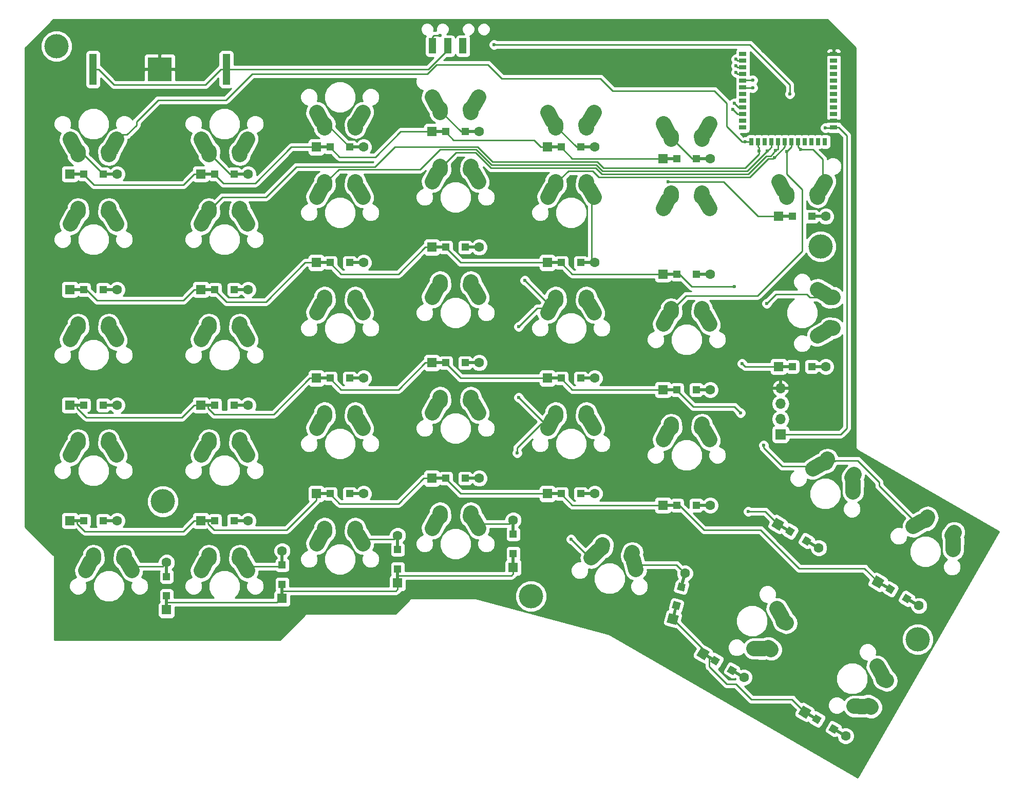
<source format=gbl>
G04 #@! TF.GenerationSoftware,KiCad,Pcbnew,5.0.0-fee4fd1~66~ubuntu18.04.1*
G04 #@! TF.CreationDate,2018-08-26T10:56:49+02:00*
G04 #@! TF.ProjectId,redox_rev1,7265646F785F726576312E6B69636164,1.0*
G04 #@! TF.SameCoordinates,Original*
G04 #@! TF.FileFunction,Copper,L2,Bot,Signal*
G04 #@! TF.FilePolarity,Positive*
%FSLAX46Y46*%
G04 Gerber Fmt 4.6, Leading zero omitted, Abs format (unit mm)*
G04 Created by KiCad (PCBNEW 5.0.0-fee4fd1~66~ubuntu18.04.1) date Sun Aug 26 10:56:49 2018*
%MOMM*%
%LPD*%
G01*
G04 APERTURE LIST*
G04 #@! TA.AperFunction,SMDPad,CuDef*
%ADD10R,1.198880X0.698500*%
G04 #@! TD*
G04 #@! TA.AperFunction,SMDPad,CuDef*
%ADD11R,0.698500X1.198880*%
G04 #@! TD*
G04 #@! TA.AperFunction,ComponentPad*
%ADD12C,4.000000*%
G04 #@! TD*
G04 #@! TA.AperFunction,ComponentPad*
%ADD13O,1.700000X1.700000*%
G04 #@! TD*
G04 #@! TA.AperFunction,ComponentPad*
%ADD14R,1.700000X1.700000*%
G04 #@! TD*
G04 #@! TA.AperFunction,Conductor*
%ADD15R,2.500000X0.500000*%
G04 #@! TD*
G04 #@! TA.AperFunction,SMDPad,CuDef*
%ADD16R,1.200000X1.200000*%
G04 #@! TD*
G04 #@! TA.AperFunction,ComponentPad*
%ADD17C,1.600000*%
G04 #@! TD*
G04 #@! TA.AperFunction,ComponentPad*
%ADD18R,1.600000X1.600000*%
G04 #@! TD*
G04 #@! TA.AperFunction,Conductor*
%ADD19C,0.500000*%
G04 #@! TD*
G04 #@! TA.AperFunction,Conductor*
%ADD20C,0.100000*%
G04 #@! TD*
G04 #@! TA.AperFunction,SMDPad,CuDef*
%ADD21C,1.200000*%
G04 #@! TD*
G04 #@! TA.AperFunction,Conductor*
%ADD22R,0.500000X2.500000*%
G04 #@! TD*
G04 #@! TA.AperFunction,ComponentPad*
%ADD23C,2.500000*%
G04 #@! TD*
G04 #@! TA.AperFunction,Conductor*
%ADD24C,2.500000*%
G04 #@! TD*
G04 #@! TA.AperFunction,SMDPad,CuDef*
%ADD25R,3.960000X3.960000*%
G04 #@! TD*
G04 #@! TA.AperFunction,SMDPad,CuDef*
%ADD26R,1.270000X5.080000*%
G04 #@! TD*
G04 #@! TA.AperFunction,SMDPad,CuDef*
%ADD27R,1.250000X2.500000*%
G04 #@! TD*
G04 #@! TA.AperFunction,ViaPad*
%ADD28C,0.600000*%
G04 #@! TD*
G04 #@! TA.AperFunction,Conductor*
%ADD29C,0.250000*%
G04 #@! TD*
G04 #@! TA.AperFunction,Conductor*
%ADD30C,0.254000*%
G04 #@! TD*
G04 APERTURE END LIST*
D10*
G04 #@! TO.P,U_LEFT1,12*
G04 #@! TO.N,VCC*
X213492080Y-67246500D03*
G04 #@! TO.P,U_LEFT1,31*
G04 #@! TO.N,SWDIO*
X198495920Y-60647580D03*
G04 #@! TO.P,U_LEFT1,32*
G04 #@! TO.N,SWCLK*
X198495920Y-59547760D03*
D11*
G04 #@! TO.P,U_LEFT1,13*
G04 #@! TO.N,Net-(U_LEFT1-Pad13)*
X212041740Y-69596000D03*
D10*
G04 #@! TO.P,U_LEFT1,10*
G04 #@! TO.N,Net-(U_LEFT1-Pad10)*
X213492080Y-65046860D03*
G04 #@! TO.P,U_LEFT1,9*
G04 #@! TO.N,Net-(U_LEFT1-Pad9)*
X213492080Y-63947040D03*
G04 #@! TO.P,U_LEFT1,8*
G04 #@! TO.N,Net-(U_LEFT1-Pad8)*
X213492080Y-62847220D03*
G04 #@! TO.P,U_LEFT1,7*
G04 #@! TO.N,Net-(U_LEFT1-Pad7)*
X213492080Y-61747400D03*
G04 #@! TO.P,U_LEFT1,6*
G04 #@! TO.N,Net-(U_LEFT1-Pad6)*
X213492080Y-60647580D03*
G04 #@! TO.P,U_LEFT1,5*
G04 #@! TO.N,Net-(U_LEFT1-Pad5)*
X213492080Y-59547760D03*
G04 #@! TO.P,U_LEFT1,4*
G04 #@! TO.N,Net-(U_LEFT1-Pad4)*
X213492080Y-58447940D03*
G04 #@! TO.P,U_LEFT1,3*
G04 #@! TO.N,Net-(U_LEFT1-Pad3)*
X213492080Y-57348120D03*
G04 #@! TO.P,U_LEFT1,2*
G04 #@! TO.N,Net-(U_LEFT1-Pad2)*
X213492080Y-56248300D03*
G04 #@! TO.P,U_LEFT1,36*
G04 #@! TO.N,Net-(U_LEFT1-Pad36)*
X198495920Y-55148480D03*
G04 #@! TO.P,U_LEFT1,35*
G04 #@! TO.N,row0*
X198495920Y-56248300D03*
G04 #@! TO.P,U_LEFT1,34*
G04 #@! TO.N,row1*
X198495920Y-57348120D03*
G04 #@! TO.P,U_LEFT1,33*
G04 #@! TO.N,row2*
X198495920Y-58447940D03*
G04 #@! TO.P,U_LEFT1,30*
G04 #@! TO.N,Net-(U_LEFT1-Pad30)*
X198495920Y-61747400D03*
G04 #@! TO.P,U_LEFT1,29*
G04 #@! TO.N,Net-(U_LEFT1-Pad29)*
X198495920Y-62847220D03*
G04 #@! TO.P,U_LEFT1,28*
G04 #@! TO.N,row3*
X198495920Y-63947040D03*
G04 #@! TO.P,U_LEFT1,27*
G04 #@! TO.N,row4*
X198495920Y-65046860D03*
G04 #@! TO.P,U_LEFT1,26*
G04 #@! TO.N,Net-(U_LEFT1-Pad26)*
X198495920Y-66146680D03*
G04 #@! TO.P,U_LEFT1,25*
G04 #@! TO.N,Net-(U_LEFT1-Pad25)*
X198495920Y-67246500D03*
D11*
G04 #@! TO.P,U_LEFT1,24*
G04 #@! TO.N,col0*
X199946260Y-69596000D03*
G04 #@! TO.P,U_LEFT1,23*
G04 #@! TO.N,col1*
X201046080Y-69596000D03*
G04 #@! TO.P,U_LEFT1,22*
G04 #@! TO.N,Net-(U_LEFT1-Pad22)*
X202145900Y-69596000D03*
G04 #@! TO.P,U_LEFT1,21*
G04 #@! TO.N,col2*
X203245720Y-69596000D03*
G04 #@! TO.P,U_LEFT1,20*
G04 #@! TO.N,col3*
X204345540Y-69596000D03*
G04 #@! TO.P,U_LEFT1,19*
G04 #@! TO.N,col4*
X205445360Y-69596000D03*
G04 #@! TO.P,U_LEFT1,18*
G04 #@! TO.N,col5*
X206542640Y-69596000D03*
G04 #@! TO.P,U_LEFT1,17*
G04 #@! TO.N,col6*
X207642460Y-69596000D03*
G04 #@! TO.P,U_LEFT1,16*
G04 #@! TO.N,Net-(U_LEFT1-Pad16)*
X208742280Y-69596000D03*
G04 #@! TO.P,U_LEFT1,15*
G04 #@! TO.N,Net-(U_LEFT1-Pad15)*
X209842100Y-69596000D03*
G04 #@! TO.P,U_LEFT1,14*
G04 #@! TO.N,Net-(U_LEFT1-Pad14)*
X210941920Y-69596000D03*
D10*
G04 #@! TO.P,U_LEFT1,1*
G04 #@! TO.N,GND*
X213492080Y-55148480D03*
G04 #@! TO.P,U_LEFT1,11*
X213492080Y-66146680D03*
G04 #@! TD*
D12*
G04 #@! TO.P,HOLE_M3,1*
G04 #@! TO.N,N/C*
X163576000Y-144526000D03*
G04 #@! TD*
G04 #@! TO.P,HOLE_M3,1*
G04 #@! TO.N,N/C*
X227330000Y-151638000D03*
G04 #@! TD*
G04 #@! TO.P,HOLE_M3,1*
G04 #@! TO.N,N/C*
X85344000Y-53848000D03*
G04 #@! TD*
G04 #@! TO.P,HOLE_M3,1*
G04 #@! TO.N,N/C*
X211328000Y-86868000D03*
G04 #@! TD*
D13*
G04 #@! TO.P,J_PROG_PORT1,4*
G04 #@! TO.N,GND*
X204724000Y-110236000D03*
G04 #@! TO.P,J_PROG_PORT1,3*
G04 #@! TO.N,SWDIO*
X204724000Y-112776000D03*
G04 #@! TO.P,J_PROG_PORT1,2*
G04 #@! TO.N,SWCLK*
X204724000Y-115316000D03*
D14*
G04 #@! TO.P,J_PROG_PORT1,1*
G04 #@! TO.N,VCC*
X204724000Y-117856000D03*
G04 #@! TD*
D15*
G04 #@! TO.N,Net-(D0-Pad2)*
G04 #@! TO.C,D0*
X94140000Y-74930000D03*
D16*
G04 #@! TD*
G04 #@! TO.P,D0,2*
G04 #@! TO.N,Net-(D0-Pad2)*
X93015000Y-74930000D03*
G04 #@! TO.P,D0,1*
G04 #@! TO.N,row0*
X89865000Y-74930000D03*
D15*
G04 #@! TD*
G04 #@! TO.N,row0*
G04 #@! TO.C,D0*
X88740000Y-74930000D03*
D17*
G04 #@! TO.P,D0,2*
G04 #@! TO.N,Net-(D0-Pad2)*
X95340000Y-74930000D03*
D18*
G04 #@! TO.P,D0,1*
G04 #@! TO.N,row0*
X87540000Y-74930000D03*
G04 #@! TD*
D15*
G04 #@! TO.N,Net-(D1-Pad2)*
G04 #@! TO.C,D1*
X115730000Y-74930000D03*
D16*
G04 #@! TD*
G04 #@! TO.P,D1,2*
G04 #@! TO.N,Net-(D1-Pad2)*
X114605000Y-74930000D03*
G04 #@! TO.P,D1,1*
G04 #@! TO.N,row0*
X111455000Y-74930000D03*
D15*
G04 #@! TD*
G04 #@! TO.N,row0*
G04 #@! TO.C,D1*
X110330000Y-74930000D03*
D17*
G04 #@! TO.P,D1,2*
G04 #@! TO.N,Net-(D1-Pad2)*
X116930000Y-74930000D03*
D18*
G04 #@! TO.P,D1,1*
G04 #@! TO.N,row0*
X109130000Y-74930000D03*
G04 #@! TD*
D15*
G04 #@! TO.N,Net-(D2-Pad2)*
G04 #@! TO.C,D2*
X134780000Y-70485000D03*
D16*
G04 #@! TD*
G04 #@! TO.P,D2,2*
G04 #@! TO.N,Net-(D2-Pad2)*
X133655000Y-70485000D03*
G04 #@! TO.P,D2,1*
G04 #@! TO.N,row0*
X130505000Y-70485000D03*
D15*
G04 #@! TD*
G04 #@! TO.N,row0*
G04 #@! TO.C,D2*
X129380000Y-70485000D03*
D17*
G04 #@! TO.P,D2,2*
G04 #@! TO.N,Net-(D2-Pad2)*
X135980000Y-70485000D03*
D18*
G04 #@! TO.P,D2,1*
G04 #@! TO.N,row0*
X128180000Y-70485000D03*
G04 #@! TD*
D15*
G04 #@! TO.N,Net-(D3-Pad2)*
G04 #@! TO.C,D3*
X153830000Y-67945000D03*
D16*
G04 #@! TD*
G04 #@! TO.P,D3,2*
G04 #@! TO.N,Net-(D3-Pad2)*
X152705000Y-67945000D03*
G04 #@! TO.P,D3,1*
G04 #@! TO.N,row0*
X149555000Y-67945000D03*
D15*
G04 #@! TD*
G04 #@! TO.N,row0*
G04 #@! TO.C,D3*
X148430000Y-67945000D03*
D17*
G04 #@! TO.P,D3,2*
G04 #@! TO.N,Net-(D3-Pad2)*
X155030000Y-67945000D03*
D18*
G04 #@! TO.P,D3,1*
G04 #@! TO.N,row0*
X147230000Y-67945000D03*
G04 #@! TD*
D15*
G04 #@! TO.N,Net-(D4-Pad2)*
G04 #@! TO.C,D4*
X172880000Y-70485000D03*
D16*
G04 #@! TD*
G04 #@! TO.P,D4,2*
G04 #@! TO.N,Net-(D4-Pad2)*
X171755000Y-70485000D03*
G04 #@! TO.P,D4,1*
G04 #@! TO.N,row0*
X168605000Y-70485000D03*
D15*
G04 #@! TD*
G04 #@! TO.N,row0*
G04 #@! TO.C,D4*
X167480000Y-70485000D03*
D17*
G04 #@! TO.P,D4,2*
G04 #@! TO.N,Net-(D4-Pad2)*
X174080000Y-70485000D03*
D18*
G04 #@! TO.P,D4,1*
G04 #@! TO.N,row0*
X166280000Y-70485000D03*
G04 #@! TD*
D15*
G04 #@! TO.N,Net-(D5-Pad2)*
G04 #@! TO.C,D5*
X191930000Y-72390000D03*
D16*
G04 #@! TD*
G04 #@! TO.P,D5,2*
G04 #@! TO.N,Net-(D5-Pad2)*
X190805000Y-72390000D03*
G04 #@! TO.P,D5,1*
G04 #@! TO.N,row0*
X187655000Y-72390000D03*
D15*
G04 #@! TD*
G04 #@! TO.N,row0*
G04 #@! TO.C,D5*
X186530000Y-72390000D03*
D17*
G04 #@! TO.P,D5,2*
G04 #@! TO.N,Net-(D5-Pad2)*
X193130000Y-72390000D03*
D18*
G04 #@! TO.P,D5,1*
G04 #@! TO.N,row0*
X185330000Y-72390000D03*
G04 #@! TD*
D15*
G04 #@! TO.N,Net-(D6-Pad2)*
G04 #@! TO.C,D6*
X210980000Y-81915000D03*
D16*
G04 #@! TD*
G04 #@! TO.P,D6,2*
G04 #@! TO.N,Net-(D6-Pad2)*
X209855000Y-81915000D03*
G04 #@! TO.P,D6,1*
G04 #@! TO.N,row0*
X206705000Y-81915000D03*
D15*
G04 #@! TD*
G04 #@! TO.N,row0*
G04 #@! TO.C,D6*
X205580000Y-81915000D03*
D17*
G04 #@! TO.P,D6,2*
G04 #@! TO.N,Net-(D6-Pad2)*
X212180000Y-81915000D03*
D18*
G04 #@! TO.P,D6,1*
G04 #@! TO.N,row0*
X204380000Y-81915000D03*
G04 #@! TD*
D15*
G04 #@! TO.N,Net-(D10-Pad2)*
G04 #@! TO.C,D10*
X94140000Y-93980000D03*
D16*
G04 #@! TD*
G04 #@! TO.P,D10,2*
G04 #@! TO.N,Net-(D10-Pad2)*
X93015000Y-93980000D03*
G04 #@! TO.P,D10,1*
G04 #@! TO.N,row1*
X89865000Y-93980000D03*
D15*
G04 #@! TD*
G04 #@! TO.N,row1*
G04 #@! TO.C,D10*
X88740000Y-93980000D03*
D17*
G04 #@! TO.P,D10,2*
G04 #@! TO.N,Net-(D10-Pad2)*
X95340000Y-93980000D03*
D18*
G04 #@! TO.P,D10,1*
G04 #@! TO.N,row1*
X87540000Y-93980000D03*
G04 #@! TD*
D15*
G04 #@! TO.N,Net-(D11-Pad2)*
G04 #@! TO.C,D11*
X115730000Y-93980000D03*
D16*
G04 #@! TD*
G04 #@! TO.P,D11,2*
G04 #@! TO.N,Net-(D11-Pad2)*
X114605000Y-93980000D03*
G04 #@! TO.P,D11,1*
G04 #@! TO.N,row1*
X111455000Y-93980000D03*
D15*
G04 #@! TD*
G04 #@! TO.N,row1*
G04 #@! TO.C,D11*
X110330000Y-93980000D03*
D17*
G04 #@! TO.P,D11,2*
G04 #@! TO.N,Net-(D11-Pad2)*
X116930000Y-93980000D03*
D18*
G04 #@! TO.P,D11,1*
G04 #@! TO.N,row1*
X109130000Y-93980000D03*
G04 #@! TD*
D15*
G04 #@! TO.N,Net-(D12-Pad2)*
G04 #@! TO.C,D12*
X134780000Y-89535000D03*
D16*
G04 #@! TD*
G04 #@! TO.P,D12,2*
G04 #@! TO.N,Net-(D12-Pad2)*
X133655000Y-89535000D03*
G04 #@! TO.P,D12,1*
G04 #@! TO.N,row1*
X130505000Y-89535000D03*
D15*
G04 #@! TD*
G04 #@! TO.N,row1*
G04 #@! TO.C,D12*
X129380000Y-89535000D03*
D17*
G04 #@! TO.P,D12,2*
G04 #@! TO.N,Net-(D12-Pad2)*
X135980000Y-89535000D03*
D18*
G04 #@! TO.P,D12,1*
G04 #@! TO.N,row1*
X128180000Y-89535000D03*
G04 #@! TD*
D15*
G04 #@! TO.N,Net-(D13-Pad2)*
G04 #@! TO.C,D13*
X153830000Y-86995000D03*
D16*
G04 #@! TD*
G04 #@! TO.P,D13,2*
G04 #@! TO.N,Net-(D13-Pad2)*
X152705000Y-86995000D03*
G04 #@! TO.P,D13,1*
G04 #@! TO.N,row1*
X149555000Y-86995000D03*
D15*
G04 #@! TD*
G04 #@! TO.N,row1*
G04 #@! TO.C,D13*
X148430000Y-86995000D03*
D17*
G04 #@! TO.P,D13,2*
G04 #@! TO.N,Net-(D13-Pad2)*
X155030000Y-86995000D03*
D18*
G04 #@! TO.P,D13,1*
G04 #@! TO.N,row1*
X147230000Y-86995000D03*
G04 #@! TD*
D15*
G04 #@! TO.N,Net-(D14-Pad2)*
G04 #@! TO.C,D14*
X172880000Y-89535000D03*
D16*
G04 #@! TD*
G04 #@! TO.P,D14,2*
G04 #@! TO.N,Net-(D14-Pad2)*
X171755000Y-89535000D03*
G04 #@! TO.P,D14,1*
G04 #@! TO.N,row1*
X168605000Y-89535000D03*
D15*
G04 #@! TD*
G04 #@! TO.N,row1*
G04 #@! TO.C,D14*
X167480000Y-89535000D03*
D17*
G04 #@! TO.P,D14,2*
G04 #@! TO.N,Net-(D14-Pad2)*
X174080000Y-89535000D03*
D18*
G04 #@! TO.P,D14,1*
G04 #@! TO.N,row1*
X166280000Y-89535000D03*
G04 #@! TD*
D15*
G04 #@! TO.N,Net-(D15-Pad2)*
G04 #@! TO.C,D15*
X191930000Y-91440000D03*
D16*
G04 #@! TD*
G04 #@! TO.P,D15,2*
G04 #@! TO.N,Net-(D15-Pad2)*
X190805000Y-91440000D03*
G04 #@! TO.P,D15,1*
G04 #@! TO.N,row1*
X187655000Y-91440000D03*
D15*
G04 #@! TD*
G04 #@! TO.N,row1*
G04 #@! TO.C,D15*
X186530000Y-91440000D03*
D17*
G04 #@! TO.P,D15,2*
G04 #@! TO.N,Net-(D15-Pad2)*
X193130000Y-91440000D03*
D18*
G04 #@! TO.P,D15,1*
G04 #@! TO.N,row1*
X185330000Y-91440000D03*
G04 #@! TD*
D15*
G04 #@! TO.N,Net-(D16-Pad2)*
G04 #@! TO.C,D16*
X210980000Y-106680000D03*
D16*
G04 #@! TD*
G04 #@! TO.P,D16,2*
G04 #@! TO.N,Net-(D16-Pad2)*
X209855000Y-106680000D03*
G04 #@! TO.P,D16,1*
G04 #@! TO.N,row1*
X206705000Y-106680000D03*
D15*
G04 #@! TD*
G04 #@! TO.N,row1*
G04 #@! TO.C,D16*
X205580000Y-106680000D03*
D17*
G04 #@! TO.P,D16,2*
G04 #@! TO.N,Net-(D16-Pad2)*
X212180000Y-106680000D03*
D18*
G04 #@! TO.P,D16,1*
G04 #@! TO.N,row1*
X204380000Y-106680000D03*
G04 #@! TD*
D15*
G04 #@! TO.N,Net-(D20-Pad2)*
G04 #@! TO.C,D20*
X94140000Y-113030000D03*
D16*
G04 #@! TD*
G04 #@! TO.P,D20,2*
G04 #@! TO.N,Net-(D20-Pad2)*
X93015000Y-113030000D03*
G04 #@! TO.P,D20,1*
G04 #@! TO.N,row2*
X89865000Y-113030000D03*
D15*
G04 #@! TD*
G04 #@! TO.N,row2*
G04 #@! TO.C,D20*
X88740000Y-113030000D03*
D17*
G04 #@! TO.P,D20,2*
G04 #@! TO.N,Net-(D20-Pad2)*
X95340000Y-113030000D03*
D18*
G04 #@! TO.P,D20,1*
G04 #@! TO.N,row2*
X87540000Y-113030000D03*
G04 #@! TD*
D15*
G04 #@! TO.N,Net-(D21-Pad2)*
G04 #@! TO.C,D21*
X115730000Y-113030000D03*
D16*
G04 #@! TD*
G04 #@! TO.P,D21,2*
G04 #@! TO.N,Net-(D21-Pad2)*
X114605000Y-113030000D03*
G04 #@! TO.P,D21,1*
G04 #@! TO.N,row2*
X111455000Y-113030000D03*
D15*
G04 #@! TD*
G04 #@! TO.N,row2*
G04 #@! TO.C,D21*
X110330000Y-113030000D03*
D17*
G04 #@! TO.P,D21,2*
G04 #@! TO.N,Net-(D21-Pad2)*
X116930000Y-113030000D03*
D18*
G04 #@! TO.P,D21,1*
G04 #@! TO.N,row2*
X109130000Y-113030000D03*
G04 #@! TD*
D15*
G04 #@! TO.N,Net-(D22-Pad2)*
G04 #@! TO.C,D22*
X134780000Y-108585000D03*
D16*
G04 #@! TD*
G04 #@! TO.P,D22,2*
G04 #@! TO.N,Net-(D22-Pad2)*
X133655000Y-108585000D03*
G04 #@! TO.P,D22,1*
G04 #@! TO.N,row2*
X130505000Y-108585000D03*
D15*
G04 #@! TD*
G04 #@! TO.N,row2*
G04 #@! TO.C,D22*
X129380000Y-108585000D03*
D17*
G04 #@! TO.P,D22,2*
G04 #@! TO.N,Net-(D22-Pad2)*
X135980000Y-108585000D03*
D18*
G04 #@! TO.P,D22,1*
G04 #@! TO.N,row2*
X128180000Y-108585000D03*
G04 #@! TD*
D15*
G04 #@! TO.N,Net-(D23-Pad2)*
G04 #@! TO.C,D23*
X153830000Y-106045000D03*
D16*
G04 #@! TD*
G04 #@! TO.P,D23,2*
G04 #@! TO.N,Net-(D23-Pad2)*
X152705000Y-106045000D03*
G04 #@! TO.P,D23,1*
G04 #@! TO.N,row2*
X149555000Y-106045000D03*
D15*
G04 #@! TD*
G04 #@! TO.N,row2*
G04 #@! TO.C,D23*
X148430000Y-106045000D03*
D17*
G04 #@! TO.P,D23,2*
G04 #@! TO.N,Net-(D23-Pad2)*
X155030000Y-106045000D03*
D18*
G04 #@! TO.P,D23,1*
G04 #@! TO.N,row2*
X147230000Y-106045000D03*
G04 #@! TD*
D15*
G04 #@! TO.N,Net-(D24-Pad2)*
G04 #@! TO.C,D24*
X172880000Y-108585000D03*
D16*
G04 #@! TD*
G04 #@! TO.P,D24,2*
G04 #@! TO.N,Net-(D24-Pad2)*
X171755000Y-108585000D03*
G04 #@! TO.P,D24,1*
G04 #@! TO.N,row2*
X168605000Y-108585000D03*
D15*
G04 #@! TD*
G04 #@! TO.N,row2*
G04 #@! TO.C,D24*
X167480000Y-108585000D03*
D17*
G04 #@! TO.P,D24,2*
G04 #@! TO.N,Net-(D24-Pad2)*
X174080000Y-108585000D03*
D18*
G04 #@! TO.P,D24,1*
G04 #@! TO.N,row2*
X166280000Y-108585000D03*
G04 #@! TD*
D15*
G04 #@! TO.N,Net-(D25-Pad2)*
G04 #@! TO.C,D25*
X191930000Y-110490000D03*
D16*
G04 #@! TD*
G04 #@! TO.P,D25,2*
G04 #@! TO.N,Net-(D25-Pad2)*
X190805000Y-110490000D03*
G04 #@! TO.P,D25,1*
G04 #@! TO.N,row2*
X187655000Y-110490000D03*
D15*
G04 #@! TD*
G04 #@! TO.N,row2*
G04 #@! TO.C,D25*
X186530000Y-110490000D03*
D17*
G04 #@! TO.P,D25,2*
G04 #@! TO.N,Net-(D25-Pad2)*
X193130000Y-110490000D03*
D18*
G04 #@! TO.P,D25,1*
G04 #@! TO.N,row2*
X185330000Y-110490000D03*
G04 #@! TD*
D19*
G04 #@! TO.N,Net-(D26-Pad2)*
G04 #@! TO.C,D26*
X209983269Y-135970000D03*
D20*
G36*
X211190801Y-136378494D02*
X210940801Y-136811506D01*
X208775737Y-135561506D01*
X209025737Y-135128494D01*
X211190801Y-136378494D01*
X211190801Y-136378494D01*
G37*
D21*
G04 #@! TD*
G04 #@! TO.P,D26,2*
G04 #@! TO.N,Net-(D26-Pad2)*
X209008990Y-135407500D03*
D20*
G04 #@! TO.N,Net-(D26-Pad2)*
G04 #@! TO.C,D26*
G36*
X209828605Y-135187885D02*
X209228605Y-136227115D01*
X208189375Y-135627115D01*
X208789375Y-134587885D01*
X209828605Y-135187885D01*
X209828605Y-135187885D01*
G37*
D21*
G04 #@! TD*
G04 #@! TO.P,D26,1*
G04 #@! TO.N,row2*
X206281010Y-133832500D03*
D20*
G04 #@! TO.N,row2*
G04 #@! TO.C,D26*
G36*
X207100625Y-133612885D02*
X206500625Y-134652115D01*
X205461395Y-134052115D01*
X206061395Y-133012885D01*
X207100625Y-133612885D01*
X207100625Y-133612885D01*
G37*
D19*
X205306731Y-133270000D03*
D20*
G36*
X206514263Y-133678494D02*
X206264263Y-134111506D01*
X204099199Y-132861506D01*
X204349199Y-132428494D01*
X206514263Y-133678494D01*
X206514263Y-133678494D01*
G37*
D17*
G04 #@! TD*
G04 #@! TO.P,D26,2*
G04 #@! TO.N,Net-(D26-Pad2)*
X211022499Y-136570000D03*
G04 #@! TO.P,D26,1*
G04 #@! TO.N,row2*
X204267501Y-132670000D03*
D20*
G04 #@! TD*
G04 #@! TO.N,row2*
G04 #@! TO.C,D26*
G36*
X205360321Y-132377180D02*
X204560321Y-133762820D01*
X203174681Y-132962820D01*
X203974681Y-131577180D01*
X205360321Y-132377180D01*
X205360321Y-132377180D01*
G37*
D15*
G04 #@! TO.N,Net-(D30-Pad2)*
G04 #@! TO.C,D30*
X94140000Y-132080000D03*
D16*
G04 #@! TD*
G04 #@! TO.P,D30,2*
G04 #@! TO.N,Net-(D30-Pad2)*
X93015000Y-132080000D03*
G04 #@! TO.P,D30,1*
G04 #@! TO.N,row3*
X89865000Y-132080000D03*
D15*
G04 #@! TD*
G04 #@! TO.N,row3*
G04 #@! TO.C,D30*
X88740000Y-132080000D03*
D17*
G04 #@! TO.P,D30,2*
G04 #@! TO.N,Net-(D30-Pad2)*
X95340000Y-132080000D03*
D18*
G04 #@! TO.P,D30,1*
G04 #@! TO.N,row3*
X87540000Y-132080000D03*
G04 #@! TD*
D15*
G04 #@! TO.N,Net-(D31-Pad2)*
G04 #@! TO.C,D31*
X115730000Y-132080000D03*
D16*
G04 #@! TD*
G04 #@! TO.P,D31,2*
G04 #@! TO.N,Net-(D31-Pad2)*
X114605000Y-132080000D03*
G04 #@! TO.P,D31,1*
G04 #@! TO.N,row3*
X111455000Y-132080000D03*
D15*
G04 #@! TD*
G04 #@! TO.N,row3*
G04 #@! TO.C,D31*
X110330000Y-132080000D03*
D17*
G04 #@! TO.P,D31,2*
G04 #@! TO.N,Net-(D31-Pad2)*
X116930000Y-132080000D03*
D18*
G04 #@! TO.P,D31,1*
G04 #@! TO.N,row3*
X109130000Y-132080000D03*
G04 #@! TD*
D15*
G04 #@! TO.N,Net-(D32-Pad2)*
G04 #@! TO.C,D32*
X134780000Y-127635000D03*
D16*
G04 #@! TD*
G04 #@! TO.P,D32,2*
G04 #@! TO.N,Net-(D32-Pad2)*
X133655000Y-127635000D03*
G04 #@! TO.P,D32,1*
G04 #@! TO.N,row3*
X130505000Y-127635000D03*
D15*
G04 #@! TD*
G04 #@! TO.N,row3*
G04 #@! TO.C,D32*
X129380000Y-127635000D03*
D17*
G04 #@! TO.P,D32,2*
G04 #@! TO.N,Net-(D32-Pad2)*
X135980000Y-127635000D03*
D18*
G04 #@! TO.P,D32,1*
G04 #@! TO.N,row3*
X128180000Y-127635000D03*
G04 #@! TD*
D15*
G04 #@! TO.N,Net-(D33-Pad2)*
G04 #@! TO.C,D33*
X153830000Y-125095000D03*
D16*
G04 #@! TD*
G04 #@! TO.P,D33,2*
G04 #@! TO.N,Net-(D33-Pad2)*
X152705000Y-125095000D03*
G04 #@! TO.P,D33,1*
G04 #@! TO.N,row3*
X149555000Y-125095000D03*
D15*
G04 #@! TD*
G04 #@! TO.N,row3*
G04 #@! TO.C,D33*
X148430000Y-125095000D03*
D17*
G04 #@! TO.P,D33,2*
G04 #@! TO.N,Net-(D33-Pad2)*
X155030000Y-125095000D03*
D18*
G04 #@! TO.P,D33,1*
G04 #@! TO.N,row3*
X147230000Y-125095000D03*
G04 #@! TD*
D15*
G04 #@! TO.N,Net-(D34-Pad2)*
G04 #@! TO.C,D34*
X172880000Y-127635000D03*
D16*
G04 #@! TD*
G04 #@! TO.P,D34,2*
G04 #@! TO.N,Net-(D34-Pad2)*
X171755000Y-127635000D03*
G04 #@! TO.P,D34,1*
G04 #@! TO.N,row3*
X168605000Y-127635000D03*
D15*
G04 #@! TD*
G04 #@! TO.N,row3*
G04 #@! TO.C,D34*
X167480000Y-127635000D03*
D17*
G04 #@! TO.P,D34,2*
G04 #@! TO.N,Net-(D34-Pad2)*
X174080000Y-127635000D03*
D18*
G04 #@! TO.P,D34,1*
G04 #@! TO.N,row3*
X166280000Y-127635000D03*
G04 #@! TD*
D15*
G04 #@! TO.N,Net-(D35-Pad2)*
G04 #@! TO.C,D35*
X191930000Y-129540000D03*
D16*
G04 #@! TD*
G04 #@! TO.P,D35,2*
G04 #@! TO.N,Net-(D35-Pad2)*
X190805000Y-129540000D03*
G04 #@! TO.P,D35,1*
G04 #@! TO.N,row3*
X187655000Y-129540000D03*
D15*
G04 #@! TD*
G04 #@! TO.N,row3*
G04 #@! TO.C,D35*
X186530000Y-129540000D03*
D17*
G04 #@! TO.P,D35,2*
G04 #@! TO.N,Net-(D35-Pad2)*
X193130000Y-129540000D03*
D18*
G04 #@! TO.P,D35,1*
G04 #@! TO.N,row3*
X185330000Y-129540000D03*
G04 #@! TD*
D19*
G04 #@! TO.N,Net-(D36-Pad2)*
G04 #@! TO.C,D36*
X226493269Y-145495000D03*
D20*
G36*
X227700801Y-145903494D02*
X227450801Y-146336506D01*
X225285737Y-145086506D01*
X225535737Y-144653494D01*
X227700801Y-145903494D01*
X227700801Y-145903494D01*
G37*
D21*
G04 #@! TD*
G04 #@! TO.P,D36,2*
G04 #@! TO.N,Net-(D36-Pad2)*
X225518990Y-144932500D03*
D20*
G04 #@! TO.N,Net-(D36-Pad2)*
G04 #@! TO.C,D36*
G36*
X226338605Y-144712885D02*
X225738605Y-145752115D01*
X224699375Y-145152115D01*
X225299375Y-144112885D01*
X226338605Y-144712885D01*
X226338605Y-144712885D01*
G37*
D21*
G04 #@! TD*
G04 #@! TO.P,D36,1*
G04 #@! TO.N,row3*
X222791010Y-143357500D03*
D20*
G04 #@! TO.N,row3*
G04 #@! TO.C,D36*
G36*
X223610625Y-143137885D02*
X223010625Y-144177115D01*
X221971395Y-143577115D01*
X222571395Y-142537885D01*
X223610625Y-143137885D01*
X223610625Y-143137885D01*
G37*
D19*
X221816731Y-142795000D03*
D20*
G36*
X223024263Y-143203494D02*
X222774263Y-143636506D01*
X220609199Y-142386506D01*
X220859199Y-141953494D01*
X223024263Y-143203494D01*
X223024263Y-143203494D01*
G37*
D17*
G04 #@! TD*
G04 #@! TO.P,D36,2*
G04 #@! TO.N,Net-(D36-Pad2)*
X227532499Y-146095000D03*
G04 #@! TO.P,D36,1*
G04 #@! TO.N,row3*
X220777501Y-142195000D03*
D20*
G04 #@! TD*
G04 #@! TO.N,row3*
G04 #@! TO.C,D36*
G36*
X221870321Y-141902180D02*
X221070321Y-143287820D01*
X219684681Y-142487820D01*
X220484681Y-141102180D01*
X221870321Y-141902180D01*
X221870321Y-141902180D01*
G37*
D22*
G04 #@! TO.N,Net-(D40-Pad2)*
G04 #@! TO.C,D40*
X103505000Y-140175000D03*
D16*
G04 #@! TD*
G04 #@! TO.P,D40,2*
G04 #@! TO.N,Net-(D40-Pad2)*
X103505000Y-141300000D03*
G04 #@! TO.P,D40,1*
G04 #@! TO.N,row4*
X103505000Y-144450000D03*
D22*
G04 #@! TD*
G04 #@! TO.N,row4*
G04 #@! TO.C,D40*
X103505000Y-145575000D03*
D17*
G04 #@! TO.P,D40,2*
G04 #@! TO.N,Net-(D40-Pad2)*
X103505000Y-138975000D03*
D18*
G04 #@! TO.P,D40,1*
G04 #@! TO.N,row4*
X103505000Y-146775000D03*
G04 #@! TD*
D22*
G04 #@! TO.N,Net-(D41-Pad2)*
G04 #@! TO.C,D41*
X122555000Y-138270000D03*
D16*
G04 #@! TD*
G04 #@! TO.P,D41,2*
G04 #@! TO.N,Net-(D41-Pad2)*
X122555000Y-139395000D03*
G04 #@! TO.P,D41,1*
G04 #@! TO.N,row4*
X122555000Y-142545000D03*
D22*
G04 #@! TD*
G04 #@! TO.N,row4*
G04 #@! TO.C,D41*
X122555000Y-143670000D03*
D17*
G04 #@! TO.P,D41,2*
G04 #@! TO.N,Net-(D41-Pad2)*
X122555000Y-137070000D03*
D18*
G04 #@! TO.P,D41,1*
G04 #@! TO.N,row4*
X122555000Y-144870000D03*
G04 #@! TD*
D22*
G04 #@! TO.N,Net-(D42-Pad2)*
G04 #@! TO.C,D42*
X141605000Y-135730000D03*
D16*
G04 #@! TD*
G04 #@! TO.P,D42,2*
G04 #@! TO.N,Net-(D42-Pad2)*
X141605000Y-136855000D03*
G04 #@! TO.P,D42,1*
G04 #@! TO.N,row4*
X141605000Y-140005000D03*
D22*
G04 #@! TD*
G04 #@! TO.N,row4*
G04 #@! TO.C,D42*
X141605000Y-141130000D03*
D17*
G04 #@! TO.P,D42,2*
G04 #@! TO.N,Net-(D42-Pad2)*
X141605000Y-134530000D03*
D18*
G04 #@! TO.P,D42,1*
G04 #@! TO.N,row4*
X141605000Y-142330000D03*
G04 #@! TD*
D22*
G04 #@! TO.N,Net-(D43-Pad2)*
G04 #@! TO.C,D43*
X160655000Y-133190000D03*
D16*
G04 #@! TD*
G04 #@! TO.P,D43,2*
G04 #@! TO.N,Net-(D43-Pad2)*
X160655000Y-134315000D03*
G04 #@! TO.P,D43,1*
G04 #@! TO.N,row4*
X160655000Y-137465000D03*
D22*
G04 #@! TD*
G04 #@! TO.N,row4*
G04 #@! TO.C,D43*
X160655000Y-138590000D03*
D17*
G04 #@! TO.P,D43,2*
G04 #@! TO.N,Net-(D43-Pad2)*
X160655000Y-131990000D03*
D18*
G04 #@! TO.P,D43,1*
G04 #@! TO.N,row4*
X160655000Y-139790000D03*
G04 #@! TD*
D19*
G04 #@! TO.N,Net-(D44-Pad2)*
G04 #@! TO.C,D44*
X188658811Y-141918000D03*
D20*
G36*
X188740853Y-140645888D02*
X189223816Y-140775297D01*
X188576769Y-143190112D01*
X188093806Y-143060703D01*
X188740853Y-140645888D01*
X188740853Y-140645888D01*
G37*
D21*
G04 #@! TD*
G04 #@! TO.P,D44,2*
G04 #@! TO.N,Net-(D44-Pad2)*
X188367640Y-143004667D03*
D20*
G04 #@! TO.N,Net-(D44-Pad2)*
G04 #@! TO.C,D44*
G36*
X187943376Y-142269820D02*
X189102487Y-142580403D01*
X188791904Y-143739514D01*
X187632793Y-143428931D01*
X187943376Y-142269820D01*
X187943376Y-142269820D01*
G37*
D21*
G04 #@! TD*
G04 #@! TO.P,D44,1*
G04 #@! TO.N,row4*
X187552360Y-146047333D03*
D20*
G04 #@! TO.N,row4*
G04 #@! TO.C,D44*
G36*
X187128096Y-145312486D02*
X188287207Y-145623069D01*
X187976624Y-146782180D01*
X186817513Y-146471597D01*
X187128096Y-145312486D01*
X187128096Y-145312486D01*
G37*
D19*
X187261189Y-147134000D03*
D20*
G36*
X187343231Y-145861888D02*
X187826194Y-145991297D01*
X187179147Y-148406112D01*
X186696184Y-148276703D01*
X187343231Y-145861888D01*
X187343231Y-145861888D01*
G37*
D17*
G04 #@! TD*
G04 #@! TO.P,D44,2*
G04 #@! TO.N,Net-(D44-Pad2)*
X188969394Y-140758889D03*
G04 #@! TO.P,D44,1*
G04 #@! TO.N,row4*
X186950606Y-148293111D03*
D20*
G04 #@! TD*
G04 #@! TO.N,row4*
G04 #@! TO.C,D44*
G36*
X186384921Y-147313315D02*
X187930402Y-147727426D01*
X187516291Y-149272907D01*
X185970810Y-148858796D01*
X186384921Y-147313315D01*
X186384921Y-147313315D01*
G37*
D19*
G04 #@! TO.N,Net-(D45-Pad2)*
G04 #@! TO.C,D45*
X197664269Y-157306000D03*
D20*
G36*
X198871801Y-157714494D02*
X198621801Y-158147506D01*
X196456737Y-156897506D01*
X196706737Y-156464494D01*
X198871801Y-157714494D01*
X198871801Y-157714494D01*
G37*
D21*
G04 #@! TD*
G04 #@! TO.P,D45,2*
G04 #@! TO.N,Net-(D45-Pad2)*
X196689990Y-156743500D03*
D20*
G04 #@! TO.N,Net-(D45-Pad2)*
G04 #@! TO.C,D45*
G36*
X197509605Y-156523885D02*
X196909605Y-157563115D01*
X195870375Y-156963115D01*
X196470375Y-155923885D01*
X197509605Y-156523885D01*
X197509605Y-156523885D01*
G37*
D21*
G04 #@! TD*
G04 #@! TO.P,D45,1*
G04 #@! TO.N,row4*
X193962010Y-155168500D03*
D20*
G04 #@! TO.N,row4*
G04 #@! TO.C,D45*
G36*
X194781625Y-154948885D02*
X194181625Y-155988115D01*
X193142395Y-155388115D01*
X193742395Y-154348885D01*
X194781625Y-154948885D01*
X194781625Y-154948885D01*
G37*
D19*
X192987731Y-154606000D03*
D20*
G36*
X194195263Y-155014494D02*
X193945263Y-155447506D01*
X191780199Y-154197506D01*
X192030199Y-153764494D01*
X194195263Y-155014494D01*
X194195263Y-155014494D01*
G37*
D17*
G04 #@! TD*
G04 #@! TO.P,D45,2*
G04 #@! TO.N,Net-(D45-Pad2)*
X198703499Y-157906000D03*
G04 #@! TO.P,D45,1*
G04 #@! TO.N,row4*
X191948501Y-154006000D03*
D20*
G04 #@! TD*
G04 #@! TO.N,row4*
G04 #@! TO.C,D45*
G36*
X193041321Y-153713180D02*
X192241321Y-155098820D01*
X190855681Y-154298820D01*
X191655681Y-152913180D01*
X193041321Y-153713180D01*
X193041321Y-153713180D01*
G37*
D19*
G04 #@! TO.N,Net-(D46-Pad2)*
G04 #@! TO.C,D46*
X214428269Y-166958000D03*
D20*
G36*
X215635801Y-167366494D02*
X215385801Y-167799506D01*
X213220737Y-166549506D01*
X213470737Y-166116494D01*
X215635801Y-167366494D01*
X215635801Y-167366494D01*
G37*
D21*
G04 #@! TD*
G04 #@! TO.P,D46,2*
G04 #@! TO.N,Net-(D46-Pad2)*
X213453990Y-166395500D03*
D20*
G04 #@! TO.N,Net-(D46-Pad2)*
G04 #@! TO.C,D46*
G36*
X214273605Y-166175885D02*
X213673605Y-167215115D01*
X212634375Y-166615115D01*
X213234375Y-165575885D01*
X214273605Y-166175885D01*
X214273605Y-166175885D01*
G37*
D21*
G04 #@! TD*
G04 #@! TO.P,D46,1*
G04 #@! TO.N,row4*
X210726010Y-164820500D03*
D20*
G04 #@! TO.N,row4*
G04 #@! TO.C,D46*
G36*
X211545625Y-164600885D02*
X210945625Y-165640115D01*
X209906395Y-165040115D01*
X210506395Y-164000885D01*
X211545625Y-164600885D01*
X211545625Y-164600885D01*
G37*
D19*
X209751731Y-164258000D03*
D20*
G36*
X210959263Y-164666494D02*
X210709263Y-165099506D01*
X208544199Y-163849506D01*
X208794199Y-163416494D01*
X210959263Y-164666494D01*
X210959263Y-164666494D01*
G37*
D17*
G04 #@! TD*
G04 #@! TO.P,D46,2*
G04 #@! TO.N,Net-(D46-Pad2)*
X215467499Y-167558000D03*
G04 #@! TO.P,D46,1*
G04 #@! TO.N,row4*
X208712501Y-163658000D03*
D20*
G04 #@! TD*
G04 #@! TO.N,row4*
G04 #@! TO.C,D46*
G36*
X209805321Y-163365180D02*
X209005321Y-164750820D01*
X207619681Y-163950820D01*
X208419681Y-162565180D01*
X209805321Y-163365180D01*
X209805321Y-163365180D01*
G37*
D12*
G04 #@! TO.P,HOLE_M3,1*
G04 #@! TO.N,N/C*
X102870000Y-128905000D03*
G04 #@! TD*
D23*
G04 #@! TO.P,K44,1*
G04 #@! TO.N,col4*
X175335610Y-136325991D03*
D24*
G04 #@! TD*
G04 #@! TO.N,col4*
G04 #@! TO.C,K44*
X175391441Y-136041416D02*
X175279779Y-136610566D01*
D23*
G04 #@! TO.P,K44,2*
G04 #@! TO.N,Net-(D44-Pad2)*
X180665316Y-139327701D03*
D24*
G04 #@! TD*
G04 #@! TO.N,Net-(D44-Pad2)*
G04 #@! TO.C,K44*
X180462604Y-138517681D02*
X180868028Y-140137721D01*
D23*
G04 #@! TO.P,K44,1*
G04 #@! TO.N,col4*
X174087361Y-137565144D03*
D24*
G04 #@! TD*
G04 #@! TO.N,col4*
G04 #@! TO.C,K44*
X174667925Y-136965002D02*
X173506797Y-138165286D01*
D23*
G04 #@! TO.P,K44,2*
G04 #@! TO.N,Net-(D44-Pad2)*
X180203876Y-137630439D03*
D24*
G04 #@! TD*
G04 #@! TO.N,Net-(D44-Pad2)*
G04 #@! TO.C,K44*
X180297812Y-137356074D02*
X180109940Y-137904804D01*
D23*
G04 #@! TO.P,K30,1*
G04 #@! TO.N,col0*
X88920000Y-119035000D03*
D24*
G04 #@! TD*
G04 #@! TO.N,col0*
G04 #@! TO.C,K30*
X88900276Y-118745672D02*
X88939724Y-119324328D01*
D23*
G04 #@! TO.P,K30,2*
G04 #@! TO.N,Net-(D30-Pad2)*
X94845000Y-120555000D03*
D24*
G04 #@! TD*
G04 #@! TO.N,Net-(D30-Pad2)*
G04 #@! TO.C,K30*
X94439547Y-119825046D02*
X95250453Y-121284954D01*
D23*
G04 #@! TO.P,K30,1*
G04 #@! TO.N,col0*
X88035000Y-120555000D03*
D24*
G04 #@! TD*
G04 #@! TO.N,col0*
G04 #@! TO.C,K30*
X88440453Y-119825046D02*
X87629547Y-121284954D01*
D23*
G04 #@! TO.P,K30,2*
G04 #@! TO.N,Net-(D30-Pad2)*
X93960000Y-119035000D03*
D24*
G04 #@! TD*
G04 #@! TO.N,Net-(D30-Pad2)*
G04 #@! TO.C,K30*
X93979724Y-118745672D02*
X93940276Y-119324328D01*
D23*
G04 #@! TO.P,K20,1*
G04 #@! TO.N,col0*
X88920000Y-99985000D03*
D24*
G04 #@! TD*
G04 #@! TO.N,col0*
G04 #@! TO.C,K20*
X88900276Y-99695672D02*
X88939724Y-100274328D01*
D23*
G04 #@! TO.P,K20,2*
G04 #@! TO.N,Net-(D20-Pad2)*
X94845000Y-101505000D03*
D24*
G04 #@! TD*
G04 #@! TO.N,Net-(D20-Pad2)*
G04 #@! TO.C,K20*
X94439547Y-100775046D02*
X95250453Y-102234954D01*
D23*
G04 #@! TO.P,K20,1*
G04 #@! TO.N,col0*
X88035000Y-101505000D03*
D24*
G04 #@! TD*
G04 #@! TO.N,col0*
G04 #@! TO.C,K20*
X88440453Y-100775046D02*
X87629547Y-102234954D01*
D23*
G04 #@! TO.P,K20,2*
G04 #@! TO.N,Net-(D20-Pad2)*
X93960000Y-99985000D03*
D24*
G04 #@! TD*
G04 #@! TO.N,Net-(D20-Pad2)*
G04 #@! TO.C,K20*
X93979724Y-99695672D02*
X93940276Y-100274328D01*
D23*
G04 #@! TO.P,K10,1*
G04 #@! TO.N,col0*
X88920000Y-80935000D03*
D24*
G04 #@! TD*
G04 #@! TO.N,col0*
G04 #@! TO.C,K10*
X88900276Y-80645672D02*
X88939724Y-81224328D01*
D23*
G04 #@! TO.P,K10,2*
G04 #@! TO.N,Net-(D10-Pad2)*
X94845000Y-82455000D03*
D24*
G04 #@! TD*
G04 #@! TO.N,Net-(D10-Pad2)*
G04 #@! TO.C,K10*
X94439547Y-81725046D02*
X95250453Y-83184954D01*
D23*
G04 #@! TO.P,K10,1*
G04 #@! TO.N,col0*
X88035000Y-82455000D03*
D24*
G04 #@! TD*
G04 #@! TO.N,col0*
G04 #@! TO.C,K10*
X88440453Y-81725046D02*
X87629547Y-83184954D01*
D23*
G04 #@! TO.P,K10,2*
G04 #@! TO.N,Net-(D10-Pad2)*
X93960000Y-80935000D03*
D24*
G04 #@! TD*
G04 #@! TO.N,Net-(D10-Pad2)*
G04 #@! TO.C,K10*
X93979724Y-80645672D02*
X93940276Y-81224328D01*
D23*
G04 #@! TO.P,K0,1*
G04 #@! TO.N,col0*
X93960000Y-71465000D03*
D24*
G04 #@! TD*
G04 #@! TO.N,col0*
G04 #@! TO.C,K0*
X93979724Y-71754328D02*
X93940276Y-71175672D01*
D23*
G04 #@! TO.P,K0,2*
G04 #@! TO.N,Net-(D0-Pad2)*
X88035000Y-69945000D03*
D24*
G04 #@! TD*
G04 #@! TO.N,Net-(D0-Pad2)*
G04 #@! TO.C,K0*
X88440453Y-70674954D02*
X87629547Y-69215046D01*
D23*
G04 #@! TO.P,K0,1*
G04 #@! TO.N,col0*
X94845000Y-69945000D03*
D24*
G04 #@! TD*
G04 #@! TO.N,col0*
G04 #@! TO.C,K0*
X94439547Y-70674954D02*
X95250453Y-69215046D01*
D23*
G04 #@! TO.P,K0,2*
G04 #@! TO.N,Net-(D0-Pad2)*
X88920000Y-71465000D03*
D24*
G04 #@! TD*
G04 #@! TO.N,Net-(D0-Pad2)*
G04 #@! TO.C,K0*
X88900276Y-71754328D02*
X88939724Y-71175672D01*
D23*
G04 #@! TO.P,K36,1*
G04 #@! TO.N,col6*
X228812616Y-131751738D03*
D24*
G04 #@! TD*
G04 #@! TO.N,col6*
G04 #@! TO.C,K36*
X228940198Y-131491310D02*
X228685034Y-132012166D01*
D23*
G04 #@! TO.P,K36,2*
G04 #@! TO.N,Net-(D36-Pad2)*
X233183816Y-136030597D03*
D24*
G04 #@! TD*
G04 #@! TO.N,Net-(D36-Pad2)*
G04 #@! TO.C,K36*
X233197660Y-135195712D02*
X233169972Y-136865482D01*
D23*
G04 #@! TO.P,K36,1*
G04 #@! TO.N,col6*
X227286184Y-132625597D03*
D24*
G04 #@! TD*
G04 #@! TO.N,col6*
G04 #@! TO.C,K36*
X228002294Y-132196165D02*
X226570074Y-133055029D01*
D23*
G04 #@! TO.P,K36,2*
G04 #@! TO.N,Net-(D36-Pad2)*
X233177384Y-134271738D03*
D24*
G04 #@! TD*
G04 #@! TO.N,Net-(D36-Pad2)*
G04 #@! TO.C,K36*
X233339130Y-134031034D02*
X233015638Y-134512442D01*
D23*
G04 #@! TO.P,K43,1*
G04 #@! TO.N,col3*
X148610000Y-131100000D03*
D24*
G04 #@! TD*
G04 #@! TO.N,col3*
G04 #@! TO.C,K43*
X148590276Y-130810672D02*
X148629724Y-131389328D01*
D23*
G04 #@! TO.P,K43,2*
G04 #@! TO.N,Net-(D43-Pad2)*
X154535000Y-132620000D03*
D24*
G04 #@! TD*
G04 #@! TO.N,Net-(D43-Pad2)*
G04 #@! TO.C,K43*
X154129547Y-131890046D02*
X154940453Y-133349954D01*
D23*
G04 #@! TO.P,K43,1*
G04 #@! TO.N,col3*
X147725000Y-132620000D03*
D24*
G04 #@! TD*
G04 #@! TO.N,col3*
G04 #@! TO.C,K43*
X148130453Y-131890046D02*
X147319547Y-133349954D01*
D23*
G04 #@! TO.P,K43,2*
G04 #@! TO.N,Net-(D43-Pad2)*
X153650000Y-131100000D03*
D24*
G04 #@! TD*
G04 #@! TO.N,Net-(D43-Pad2)*
G04 #@! TO.C,K43*
X153669724Y-130810672D02*
X153630276Y-131389328D01*
D23*
G04 #@! TO.P,K42,1*
G04 #@! TO.N,col2*
X129560000Y-133640000D03*
D24*
G04 #@! TD*
G04 #@! TO.N,col2*
G04 #@! TO.C,K42*
X129540276Y-133350672D02*
X129579724Y-133929328D01*
D23*
G04 #@! TO.P,K42,2*
G04 #@! TO.N,Net-(D42-Pad2)*
X135485000Y-135160000D03*
D24*
G04 #@! TD*
G04 #@! TO.N,Net-(D42-Pad2)*
G04 #@! TO.C,K42*
X135079547Y-134430046D02*
X135890453Y-135889954D01*
D23*
G04 #@! TO.P,K42,1*
G04 #@! TO.N,col2*
X128675000Y-135160000D03*
D24*
G04 #@! TD*
G04 #@! TO.N,col2*
G04 #@! TO.C,K42*
X129080453Y-134430046D02*
X128269547Y-135889954D01*
D23*
G04 #@! TO.P,K42,2*
G04 #@! TO.N,Net-(D42-Pad2)*
X134600000Y-133640000D03*
D24*
G04 #@! TD*
G04 #@! TO.N,Net-(D42-Pad2)*
G04 #@! TO.C,K42*
X134619724Y-133350672D02*
X134580276Y-133929328D01*
D23*
G04 #@! TO.P,K41,1*
G04 #@! TO.N,col1*
X110510000Y-138085000D03*
D24*
G04 #@! TD*
G04 #@! TO.N,col1*
G04 #@! TO.C,K41*
X110490276Y-137795672D02*
X110529724Y-138374328D01*
D23*
G04 #@! TO.P,K41,2*
G04 #@! TO.N,Net-(D41-Pad2)*
X116435000Y-139605000D03*
D24*
G04 #@! TD*
G04 #@! TO.N,Net-(D41-Pad2)*
G04 #@! TO.C,K41*
X116029547Y-138875046D02*
X116840453Y-140334954D01*
D23*
G04 #@! TO.P,K41,1*
G04 #@! TO.N,col1*
X109625000Y-139605000D03*
D24*
G04 #@! TD*
G04 #@! TO.N,col1*
G04 #@! TO.C,K41*
X110030453Y-138875046D02*
X109219547Y-140334954D01*
D23*
G04 #@! TO.P,K41,2*
G04 #@! TO.N,Net-(D41-Pad2)*
X115550000Y-138085000D03*
D24*
G04 #@! TD*
G04 #@! TO.N,Net-(D41-Pad2)*
G04 #@! TO.C,K41*
X115569724Y-137795672D02*
X115530276Y-138374328D01*
D23*
G04 #@! TO.P,K40,1*
G04 #@! TO.N,col0*
X91460000Y-138085000D03*
D24*
G04 #@! TD*
G04 #@! TO.N,col0*
G04 #@! TO.C,K40*
X91440276Y-137795672D02*
X91479724Y-138374328D01*
D23*
G04 #@! TO.P,K40,2*
G04 #@! TO.N,Net-(D40-Pad2)*
X97385000Y-139605000D03*
D24*
G04 #@! TD*
G04 #@! TO.N,Net-(D40-Pad2)*
G04 #@! TO.C,K40*
X96979547Y-138875046D02*
X97790453Y-140334954D01*
D23*
G04 #@! TO.P,K40,1*
G04 #@! TO.N,col0*
X90575000Y-139605000D03*
D24*
G04 #@! TD*
G04 #@! TO.N,col0*
G04 #@! TO.C,K40*
X90980453Y-138875046D02*
X90169547Y-140334954D01*
D23*
G04 #@! TO.P,K40,2*
G04 #@! TO.N,Net-(D40-Pad2)*
X96500000Y-138085000D03*
D24*
G04 #@! TD*
G04 #@! TO.N,Net-(D40-Pad2)*
G04 #@! TO.C,K40*
X96519724Y-137795672D02*
X96480276Y-138374328D01*
D23*
G04 #@! TO.P,K35,1*
G04 #@! TO.N,col5*
X186710000Y-116495000D03*
D24*
G04 #@! TD*
G04 #@! TO.N,col5*
G04 #@! TO.C,K35*
X186690276Y-116205672D02*
X186729724Y-116784328D01*
D23*
G04 #@! TO.P,K35,2*
G04 #@! TO.N,Net-(D35-Pad2)*
X192635000Y-118015000D03*
D24*
G04 #@! TD*
G04 #@! TO.N,Net-(D35-Pad2)*
G04 #@! TO.C,K35*
X192229547Y-117285046D02*
X193040453Y-118744954D01*
D23*
G04 #@! TO.P,K35,1*
G04 #@! TO.N,col5*
X185825000Y-118015000D03*
D24*
G04 #@! TD*
G04 #@! TO.N,col5*
G04 #@! TO.C,K35*
X186230453Y-117285046D02*
X185419547Y-118744954D01*
D23*
G04 #@! TO.P,K35,2*
G04 #@! TO.N,Net-(D35-Pad2)*
X191750000Y-116495000D03*
D24*
G04 #@! TD*
G04 #@! TO.N,Net-(D35-Pad2)*
G04 #@! TO.C,K35*
X191769724Y-116205672D02*
X191730276Y-116784328D01*
D23*
G04 #@! TO.P,K34,1*
G04 #@! TO.N,col4*
X167660000Y-114590000D03*
D24*
G04 #@! TD*
G04 #@! TO.N,col4*
G04 #@! TO.C,K34*
X167640276Y-114300672D02*
X167679724Y-114879328D01*
D23*
G04 #@! TO.P,K34,2*
G04 #@! TO.N,Net-(D34-Pad2)*
X173585000Y-116110000D03*
D24*
G04 #@! TD*
G04 #@! TO.N,Net-(D34-Pad2)*
G04 #@! TO.C,K34*
X173179547Y-115380046D02*
X173990453Y-116839954D01*
D23*
G04 #@! TO.P,K34,1*
G04 #@! TO.N,col4*
X166775000Y-116110000D03*
D24*
G04 #@! TD*
G04 #@! TO.N,col4*
G04 #@! TO.C,K34*
X167180453Y-115380046D02*
X166369547Y-116839954D01*
D23*
G04 #@! TO.P,K34,2*
G04 #@! TO.N,Net-(D34-Pad2)*
X172700000Y-114590000D03*
D24*
G04 #@! TD*
G04 #@! TO.N,Net-(D34-Pad2)*
G04 #@! TO.C,K34*
X172719724Y-114300672D02*
X172680276Y-114879328D01*
D23*
G04 #@! TO.P,K33,1*
G04 #@! TO.N,col3*
X148610000Y-112050000D03*
D24*
G04 #@! TD*
G04 #@! TO.N,col3*
G04 #@! TO.C,K33*
X148590276Y-111760672D02*
X148629724Y-112339328D01*
D23*
G04 #@! TO.P,K33,2*
G04 #@! TO.N,Net-(D33-Pad2)*
X154535000Y-113570000D03*
D24*
G04 #@! TD*
G04 #@! TO.N,Net-(D33-Pad2)*
G04 #@! TO.C,K33*
X154129547Y-112840046D02*
X154940453Y-114299954D01*
D23*
G04 #@! TO.P,K33,1*
G04 #@! TO.N,col3*
X147725000Y-113570000D03*
D24*
G04 #@! TD*
G04 #@! TO.N,col3*
G04 #@! TO.C,K33*
X148130453Y-112840046D02*
X147319547Y-114299954D01*
D23*
G04 #@! TO.P,K33,2*
G04 #@! TO.N,Net-(D33-Pad2)*
X153650000Y-112050000D03*
D24*
G04 #@! TD*
G04 #@! TO.N,Net-(D33-Pad2)*
G04 #@! TO.C,K33*
X153669724Y-111760672D02*
X153630276Y-112339328D01*
D23*
G04 #@! TO.P,K32,1*
G04 #@! TO.N,col2*
X129560000Y-114590000D03*
D24*
G04 #@! TD*
G04 #@! TO.N,col2*
G04 #@! TO.C,K32*
X129540276Y-114300672D02*
X129579724Y-114879328D01*
D23*
G04 #@! TO.P,K32,2*
G04 #@! TO.N,Net-(D32-Pad2)*
X135485000Y-116110000D03*
D24*
G04 #@! TD*
G04 #@! TO.N,Net-(D32-Pad2)*
G04 #@! TO.C,K32*
X135079547Y-115380046D02*
X135890453Y-116839954D01*
D23*
G04 #@! TO.P,K32,1*
G04 #@! TO.N,col2*
X128675000Y-116110000D03*
D24*
G04 #@! TD*
G04 #@! TO.N,col2*
G04 #@! TO.C,K32*
X129080453Y-115380046D02*
X128269547Y-116839954D01*
D23*
G04 #@! TO.P,K32,2*
G04 #@! TO.N,Net-(D32-Pad2)*
X134600000Y-114590000D03*
D24*
G04 #@! TD*
G04 #@! TO.N,Net-(D32-Pad2)*
G04 #@! TO.C,K32*
X134619724Y-114300672D02*
X134580276Y-114879328D01*
D23*
G04 #@! TO.P,K31,1*
G04 #@! TO.N,col1*
X110510000Y-119035000D03*
D24*
G04 #@! TD*
G04 #@! TO.N,col1*
G04 #@! TO.C,K31*
X110490276Y-118745672D02*
X110529724Y-119324328D01*
D23*
G04 #@! TO.P,K31,2*
G04 #@! TO.N,Net-(D31-Pad2)*
X116435000Y-120555000D03*
D24*
G04 #@! TD*
G04 #@! TO.N,Net-(D31-Pad2)*
G04 #@! TO.C,K31*
X116029547Y-119825046D02*
X116840453Y-121284954D01*
D23*
G04 #@! TO.P,K31,1*
G04 #@! TO.N,col1*
X109625000Y-120555000D03*
D24*
G04 #@! TD*
G04 #@! TO.N,col1*
G04 #@! TO.C,K31*
X110030453Y-119825046D02*
X109219547Y-121284954D01*
D23*
G04 #@! TO.P,K31,2*
G04 #@! TO.N,Net-(D31-Pad2)*
X115550000Y-119035000D03*
D24*
G04 #@! TD*
G04 #@! TO.N,Net-(D31-Pad2)*
G04 #@! TO.C,K31*
X115569724Y-118745672D02*
X115530276Y-119324328D01*
D23*
G04 #@! TO.P,K26,1*
G04 #@! TO.N,col6*
X212302616Y-122226738D03*
D24*
G04 #@! TD*
G04 #@! TO.N,col6*
G04 #@! TO.C,K26*
X212430198Y-121966310D02*
X212175034Y-122487166D01*
D23*
G04 #@! TO.P,K26,2*
G04 #@! TO.N,Net-(D26-Pad2)*
X216673816Y-126505597D03*
D24*
G04 #@! TD*
G04 #@! TO.N,Net-(D26-Pad2)*
G04 #@! TO.C,K26*
X216687660Y-125670712D02*
X216659972Y-127340482D01*
D23*
G04 #@! TO.P,K26,1*
G04 #@! TO.N,col6*
X210776184Y-123100597D03*
D24*
G04 #@! TD*
G04 #@! TO.N,col6*
G04 #@! TO.C,K26*
X211492294Y-122671165D02*
X210060074Y-123530029D01*
D23*
G04 #@! TO.P,K26,2*
G04 #@! TO.N,Net-(D26-Pad2)*
X216667384Y-124746738D03*
D24*
G04 #@! TD*
G04 #@! TO.N,Net-(D26-Pad2)*
G04 #@! TO.C,K26*
X216829130Y-124506034D02*
X216505638Y-124987442D01*
D23*
G04 #@! TO.P,K25,1*
G04 #@! TO.N,col5*
X186710000Y-97445000D03*
D24*
G04 #@! TD*
G04 #@! TO.N,col5*
G04 #@! TO.C,K25*
X186690276Y-97155672D02*
X186729724Y-97734328D01*
D23*
G04 #@! TO.P,K25,2*
G04 #@! TO.N,Net-(D25-Pad2)*
X192635000Y-98965000D03*
D24*
G04 #@! TD*
G04 #@! TO.N,Net-(D25-Pad2)*
G04 #@! TO.C,K25*
X192229547Y-98235046D02*
X193040453Y-99694954D01*
D23*
G04 #@! TO.P,K25,1*
G04 #@! TO.N,col5*
X185825000Y-98965000D03*
D24*
G04 #@! TD*
G04 #@! TO.N,col5*
G04 #@! TO.C,K25*
X186230453Y-98235046D02*
X185419547Y-99694954D01*
D23*
G04 #@! TO.P,K25,2*
G04 #@! TO.N,Net-(D25-Pad2)*
X191750000Y-97445000D03*
D24*
G04 #@! TD*
G04 #@! TO.N,Net-(D25-Pad2)*
G04 #@! TO.C,K25*
X191769724Y-97155672D02*
X191730276Y-97734328D01*
D23*
G04 #@! TO.P,K24,1*
G04 #@! TO.N,col4*
X167660000Y-95540000D03*
D24*
G04 #@! TD*
G04 #@! TO.N,col4*
G04 #@! TO.C,K24*
X167640276Y-95250672D02*
X167679724Y-95829328D01*
D23*
G04 #@! TO.P,K24,2*
G04 #@! TO.N,Net-(D24-Pad2)*
X173585000Y-97060000D03*
D24*
G04 #@! TD*
G04 #@! TO.N,Net-(D24-Pad2)*
G04 #@! TO.C,K24*
X173179547Y-96330046D02*
X173990453Y-97789954D01*
D23*
G04 #@! TO.P,K24,1*
G04 #@! TO.N,col4*
X166775000Y-97060000D03*
D24*
G04 #@! TD*
G04 #@! TO.N,col4*
G04 #@! TO.C,K24*
X167180453Y-96330046D02*
X166369547Y-97789954D01*
D23*
G04 #@! TO.P,K24,2*
G04 #@! TO.N,Net-(D24-Pad2)*
X172700000Y-95540000D03*
D24*
G04 #@! TD*
G04 #@! TO.N,Net-(D24-Pad2)*
G04 #@! TO.C,K24*
X172719724Y-95250672D02*
X172680276Y-95829328D01*
D23*
G04 #@! TO.P,K23,1*
G04 #@! TO.N,col3*
X148610000Y-93000000D03*
D24*
G04 #@! TD*
G04 #@! TO.N,col3*
G04 #@! TO.C,K23*
X148590276Y-92710672D02*
X148629724Y-93289328D01*
D23*
G04 #@! TO.P,K23,2*
G04 #@! TO.N,Net-(D23-Pad2)*
X154535000Y-94520000D03*
D24*
G04 #@! TD*
G04 #@! TO.N,Net-(D23-Pad2)*
G04 #@! TO.C,K23*
X154129547Y-93790046D02*
X154940453Y-95249954D01*
D23*
G04 #@! TO.P,K23,1*
G04 #@! TO.N,col3*
X147725000Y-94520000D03*
D24*
G04 #@! TD*
G04 #@! TO.N,col3*
G04 #@! TO.C,K23*
X148130453Y-93790046D02*
X147319547Y-95249954D01*
D23*
G04 #@! TO.P,K23,2*
G04 #@! TO.N,Net-(D23-Pad2)*
X153650000Y-93000000D03*
D24*
G04 #@! TD*
G04 #@! TO.N,Net-(D23-Pad2)*
G04 #@! TO.C,K23*
X153669724Y-92710672D02*
X153630276Y-93289328D01*
D23*
G04 #@! TO.P,K22,1*
G04 #@! TO.N,col2*
X129560000Y-95540000D03*
D24*
G04 #@! TD*
G04 #@! TO.N,col2*
G04 #@! TO.C,K22*
X129540276Y-95250672D02*
X129579724Y-95829328D01*
D23*
G04 #@! TO.P,K22,2*
G04 #@! TO.N,Net-(D22-Pad2)*
X135485000Y-97060000D03*
D24*
G04 #@! TD*
G04 #@! TO.N,Net-(D22-Pad2)*
G04 #@! TO.C,K22*
X135079547Y-96330046D02*
X135890453Y-97789954D01*
D23*
G04 #@! TO.P,K22,1*
G04 #@! TO.N,col2*
X128675000Y-97060000D03*
D24*
G04 #@! TD*
G04 #@! TO.N,col2*
G04 #@! TO.C,K22*
X129080453Y-96330046D02*
X128269547Y-97789954D01*
D23*
G04 #@! TO.P,K22,2*
G04 #@! TO.N,Net-(D22-Pad2)*
X134600000Y-95540000D03*
D24*
G04 #@! TD*
G04 #@! TO.N,Net-(D22-Pad2)*
G04 #@! TO.C,K22*
X134619724Y-95250672D02*
X134580276Y-95829328D01*
D23*
G04 #@! TO.P,K21,1*
G04 #@! TO.N,col1*
X110510000Y-99985000D03*
D24*
G04 #@! TD*
G04 #@! TO.N,col1*
G04 #@! TO.C,K21*
X110490276Y-99695672D02*
X110529724Y-100274328D01*
D23*
G04 #@! TO.P,K21,2*
G04 #@! TO.N,Net-(D21-Pad2)*
X116435000Y-101505000D03*
D24*
G04 #@! TD*
G04 #@! TO.N,Net-(D21-Pad2)*
G04 #@! TO.C,K21*
X116029547Y-100775046D02*
X116840453Y-102234954D01*
D23*
G04 #@! TO.P,K21,1*
G04 #@! TO.N,col1*
X109625000Y-101505000D03*
D24*
G04 #@! TD*
G04 #@! TO.N,col1*
G04 #@! TO.C,K21*
X110030453Y-100775046D02*
X109219547Y-102234954D01*
D23*
G04 #@! TO.P,K21,2*
G04 #@! TO.N,Net-(D21-Pad2)*
X115550000Y-99985000D03*
D24*
G04 #@! TD*
G04 #@! TO.N,Net-(D21-Pad2)*
G04 #@! TO.C,K21*
X115569724Y-99695672D02*
X115530276Y-100274328D01*
D23*
G04 #@! TO.P,K15,1*
G04 #@! TO.N,col5*
X186710000Y-78395000D03*
D24*
G04 #@! TD*
G04 #@! TO.N,col5*
G04 #@! TO.C,K15*
X186690276Y-78105672D02*
X186729724Y-78684328D01*
D23*
G04 #@! TO.P,K15,2*
G04 #@! TO.N,Net-(D15-Pad2)*
X192635000Y-79915000D03*
D24*
G04 #@! TD*
G04 #@! TO.N,Net-(D15-Pad2)*
G04 #@! TO.C,K15*
X192229547Y-79185046D02*
X193040453Y-80644954D01*
D23*
G04 #@! TO.P,K15,1*
G04 #@! TO.N,col5*
X185825000Y-79915000D03*
D24*
G04 #@! TD*
G04 #@! TO.N,col5*
G04 #@! TO.C,K15*
X186230453Y-79185046D02*
X185419547Y-80644954D01*
D23*
G04 #@! TO.P,K15,2*
G04 #@! TO.N,Net-(D15-Pad2)*
X191750000Y-78395000D03*
D24*
G04 #@! TD*
G04 #@! TO.N,Net-(D15-Pad2)*
G04 #@! TO.C,K15*
X191769724Y-78105672D02*
X191730276Y-78684328D01*
D23*
G04 #@! TO.P,K14,1*
G04 #@! TO.N,col4*
X167660000Y-76490000D03*
D24*
G04 #@! TD*
G04 #@! TO.N,col4*
G04 #@! TO.C,K14*
X167640276Y-76200672D02*
X167679724Y-76779328D01*
D23*
G04 #@! TO.P,K14,2*
G04 #@! TO.N,Net-(D14-Pad2)*
X173585000Y-78010000D03*
D24*
G04 #@! TD*
G04 #@! TO.N,Net-(D14-Pad2)*
G04 #@! TO.C,K14*
X173179547Y-77280046D02*
X173990453Y-78739954D01*
D23*
G04 #@! TO.P,K14,1*
G04 #@! TO.N,col4*
X166775000Y-78010000D03*
D24*
G04 #@! TD*
G04 #@! TO.N,col4*
G04 #@! TO.C,K14*
X167180453Y-77280046D02*
X166369547Y-78739954D01*
D23*
G04 #@! TO.P,K14,2*
G04 #@! TO.N,Net-(D14-Pad2)*
X172700000Y-76490000D03*
D24*
G04 #@! TD*
G04 #@! TO.N,Net-(D14-Pad2)*
G04 #@! TO.C,K14*
X172719724Y-76200672D02*
X172680276Y-76779328D01*
D23*
G04 #@! TO.P,K13,1*
G04 #@! TO.N,col3*
X148610000Y-73950000D03*
D24*
G04 #@! TD*
G04 #@! TO.N,col3*
G04 #@! TO.C,K13*
X148590276Y-73660672D02*
X148629724Y-74239328D01*
D23*
G04 #@! TO.P,K13,2*
G04 #@! TO.N,Net-(D13-Pad2)*
X154535000Y-75470000D03*
D24*
G04 #@! TD*
G04 #@! TO.N,Net-(D13-Pad2)*
G04 #@! TO.C,K13*
X154129547Y-74740046D02*
X154940453Y-76199954D01*
D23*
G04 #@! TO.P,K13,1*
G04 #@! TO.N,col3*
X147725000Y-75470000D03*
D24*
G04 #@! TD*
G04 #@! TO.N,col3*
G04 #@! TO.C,K13*
X148130453Y-74740046D02*
X147319547Y-76199954D01*
D23*
G04 #@! TO.P,K13,2*
G04 #@! TO.N,Net-(D13-Pad2)*
X153650000Y-73950000D03*
D24*
G04 #@! TD*
G04 #@! TO.N,Net-(D13-Pad2)*
G04 #@! TO.C,K13*
X153669724Y-73660672D02*
X153630276Y-74239328D01*
D23*
G04 #@! TO.P,K12,1*
G04 #@! TO.N,col2*
X129560000Y-76490000D03*
D24*
G04 #@! TD*
G04 #@! TO.N,col2*
G04 #@! TO.C,K12*
X129540276Y-76200672D02*
X129579724Y-76779328D01*
D23*
G04 #@! TO.P,K12,2*
G04 #@! TO.N,Net-(D12-Pad2)*
X135485000Y-78010000D03*
D24*
G04 #@! TD*
G04 #@! TO.N,Net-(D12-Pad2)*
G04 #@! TO.C,K12*
X135079547Y-77280046D02*
X135890453Y-78739954D01*
D23*
G04 #@! TO.P,K12,1*
G04 #@! TO.N,col2*
X128675000Y-78010000D03*
D24*
G04 #@! TD*
G04 #@! TO.N,col2*
G04 #@! TO.C,K12*
X129080453Y-77280046D02*
X128269547Y-78739954D01*
D23*
G04 #@! TO.P,K12,2*
G04 #@! TO.N,Net-(D12-Pad2)*
X134600000Y-76490000D03*
D24*
G04 #@! TD*
G04 #@! TO.N,Net-(D12-Pad2)*
G04 #@! TO.C,K12*
X134619724Y-76200672D02*
X134580276Y-76779328D01*
D23*
G04 #@! TO.P,K11,1*
G04 #@! TO.N,col1*
X110510000Y-80935000D03*
D24*
G04 #@! TD*
G04 #@! TO.N,col1*
G04 #@! TO.C,K11*
X110490276Y-80645672D02*
X110529724Y-81224328D01*
D23*
G04 #@! TO.P,K11,2*
G04 #@! TO.N,Net-(D11-Pad2)*
X116435000Y-82455000D03*
D24*
G04 #@! TD*
G04 #@! TO.N,Net-(D11-Pad2)*
G04 #@! TO.C,K11*
X116029547Y-81725046D02*
X116840453Y-83184954D01*
D23*
G04 #@! TO.P,K11,1*
G04 #@! TO.N,col1*
X109625000Y-82455000D03*
D24*
G04 #@! TD*
G04 #@! TO.N,col1*
G04 #@! TO.C,K11*
X110030453Y-81725046D02*
X109219547Y-83184954D01*
D23*
G04 #@! TO.P,K11,2*
G04 #@! TO.N,Net-(D11-Pad2)*
X115550000Y-80935000D03*
D24*
G04 #@! TD*
G04 #@! TO.N,Net-(D11-Pad2)*
G04 #@! TO.C,K11*
X115569724Y-80645672D02*
X115530276Y-81224328D01*
D23*
G04 #@! TO.P,K6,1*
G04 #@! TO.N,col6*
X210800000Y-78450000D03*
D24*
G04 #@! TD*
G04 #@! TO.N,col6*
G04 #@! TO.C,K6*
X210819724Y-78739328D02*
X210780276Y-78160672D01*
D23*
G04 #@! TO.P,K6,2*
G04 #@! TO.N,Net-(D6-Pad2)*
X204875000Y-76930000D03*
D24*
G04 #@! TD*
G04 #@! TO.N,Net-(D6-Pad2)*
G04 #@! TO.C,K6*
X205280453Y-77659954D02*
X204469547Y-76200046D01*
D23*
G04 #@! TO.P,K6,1*
G04 #@! TO.N,col6*
X211685000Y-76930000D03*
D24*
G04 #@! TD*
G04 #@! TO.N,col6*
G04 #@! TO.C,K6*
X211279547Y-77659954D02*
X212090453Y-76200046D01*
D23*
G04 #@! TO.P,K6,2*
G04 #@! TO.N,Net-(D6-Pad2)*
X205760000Y-78450000D03*
D24*
G04 #@! TD*
G04 #@! TO.N,Net-(D6-Pad2)*
G04 #@! TO.C,K6*
X205740276Y-78739328D02*
X205779724Y-78160672D01*
D23*
G04 #@! TO.P,K5,1*
G04 #@! TO.N,col5*
X191750000Y-68925000D03*
D24*
G04 #@! TD*
G04 #@! TO.N,col5*
G04 #@! TO.C,K5*
X191769724Y-69214328D02*
X191730276Y-68635672D01*
D23*
G04 #@! TO.P,K5,2*
G04 #@! TO.N,Net-(D5-Pad2)*
X185825000Y-67405000D03*
D24*
G04 #@! TD*
G04 #@! TO.N,Net-(D5-Pad2)*
G04 #@! TO.C,K5*
X186230453Y-68134954D02*
X185419547Y-66675046D01*
D23*
G04 #@! TO.P,K5,1*
G04 #@! TO.N,col5*
X192635000Y-67405000D03*
D24*
G04 #@! TD*
G04 #@! TO.N,col5*
G04 #@! TO.C,K5*
X192229547Y-68134954D02*
X193040453Y-66675046D01*
D23*
G04 #@! TO.P,K5,2*
G04 #@! TO.N,Net-(D5-Pad2)*
X186710000Y-68925000D03*
D24*
G04 #@! TD*
G04 #@! TO.N,Net-(D5-Pad2)*
G04 #@! TO.C,K5*
X186690276Y-69214328D02*
X186729724Y-68635672D01*
D23*
G04 #@! TO.P,K4,1*
G04 #@! TO.N,col4*
X172700000Y-67020000D03*
D24*
G04 #@! TD*
G04 #@! TO.N,col4*
G04 #@! TO.C,K4*
X172719724Y-67309328D02*
X172680276Y-66730672D01*
D23*
G04 #@! TO.P,K4,2*
G04 #@! TO.N,Net-(D4-Pad2)*
X166775000Y-65500000D03*
D24*
G04 #@! TD*
G04 #@! TO.N,Net-(D4-Pad2)*
G04 #@! TO.C,K4*
X167180453Y-66229954D02*
X166369547Y-64770046D01*
D23*
G04 #@! TO.P,K4,1*
G04 #@! TO.N,col4*
X173585000Y-65500000D03*
D24*
G04 #@! TD*
G04 #@! TO.N,col4*
G04 #@! TO.C,K4*
X173179547Y-66229954D02*
X173990453Y-64770046D01*
D23*
G04 #@! TO.P,K4,2*
G04 #@! TO.N,Net-(D4-Pad2)*
X167660000Y-67020000D03*
D24*
G04 #@! TD*
G04 #@! TO.N,Net-(D4-Pad2)*
G04 #@! TO.C,K4*
X167640276Y-67309328D02*
X167679724Y-66730672D01*
D23*
G04 #@! TO.P,K3,1*
G04 #@! TO.N,col3*
X153650000Y-64480000D03*
D24*
G04 #@! TD*
G04 #@! TO.N,col3*
G04 #@! TO.C,K3*
X153669724Y-64769328D02*
X153630276Y-64190672D01*
D23*
G04 #@! TO.P,K3,2*
G04 #@! TO.N,Net-(D3-Pad2)*
X147725000Y-62960000D03*
D24*
G04 #@! TD*
G04 #@! TO.N,Net-(D3-Pad2)*
G04 #@! TO.C,K3*
X148130453Y-63689954D02*
X147319547Y-62230046D01*
D23*
G04 #@! TO.P,K3,1*
G04 #@! TO.N,col3*
X154535000Y-62960000D03*
D24*
G04 #@! TD*
G04 #@! TO.N,col3*
G04 #@! TO.C,K3*
X154129547Y-63689954D02*
X154940453Y-62230046D01*
D23*
G04 #@! TO.P,K3,2*
G04 #@! TO.N,Net-(D3-Pad2)*
X148610000Y-64480000D03*
D24*
G04 #@! TD*
G04 #@! TO.N,Net-(D3-Pad2)*
G04 #@! TO.C,K3*
X148590276Y-64769328D02*
X148629724Y-64190672D01*
D23*
G04 #@! TO.P,K2,1*
G04 #@! TO.N,col2*
X134600000Y-67020000D03*
D24*
G04 #@! TD*
G04 #@! TO.N,col2*
G04 #@! TO.C,K2*
X134619724Y-67309328D02*
X134580276Y-66730672D01*
D23*
G04 #@! TO.P,K2,2*
G04 #@! TO.N,Net-(D2-Pad2)*
X128675000Y-65500000D03*
D24*
G04 #@! TD*
G04 #@! TO.N,Net-(D2-Pad2)*
G04 #@! TO.C,K2*
X129080453Y-66229954D02*
X128269547Y-64770046D01*
D23*
G04 #@! TO.P,K2,1*
G04 #@! TO.N,col2*
X135485000Y-65500000D03*
D24*
G04 #@! TD*
G04 #@! TO.N,col2*
G04 #@! TO.C,K2*
X135079547Y-66229954D02*
X135890453Y-64770046D01*
D23*
G04 #@! TO.P,K2,2*
G04 #@! TO.N,Net-(D2-Pad2)*
X129560000Y-67020000D03*
D24*
G04 #@! TD*
G04 #@! TO.N,Net-(D2-Pad2)*
G04 #@! TO.C,K2*
X129540276Y-67309328D02*
X129579724Y-66730672D01*
D23*
G04 #@! TO.P,K1,1*
G04 #@! TO.N,col1*
X115550000Y-71465000D03*
D24*
G04 #@! TD*
G04 #@! TO.N,col1*
G04 #@! TO.C,K1*
X115569724Y-71754328D02*
X115530276Y-71175672D01*
D23*
G04 #@! TO.P,K1,2*
G04 #@! TO.N,Net-(D1-Pad2)*
X109625000Y-69945000D03*
D24*
G04 #@! TD*
G04 #@! TO.N,Net-(D1-Pad2)*
G04 #@! TO.C,K1*
X110030453Y-70674954D02*
X109219547Y-69215046D01*
D23*
G04 #@! TO.P,K1,1*
G04 #@! TO.N,col1*
X116435000Y-69945000D03*
D24*
G04 #@! TD*
G04 #@! TO.N,col1*
G04 #@! TO.C,K1*
X116029547Y-70674954D02*
X116840453Y-69215046D01*
D23*
G04 #@! TO.P,K1,2*
G04 #@! TO.N,Net-(D1-Pad2)*
X110510000Y-71465000D03*
D24*
G04 #@! TD*
G04 #@! TO.N,Net-(D1-Pad2)*
G04 #@! TO.C,K1*
X110490276Y-71754328D02*
X110529724Y-71175672D01*
D23*
G04 #@! TO.P,K16,1*
G04 #@! TO.N,col6*
X213070000Y-95270000D03*
D24*
G04 #@! TD*
G04 #@! TO.N,col6*
G04 #@! TO.C,K16*
X213359328Y-95250276D02*
X212780672Y-95289724D01*
D23*
G04 #@! TO.P,K16,2*
G04 #@! TO.N,Net-(D16-Pad2)*
X211550000Y-101195000D03*
D24*
G04 #@! TD*
G04 #@! TO.N,Net-(D16-Pad2)*
G04 #@! TO.C,K16*
X212279954Y-100789547D02*
X210820046Y-101600453D01*
D23*
G04 #@! TO.P,K16,1*
G04 #@! TO.N,col6*
X211550000Y-94385000D03*
D24*
G04 #@! TD*
G04 #@! TO.N,col6*
G04 #@! TO.C,K16*
X212279954Y-94790453D02*
X210820046Y-93979547D01*
D23*
G04 #@! TO.P,K16,2*
G04 #@! TO.N,Net-(D16-Pad2)*
X213070000Y-100310000D03*
D24*
G04 #@! TD*
G04 #@! TO.N,Net-(D16-Pad2)*
G04 #@! TO.C,K16*
X213359328Y-100329724D02*
X212780672Y-100290276D01*
D23*
G04 #@! TO.P,K46,1*
G04 #@! TO.N,col6*
X221943262Y-158327616D03*
D24*
G04 #@! TD*
G04 #@! TO.N,col6*
G04 #@! TO.C,K46*
X222203690Y-158455198D02*
X221682834Y-158200034D01*
D23*
G04 #@! TO.P,K46,2*
G04 #@! TO.N,Net-(D46-Pad2)*
X217664403Y-162698816D03*
D24*
G04 #@! TD*
G04 #@! TO.N,Net-(D46-Pad2)*
G04 #@! TO.C,K46*
X218499288Y-162712660D02*
X216829518Y-162684972D01*
D23*
G04 #@! TO.P,K46,1*
G04 #@! TO.N,col6*
X221069403Y-156801184D03*
D24*
G04 #@! TD*
G04 #@! TO.N,col6*
G04 #@! TO.C,K46*
X221498835Y-157517294D02*
X220639971Y-156085074D01*
D23*
G04 #@! TO.P,K46,2*
G04 #@! TO.N,Net-(D46-Pad2)*
X219423262Y-162692384D03*
D24*
G04 #@! TD*
G04 #@! TO.N,Net-(D46-Pad2)*
G04 #@! TO.C,K46*
X219663966Y-162854130D02*
X219182558Y-162530638D01*
D23*
G04 #@! TO.P,K45,1*
G04 #@! TO.N,col5*
X205433262Y-148802616D03*
D24*
G04 #@! TD*
G04 #@! TO.N,col5*
G04 #@! TO.C,K45*
X205693690Y-148930198D02*
X205172834Y-148675034D01*
D23*
G04 #@! TO.P,K45,2*
G04 #@! TO.N,Net-(D45-Pad2)*
X201154403Y-153173816D03*
D24*
G04 #@! TD*
G04 #@! TO.N,Net-(D45-Pad2)*
G04 #@! TO.C,K45*
X201989288Y-153187660D02*
X200319518Y-153159972D01*
D23*
G04 #@! TO.P,K45,1*
G04 #@! TO.N,col5*
X204559403Y-147276184D03*
D24*
G04 #@! TD*
G04 #@! TO.N,col5*
G04 #@! TO.C,K45*
X204988835Y-147992294D02*
X204129971Y-146560074D01*
D23*
G04 #@! TO.P,K45,2*
G04 #@! TO.N,Net-(D45-Pad2)*
X202913262Y-153167384D03*
D24*
G04 #@! TD*
G04 #@! TO.N,Net-(D45-Pad2)*
G04 #@! TO.C,K45*
X203153966Y-153329130D02*
X202672558Y-153005638D01*
D25*
G04 #@! TO.P,BT_LEFT1,2*
G04 #@! TO.N,GND*
X102362000Y-57658000D03*
D26*
G04 #@! TO.P,BT_LEFT1,1*
G04 #@! TO.N,Net-(BT_LEFT1-Pad1)*
X113347000Y-57658000D03*
X91377000Y-57658000D03*
G04 #@! TD*
D27*
G04 #@! TO.P,SW_LEFT1,1*
G04 #@! TO.N,VCC*
X147360000Y-53804000D03*
G04 #@! TO.P,SW_LEFT1,2*
G04 #@! TO.N,Net-(BT_LEFT1-Pad1)*
X149860000Y-53804000D03*
G04 #@! TO.P,SW_LEFT1,3*
G04 #@! TO.N,Net-(SW_LEFT1-Pad3)*
X152360000Y-53804000D03*
G04 #@! TD*
D28*
G04 #@! TO.N,row0*
X197358000Y-55959820D03*
X186182000Y-76200000D03*
G04 #@! TO.N,row1*
X197358000Y-57059640D03*
X197104000Y-93472000D03*
X198374000Y-106172000D03*
G04 #@! TO.N,row2*
X197358000Y-58159460D03*
X198120000Y-114300000D03*
X199390000Y-130556000D03*
G04 #@! TO.N,row3*
X197104000Y-63246000D03*
G04 #@! TO.N,row4*
X196861620Y-64262000D03*
G04 #@! TO.N,col0*
X198882000Y-69596000D03*
G04 #@! TO.N,col1*
X201168000Y-71120000D03*
G04 #@! TO.N,col2*
X202563590Y-71120000D03*
G04 #@! TO.N,col3*
X203924458Y-71082458D03*
G04 #@! TO.N,col4*
X203741960Y-72209732D03*
X162560000Y-92456000D03*
X161544000Y-100076000D03*
X161544000Y-111760000D03*
X161290000Y-120904000D03*
X170180000Y-135128000D03*
G04 #@! TO.N,col5*
X205740000Y-71248080D03*
G04 #@! TO.N,col6*
X208063020Y-70866000D03*
X202438000Y-96266000D03*
X201930000Y-119634000D03*
G04 #@! TO.N,VCC*
X212090000Y-67310000D03*
X206248000Y-61722000D03*
X157480000Y-53594000D03*
X148590000Y-52070000D03*
G04 #@! TO.N,GND*
X201676000Y-57658000D03*
X201676000Y-64770000D03*
G04 #@! TO.N,SWCLK*
X200152000Y-59436000D03*
G04 #@! TO.N,SWDIO*
X200152000Y-60706000D03*
G04 #@! TD*
D29*
G04 #@! TO.N,Net-(D0-Pad2)*
X93015000Y-74925000D02*
X93015000Y-74930000D01*
X88035000Y-69945000D02*
X93015000Y-74925000D01*
G04 #@! TO.N,row0*
X197646480Y-56248300D02*
X197358000Y-55959820D01*
X198495920Y-56248300D02*
X197646480Y-56248300D01*
X89740000Y-74930000D02*
X91518000Y-76708000D01*
X88740000Y-74930000D02*
X89740000Y-74930000D01*
X108080000Y-74930000D02*
X109130000Y-74930000D01*
X106302000Y-76708000D02*
X108080000Y-74930000D01*
X91518000Y-76708000D02*
X106302000Y-76708000D01*
X111330000Y-74930000D02*
X112854000Y-76454000D01*
X110330000Y-74930000D02*
X111330000Y-74930000D01*
X112854000Y-76454000D02*
X118110000Y-76454000D01*
X124079000Y-70485000D02*
X128180000Y-70485000D01*
X118110000Y-76454000D02*
X124079000Y-70485000D01*
X130380000Y-70485000D02*
X132031000Y-72136000D01*
X129380000Y-70485000D02*
X130380000Y-70485000D01*
X132031000Y-72136000D02*
X137922000Y-72136000D01*
X142113000Y-67945000D02*
X147230000Y-67945000D01*
X137922000Y-72136000D02*
X142113000Y-67945000D01*
X149430000Y-67945000D02*
X150827000Y-69342000D01*
X148430000Y-67945000D02*
X149430000Y-67945000D01*
X165230000Y-70485000D02*
X166280000Y-70485000D01*
X164087000Y-69342000D02*
X165230000Y-70485000D01*
X150827000Y-69342000D02*
X164087000Y-69342000D01*
X170385000Y-72390000D02*
X185330000Y-72390000D01*
X167480000Y-70485000D02*
X168480000Y-70485000D01*
X168480000Y-70485000D02*
X170385000Y-72390000D01*
X186182000Y-76200000D02*
X195326000Y-76200000D01*
X201041000Y-81915000D02*
X204380000Y-81915000D01*
X195326000Y-76200000D02*
X201041000Y-81915000D01*
G04 #@! TO.N,Net-(D1-Pad2)*
X113975000Y-74930000D02*
X114605000Y-74930000D01*
X110510000Y-71465000D02*
X113975000Y-74930000D01*
G04 #@! TO.N,Net-(D2-Pad2)*
X133655000Y-70480000D02*
X133655000Y-70485000D01*
X128675000Y-65500000D02*
X133655000Y-70480000D01*
G04 #@! TO.N,Net-(D3-Pad2)*
X152075000Y-67945000D02*
X152705000Y-67945000D01*
X148610000Y-64480000D02*
X152075000Y-67945000D01*
G04 #@! TO.N,Net-(D4-Pad2)*
X171125000Y-70485000D02*
X171755000Y-70485000D01*
X167660000Y-67020000D02*
X171125000Y-70485000D01*
G04 #@! TO.N,Net-(D5-Pad2)*
X190175000Y-72390000D02*
X190805000Y-72390000D01*
X186710000Y-68925000D02*
X190175000Y-72390000D01*
G04 #@! TO.N,row1*
X197646480Y-57348120D02*
X197358000Y-57059640D01*
X198495920Y-57348120D02*
X197646480Y-57348120D01*
X90240000Y-93980000D02*
X92018000Y-95758000D01*
X88740000Y-93980000D02*
X90240000Y-93980000D01*
X108080000Y-93980000D02*
X109130000Y-93980000D01*
X106302000Y-95758000D02*
X108080000Y-93980000D01*
X92018000Y-95758000D02*
X106302000Y-95758000D01*
X111330000Y-93980000D02*
X113362000Y-96012000D01*
X110330000Y-93980000D02*
X111330000Y-93980000D01*
X113362000Y-96012000D02*
X119888000Y-96012000D01*
X126365000Y-89535000D02*
X128180000Y-89535000D01*
X119888000Y-96012000D02*
X126365000Y-89535000D01*
X130380000Y-89535000D02*
X132285000Y-91440000D01*
X129380000Y-89535000D02*
X130380000Y-89535000D01*
X146180000Y-86995000D02*
X147230000Y-86995000D01*
X141735000Y-91440000D02*
X146180000Y-86995000D01*
X132285000Y-91440000D02*
X141735000Y-91440000D01*
X165230000Y-89535000D02*
X166280000Y-89535000D01*
X151970000Y-89535000D02*
X165230000Y-89535000D01*
X149430000Y-86995000D02*
X151970000Y-89535000D01*
X148430000Y-86995000D02*
X149430000Y-86995000D01*
X184280000Y-91440000D02*
X185330000Y-91440000D01*
X170385000Y-91440000D02*
X184280000Y-91440000D01*
X168480000Y-89535000D02*
X170385000Y-91440000D01*
X167480000Y-89535000D02*
X168480000Y-89535000D01*
X191051998Y-93472000D02*
X197104000Y-93472000D01*
X190062000Y-93472000D02*
X191051998Y-93472000D01*
X186530000Y-91440000D02*
X188030000Y-91440000D01*
X188030000Y-91440000D02*
X190062000Y-93472000D01*
X198882000Y-106680000D02*
X204380000Y-106680000D01*
X198374000Y-106172000D02*
X198882000Y-106680000D01*
G04 #@! TO.N,Net-(D14-Pad2)*
X173585000Y-89040000D02*
X174080000Y-89535000D01*
X173585000Y-78010000D02*
X173585000Y-89040000D01*
G04 #@! TO.N,row2*
X197646480Y-58447940D02*
X197358000Y-58159460D01*
X198495920Y-58447940D02*
X197646480Y-58447940D01*
X88740000Y-113530000D02*
X90272000Y-115062000D01*
X88740000Y-113030000D02*
X88740000Y-113530000D01*
X108080000Y-113030000D02*
X109130000Y-113030000D01*
X106048000Y-115062000D02*
X108080000Y-113030000D01*
X90272000Y-115062000D02*
X106048000Y-115062000D01*
X127130000Y-108585000D02*
X128180000Y-108585000D01*
X121161000Y-114554000D02*
X127130000Y-108585000D01*
X110330000Y-113530000D02*
X111354000Y-114554000D01*
X111354000Y-114554000D02*
X121161000Y-114554000D01*
X110330000Y-113030000D02*
X110330000Y-113530000D01*
X130380000Y-108585000D02*
X132285000Y-110490000D01*
X129380000Y-108585000D02*
X130380000Y-108585000D01*
X146180000Y-106045000D02*
X147230000Y-106045000D01*
X141735000Y-110490000D02*
X146180000Y-106045000D01*
X132285000Y-110490000D02*
X141735000Y-110490000D01*
X151970000Y-108585000D02*
X166280000Y-108585000D01*
X148430000Y-106045000D02*
X149430000Y-106045000D01*
X149430000Y-106045000D02*
X151970000Y-108585000D01*
X170385000Y-110490000D02*
X185330000Y-110490000D01*
X167480000Y-108585000D02*
X168480000Y-108585000D01*
X168480000Y-108585000D02*
X170385000Y-110490000D01*
X187530000Y-110490000D02*
X190324000Y-113284000D01*
X186530000Y-110490000D02*
X187530000Y-110490000D01*
X190324000Y-113284000D02*
X197104000Y-113284000D01*
X197104000Y-113284000D02*
X198120000Y-114300000D01*
X202153501Y-130556000D02*
X204267501Y-132670000D01*
X199390000Y-130556000D02*
X202153501Y-130556000D01*
G04 #@! TO.N,row3*
X198495920Y-63947040D02*
X197805040Y-63947040D01*
X197805040Y-63947040D02*
X197104000Y-63246000D01*
X88740000Y-132580000D02*
X90018000Y-133858000D01*
X88740000Y-132080000D02*
X88740000Y-132580000D01*
X108080000Y-132080000D02*
X109130000Y-132080000D01*
X106302000Y-133858000D02*
X108080000Y-132080000D01*
X90018000Y-133858000D02*
X106302000Y-133858000D01*
X128180000Y-128685000D02*
X128180000Y-127635000D01*
X111354000Y-133604000D02*
X123261000Y-133604000D01*
X110330000Y-132580000D02*
X111354000Y-133604000D01*
X123261000Y-133604000D02*
X128180000Y-128685000D01*
X110330000Y-132080000D02*
X110330000Y-132580000D01*
X130380000Y-127635000D02*
X132031000Y-129286000D01*
X129380000Y-127635000D02*
X130380000Y-127635000D01*
X132031000Y-129286000D02*
X141732000Y-129286000D01*
X145923000Y-125095000D02*
X147230000Y-125095000D01*
X141732000Y-129286000D02*
X145923000Y-125095000D01*
X151970000Y-127635000D02*
X166280000Y-127635000D01*
X148430000Y-125095000D02*
X149430000Y-125095000D01*
X149430000Y-125095000D02*
X151970000Y-127635000D01*
X168480000Y-127635000D02*
X170385000Y-129540000D01*
X167480000Y-127635000D02*
X168480000Y-127635000D01*
X170385000Y-129540000D02*
X185330000Y-129540000D01*
X188030000Y-129540000D02*
X192094000Y-133604000D01*
X186530000Y-129540000D02*
X188030000Y-129540000D01*
X192094000Y-133604000D02*
X201422000Y-133604000D01*
X201422000Y-133604000D02*
X207772000Y-139954000D01*
X218536501Y-139954000D02*
X220777501Y-142195000D01*
X207772000Y-139954000D02*
X218536501Y-139954000D01*
G04 #@! TO.N,Net-(D40-Pad2)*
X102875000Y-139605000D02*
X103505000Y-138975000D01*
X97385000Y-139605000D02*
X102875000Y-139605000D01*
G04 #@! TO.N,row4*
X197646480Y-65046860D02*
X196861620Y-64262000D01*
X198495920Y-65046860D02*
X197646480Y-65046860D01*
X122355000Y-144870000D02*
X122555000Y-144870000D01*
X121650000Y-145575000D02*
X122355000Y-144870000D01*
X103505000Y-145575000D02*
X121650000Y-145575000D01*
X160655000Y-140840000D02*
X160655000Y-139790000D01*
X160365000Y-141130000D02*
X160655000Y-140840000D01*
X141605000Y-141130000D02*
X160365000Y-141130000D01*
X191948501Y-153291006D02*
X191948501Y-154006000D01*
X186950606Y-148293111D02*
X191948501Y-153291006D01*
X192987731Y-154606000D02*
X192987731Y-156157731D01*
X192987731Y-156157731D02*
X195834000Y-159004000D01*
X195834000Y-159004000D02*
X197358000Y-159004000D01*
X197358000Y-159004000D02*
X199898000Y-161544000D01*
X206598501Y-161544000D02*
X208712501Y-163658000D01*
X199898000Y-161544000D02*
X206598501Y-161544000D01*
X141605000Y-143380000D02*
X141605000Y-142330000D01*
X141315000Y-143670000D02*
X141605000Y-143380000D01*
X122555000Y-143670000D02*
X141315000Y-143670000D01*
G04 #@! TO.N,Net-(D41-Pad2)*
X122345000Y-139605000D02*
X122555000Y-139395000D01*
X116435000Y-139605000D02*
X122345000Y-139605000D01*
G04 #@! TO.N,Net-(D42-Pad2)*
X140975000Y-135160000D02*
X141605000Y-134530000D01*
X135485000Y-135160000D02*
X140975000Y-135160000D01*
G04 #@! TO.N,Net-(D43-Pad2)*
X160025000Y-132620000D02*
X160655000Y-131990000D01*
X154535000Y-132620000D02*
X160025000Y-132620000D01*
G04 #@! TO.N,Net-(D44-Pad2)*
X188169395Y-139958890D02*
X188969394Y-140758889D01*
X187538206Y-139327701D02*
X188169395Y-139958890D01*
X180665316Y-139327701D02*
X187538206Y-139327701D01*
G04 #@! TO.N,col0*
X95312900Y-71465000D02*
X93960000Y-71465000D01*
X198374000Y-69596000D02*
X195834000Y-67056000D01*
X195834000Y-67056000D02*
X195834000Y-63246000D01*
X195834000Y-63246000D02*
X193802000Y-61214000D01*
X193802000Y-61214000D02*
X177038000Y-61214000D01*
X177038000Y-61214000D02*
X175006000Y-59182000D01*
X175006000Y-59182000D02*
X158750000Y-59182000D01*
X158750000Y-59182000D02*
X156464000Y-56896000D01*
X148029410Y-56896000D02*
X146505410Y-58420000D01*
X156464000Y-56896000D02*
X148029410Y-56896000D01*
X146505410Y-58420000D02*
X117602000Y-58420000D01*
X117602000Y-58420000D02*
X113284000Y-62738000D01*
X113284000Y-62738000D02*
X102108000Y-62738000D01*
X102108000Y-62738000D02*
X98552000Y-66294000D01*
X96349190Y-68440810D02*
X94845000Y-69945000D01*
X96984190Y-68440810D02*
X96349190Y-68440810D01*
X98552000Y-66873000D02*
X96984190Y-68440810D01*
X98552000Y-66294000D02*
X98552000Y-66873000D01*
X199946260Y-69596000D02*
X198882000Y-69596000D01*
X198882000Y-69596000D02*
X198374000Y-69596000D01*
G04 #@! TO.N,col1*
X201046080Y-70445440D02*
X201168000Y-70567360D01*
X201046080Y-69596000D02*
X201046080Y-70445440D01*
X201168000Y-71628000D02*
X198882000Y-73914000D01*
X175516820Y-73914000D02*
X174500820Y-72898000D01*
X198882000Y-73914000D02*
X175516820Y-73914000D01*
X154746810Y-70415990D02*
X141166010Y-70415990D01*
X174500820Y-72898000D02*
X157228820Y-72898000D01*
X157228820Y-72898000D02*
X154746810Y-70415990D01*
X137864010Y-73717990D02*
X124910010Y-73717990D01*
X141166010Y-70415990D02*
X137864010Y-73717990D01*
X124910010Y-73717990D02*
X119888000Y-78740000D01*
X112705000Y-78740000D02*
X110510000Y-80935000D01*
X119888000Y-78740000D02*
X112705000Y-78740000D01*
X201168000Y-70567360D02*
X201168000Y-71120000D01*
X201168000Y-71120000D02*
X201168000Y-71628000D01*
G04 #@! TO.N,col2*
X203245720Y-70445440D02*
X202946000Y-70745160D01*
X203245720Y-69596000D02*
X203245720Y-70445440D01*
X202946000Y-70745160D02*
X202938430Y-70745160D01*
X157100410Y-73406000D02*
X154560410Y-70866000D01*
X174372410Y-73406000D02*
X157100410Y-73406000D01*
X199261590Y-74422000D02*
X175388410Y-74422000D01*
X175388410Y-74422000D02*
X174372410Y-73406000D01*
X154560410Y-70866000D02*
X148590000Y-70866000D01*
X148590000Y-70866000D02*
X145288000Y-74168000D01*
X131882000Y-74168000D02*
X129560000Y-76490000D01*
X145288000Y-74168000D02*
X131882000Y-74168000D01*
X202938430Y-70745160D02*
X202563590Y-71120000D01*
X202563590Y-71120000D02*
X199261590Y-74422000D01*
G04 #@! TO.N,col3*
X204345540Y-69596000D02*
X204345540Y-70908850D01*
X204345540Y-70908850D02*
X204173150Y-70908850D01*
X203142010Y-71939990D02*
X202380010Y-71939990D01*
X202380010Y-71939990D02*
X199390000Y-74930000D01*
X199390000Y-74930000D02*
X175260000Y-74930000D01*
X174244000Y-73914000D02*
X156972000Y-73914000D01*
X175260000Y-74930000D02*
X174244000Y-73914000D01*
X151186000Y-71374000D02*
X149684531Y-72875469D01*
X149684531Y-72875469D02*
X148610000Y-73950000D01*
X154432000Y-71374000D02*
X151186000Y-71374000D01*
X156972000Y-73914000D02*
X154432000Y-71374000D01*
X204173150Y-70908850D02*
X203924458Y-71082458D01*
X203924458Y-71082458D02*
X203142010Y-71939990D01*
G04 #@! TO.N,col4*
X173736000Y-74422000D02*
X169728000Y-74422000D01*
X205445360Y-69596000D02*
X205445360Y-70445440D01*
X169728000Y-74422000D02*
X167660000Y-76490000D01*
X202729666Y-72390000D02*
X199681666Y-75438000D01*
X203500800Y-72390000D02*
X202729666Y-72390000D01*
X199681666Y-75438000D02*
X174752000Y-75438000D01*
X174752000Y-75438000D02*
X173736000Y-74422000D01*
X205445360Y-70445440D02*
X203741960Y-72209732D01*
X203741960Y-72209732D02*
X203500800Y-72390000D01*
X166775000Y-96671000D02*
X166775000Y-97060000D01*
X162560000Y-92456000D02*
X166775000Y-96671000D01*
X166775000Y-97060000D02*
X164560000Y-97060000D01*
X164560000Y-97060000D02*
X161544000Y-100076000D01*
X165894000Y-116110000D02*
X166775000Y-116110000D01*
X161544000Y-111760000D02*
X165894000Y-116110000D01*
X161290000Y-120065115D02*
X161290000Y-120904000D01*
X166775000Y-116110000D02*
X165245115Y-116110000D01*
X165245115Y-116110000D02*
X161290000Y-120065115D01*
X172617144Y-137565144D02*
X174087361Y-137565144D01*
X170180000Y-135128000D02*
X172617144Y-137565144D01*
G04 #@! TO.N,col5*
X200914000Y-94996000D02*
X189159000Y-94996000D01*
X189159000Y-94996000D02*
X186710000Y-97445000D01*
X206542640Y-70445440D02*
X205740000Y-71248080D01*
X206542640Y-69596000D02*
X206542640Y-70445440D01*
X205740000Y-71248080D02*
X205740000Y-74930000D01*
X208280000Y-87630000D02*
X200914000Y-94996000D01*
X205740000Y-74930000D02*
X208280000Y-77470000D01*
X208280000Y-77470000D02*
X208280000Y-87630000D01*
G04 #@! TO.N,col6*
X207642460Y-70445440D02*
X208063020Y-70866000D01*
X207642460Y-69596000D02*
X207642460Y-70445440D01*
X208063020Y-70866000D02*
X210058000Y-70866000D01*
X211685000Y-72493000D02*
X211685000Y-76930000D01*
X210058000Y-70866000D02*
X211685000Y-72493000D01*
X213070000Y-95270000D02*
X209570000Y-95270000D01*
X209570000Y-95270000D02*
X209042000Y-94742000D01*
X209042000Y-94742000D02*
X203962000Y-94742000D01*
X203962000Y-94742000D02*
X202438000Y-96266000D01*
X208788100Y-123100597D02*
X210776184Y-123100597D01*
X204972333Y-123100597D02*
X208788100Y-123100597D01*
X201930000Y-120058264D02*
X204972333Y-123100597D01*
X201930000Y-119634000D02*
X201930000Y-120058264D01*
X213748086Y-122226738D02*
X213800824Y-122174000D01*
X212302616Y-122226738D02*
X213748086Y-122226738D01*
X213800824Y-122174000D02*
X217424000Y-122174000D01*
X217424000Y-122174000D02*
X220980000Y-125730000D01*
X226304333Y-131643746D02*
X227286184Y-132625597D01*
X220980000Y-126319413D02*
X226304333Y-131643746D01*
X220980000Y-125730000D02*
X220980000Y-126319413D01*
G04 #@! TO.N,VCC*
X213428580Y-67310000D02*
X213492080Y-67246500D01*
X212090000Y-67310000D02*
X213428580Y-67310000D01*
X206248000Y-61722000D02*
X206248000Y-60198000D01*
X206248000Y-60198000D02*
X199644000Y-53594000D01*
X199644000Y-53594000D02*
X157480000Y-53594000D01*
X147360000Y-52304000D02*
X147360000Y-53804000D01*
X147594000Y-52070000D02*
X147360000Y-52304000D01*
X148590000Y-52070000D02*
X147594000Y-52070000D01*
X214341520Y-67246500D02*
X215646000Y-68550980D01*
X213492080Y-67246500D02*
X214341520Y-67246500D01*
X215646000Y-68550980D02*
X215646000Y-116840000D01*
X214630000Y-117856000D02*
X204724000Y-117856000D01*
X215646000Y-116840000D02*
X214630000Y-117856000D01*
G04 #@! TO.N,GND*
X201676000Y-57658000D02*
X201676000Y-64770000D01*
G04 #@! TO.N,Net-(BT_LEFT1-Pad1)*
X92262000Y-57658000D02*
X94802000Y-60198000D01*
X91377000Y-57658000D02*
X92262000Y-57658000D01*
X112462000Y-57658000D02*
X113347000Y-57658000D01*
X109922000Y-60198000D02*
X112462000Y-57658000D01*
X94802000Y-60198000D02*
X109922000Y-60198000D01*
X149860000Y-54429000D02*
X149860000Y-53804000D01*
X146631000Y-57658000D02*
X149860000Y-54429000D01*
X113347000Y-57658000D02*
X146631000Y-57658000D01*
G04 #@! TO.N,SWCLK*
X198607680Y-59436000D02*
X198495920Y-59547760D01*
X200152000Y-59436000D02*
X198607680Y-59436000D01*
G04 #@! TO.N,SWDIO*
X198554340Y-60706000D02*
X198495920Y-60647580D01*
X200152000Y-60706000D02*
X198554340Y-60706000D01*
G04 #@! TD*
D30*
G04 #@! TO.N,GND*
G36*
X217120000Y-54131737D02*
X217120001Y-63940534D01*
X217120000Y-63940539D01*
X217120001Y-119775669D01*
X217112361Y-119798337D01*
X217120001Y-119911161D01*
X217120001Y-119955462D01*
X217124549Y-119978327D01*
X217130772Y-120070223D01*
X217150905Y-120110827D01*
X217159746Y-120155273D01*
X217210914Y-120231852D01*
X217251829Y-120314368D01*
X217285965Y-120344174D01*
X217311144Y-120381857D01*
X217387728Y-120433029D01*
X217405289Y-120448362D01*
X217443702Y-120470429D01*
X217537728Y-120533255D01*
X217561189Y-120537922D01*
X240745035Y-133856302D01*
X217394923Y-174379250D01*
X203785042Y-166530607D01*
X211992474Y-166530607D01*
X212008996Y-166782685D01*
X212120726Y-167009251D01*
X212310655Y-167175814D01*
X213349885Y-167775814D01*
X213589097Y-167857016D01*
X213841175Y-167840494D01*
X214014159Y-167755188D01*
X214032499Y-167765777D01*
X214032499Y-167843439D01*
X214250965Y-168370862D01*
X214654637Y-168774534D01*
X215182060Y-168993000D01*
X215752938Y-168993000D01*
X216280361Y-168774534D01*
X216684033Y-168370862D01*
X216902499Y-167843439D01*
X216902499Y-167272561D01*
X216684033Y-166745138D01*
X216280361Y-166341466D01*
X215752938Y-166123000D01*
X215182060Y-166123000D01*
X214946143Y-166220720D01*
X214911598Y-166200776D01*
X214898984Y-166008315D01*
X214787254Y-165781749D01*
X214597325Y-165615186D01*
X213558095Y-165015186D01*
X213318883Y-164933984D01*
X213066805Y-164950506D01*
X212840239Y-165062236D01*
X212673676Y-165252165D01*
X212073676Y-166291395D01*
X211992474Y-166530607D01*
X203785042Y-166530607D01*
X176588742Y-150846852D01*
X176573107Y-150829092D01*
X176471352Y-150779154D01*
X176432764Y-150756901D01*
X176410932Y-150749502D01*
X176390219Y-150739337D01*
X176347128Y-150727879D01*
X176239817Y-150691512D01*
X176216217Y-150693071D01*
X169635571Y-148943304D01*
X185328909Y-148943304D01*
X185410110Y-149182516D01*
X185576673Y-149372445D01*
X185803240Y-149484175D01*
X187348721Y-149898286D01*
X187490256Y-149907563D01*
X190757203Y-153174510D01*
X190294982Y-153975100D01*
X190213780Y-154214312D01*
X190230302Y-154466390D01*
X190342032Y-154692956D01*
X190531961Y-154859519D01*
X191917601Y-155659519D01*
X192156813Y-155740721D01*
X192227732Y-155736073D01*
X192227732Y-156082880D01*
X192212843Y-156157731D01*
X192271828Y-156454268D01*
X192378220Y-156613494D01*
X192439803Y-156705660D01*
X192503259Y-156748060D01*
X195243670Y-159488472D01*
X195286071Y-159551929D01*
X195537463Y-159719904D01*
X195759148Y-159764000D01*
X195759152Y-159764000D01*
X195833999Y-159778888D01*
X195908846Y-159764000D01*
X197043199Y-159764000D01*
X199307673Y-162028476D01*
X199350071Y-162091929D01*
X199413524Y-162134327D01*
X199413526Y-162134329D01*
X199538902Y-162218102D01*
X199601463Y-162259904D01*
X199823148Y-162304000D01*
X199823152Y-162304000D01*
X199897999Y-162318888D01*
X199972846Y-162304000D01*
X206283700Y-162304000D01*
X207259497Y-163279798D01*
X207058982Y-163627100D01*
X206977780Y-163866312D01*
X206994302Y-164118390D01*
X207106032Y-164344956D01*
X207295961Y-164511519D01*
X208681601Y-165311519D01*
X208920813Y-165392721D01*
X209172891Y-165376199D01*
X209326710Y-165300344D01*
X209392746Y-165434251D01*
X209582675Y-165600814D01*
X210621905Y-166200814D01*
X210861117Y-166282016D01*
X211113195Y-166265494D01*
X211339761Y-166153764D01*
X211506324Y-165963835D01*
X212106324Y-164924605D01*
X212187526Y-164685393D01*
X212171004Y-164433315D01*
X212059274Y-164206749D01*
X211869345Y-164040186D01*
X210830115Y-163440186D01*
X210590903Y-163358984D01*
X210441917Y-163368749D01*
X210430700Y-163197610D01*
X210318970Y-162971044D01*
X210129041Y-162804481D01*
X209114691Y-162218845D01*
X212509100Y-162218845D01*
X212509100Y-162809973D01*
X212735314Y-163356104D01*
X213153305Y-163774095D01*
X213699436Y-164000309D01*
X214290564Y-164000309D01*
X214836695Y-163774095D01*
X215111668Y-163499122D01*
X215448164Y-164021262D01*
X216064690Y-164448164D01*
X216612636Y-164566634D01*
X218653665Y-164600479D01*
X218863010Y-164562434D01*
X219284084Y-164738142D01*
X220033981Y-164740104D01*
X220727547Y-164454944D01*
X221259192Y-163926074D01*
X221547978Y-163234011D01*
X221549940Y-162484115D01*
X221264780Y-161790549D01*
X220869410Y-161393104D01*
X220079809Y-160862516D01*
X219562439Y-160646627D01*
X218812543Y-160644664D01*
X218373175Y-160825311D01*
X216675142Y-160797154D01*
X216123569Y-160897391D01*
X215493228Y-161303618D01*
X215244623Y-161662651D01*
X214836695Y-161254723D01*
X214290564Y-161028509D01*
X213699436Y-161028509D01*
X213153305Y-161254723D01*
X212735314Y-161672714D01*
X212509100Y-162218845D01*
X209114691Y-162218845D01*
X208743401Y-162004481D01*
X208504189Y-161923279D01*
X208252111Y-161939801D01*
X208129546Y-162000243D01*
X207188832Y-161059530D01*
X207146430Y-160996071D01*
X206895038Y-160828096D01*
X206673353Y-160784000D01*
X206673348Y-160784000D01*
X206598501Y-160769112D01*
X206523654Y-160784000D01*
X200212803Y-160784000D01*
X198769802Y-159341000D01*
X198988938Y-159341000D01*
X199516361Y-159122534D01*
X199920033Y-158718862D01*
X200138499Y-158191439D01*
X200138499Y-157620561D01*
X200126702Y-157592079D01*
X213906100Y-157592079D01*
X213906100Y-158637921D01*
X214306326Y-159604152D01*
X215045848Y-160343674D01*
X216012079Y-160743900D01*
X217057921Y-160743900D01*
X218024152Y-160343674D01*
X218763674Y-159604152D01*
X219163900Y-158637921D01*
X219163900Y-157592079D01*
X218763674Y-156625848D01*
X218024152Y-155886326D01*
X217057921Y-155486100D01*
X216012079Y-155486100D01*
X215045848Y-155886326D01*
X214306326Y-156625848D01*
X213906100Y-157592079D01*
X200126702Y-157592079D01*
X199920033Y-157093138D01*
X199516361Y-156689466D01*
X198988938Y-156471000D01*
X198418060Y-156471000D01*
X198182143Y-156568720D01*
X198147598Y-156548776D01*
X198134984Y-156356315D01*
X198023254Y-156129749D01*
X197833325Y-155963186D01*
X196794095Y-155363186D01*
X196554883Y-155281984D01*
X196302805Y-155298506D01*
X196076239Y-155410236D01*
X195909676Y-155600165D01*
X195309676Y-156639395D01*
X195228474Y-156878607D01*
X195244996Y-157130685D01*
X195356726Y-157357251D01*
X195546655Y-157523814D01*
X196585885Y-158123814D01*
X196825097Y-158205016D01*
X197077175Y-158188494D01*
X197250159Y-158103188D01*
X197268499Y-158113777D01*
X197268499Y-158191439D01*
X197289729Y-158242692D01*
X197283153Y-158244000D01*
X196148802Y-158244000D01*
X194462446Y-156557645D01*
X194575761Y-156501764D01*
X194742324Y-156311835D01*
X195342324Y-155272605D01*
X195423526Y-155033393D01*
X195407004Y-154781315D01*
X195295274Y-154554749D01*
X195105345Y-154388186D01*
X194066115Y-153788186D01*
X193826903Y-153706984D01*
X193677917Y-153716749D01*
X193666700Y-153545610D01*
X193554970Y-153319044D01*
X193365041Y-153152481D01*
X192570661Y-152693845D01*
X195999100Y-152693845D01*
X195999100Y-153284973D01*
X196225314Y-153831104D01*
X196643305Y-154249095D01*
X197189436Y-154475309D01*
X197780564Y-154475309D01*
X198326695Y-154249095D01*
X198601668Y-153974122D01*
X198938164Y-154496262D01*
X199554690Y-154923164D01*
X200102636Y-155041634D01*
X202143665Y-155075479D01*
X202353010Y-155037434D01*
X202774084Y-155213142D01*
X203523981Y-155215104D01*
X204217547Y-154929944D01*
X204749192Y-154401074D01*
X205037978Y-153709011D01*
X205038734Y-153420027D01*
X217589100Y-153420027D01*
X217589100Y-154011155D01*
X217815314Y-154557286D01*
X218233305Y-154975277D01*
X218779436Y-155201491D01*
X218972653Y-155201491D01*
X218775539Y-155618490D01*
X218738906Y-156367494D01*
X218927884Y-156895289D01*
X219801285Y-158351750D01*
X219864526Y-158822582D01*
X220241176Y-159471030D01*
X220686828Y-159811140D01*
X221541131Y-160229657D01*
X222083013Y-160373334D01*
X222826238Y-160273506D01*
X223474686Y-159896856D01*
X223929636Y-159300728D01*
X224121826Y-158575875D01*
X224021998Y-157832650D01*
X223645348Y-157184202D01*
X223282647Y-156907397D01*
X223210922Y-156707078D01*
X222161097Y-154956418D01*
X221784526Y-154541117D01*
X221106555Y-154220642D01*
X220486686Y-154190325D01*
X220560900Y-154011155D01*
X220560900Y-153420027D01*
X220334686Y-152873896D01*
X219916695Y-152455905D01*
X219370564Y-152229691D01*
X218779436Y-152229691D01*
X218233305Y-152455905D01*
X217815314Y-152873896D01*
X217589100Y-153420027D01*
X205038734Y-153420027D01*
X205039940Y-152959115D01*
X204754780Y-152265549D01*
X204359410Y-151868104D01*
X203569809Y-151337516D01*
X203052439Y-151121627D01*
X202302543Y-151119664D01*
X201863175Y-151300311D01*
X200165142Y-151272154D01*
X199613569Y-151372391D01*
X198983228Y-151778618D01*
X198734623Y-152137651D01*
X198326695Y-151729723D01*
X197780564Y-151503509D01*
X197189436Y-151503509D01*
X196643305Y-151729723D01*
X196225314Y-152147714D01*
X195999100Y-152693845D01*
X192570661Y-152693845D01*
X192228726Y-152496429D01*
X188359568Y-148627272D01*
X188509671Y-148067079D01*
X197396100Y-148067079D01*
X197396100Y-149112921D01*
X197796326Y-150079152D01*
X198535848Y-150818674D01*
X199502079Y-151218900D01*
X200547921Y-151218900D01*
X200801495Y-151113866D01*
X224695000Y-151113866D01*
X224695000Y-152162134D01*
X225096155Y-153130608D01*
X225837392Y-153871845D01*
X226805866Y-154273000D01*
X227854134Y-154273000D01*
X228822608Y-153871845D01*
X229563845Y-153130608D01*
X229965000Y-152162134D01*
X229965000Y-151113866D01*
X229563845Y-150145392D01*
X228822608Y-149404155D01*
X227854134Y-149003000D01*
X226805866Y-149003000D01*
X225837392Y-149404155D01*
X225096155Y-150145392D01*
X224695000Y-151113866D01*
X200801495Y-151113866D01*
X201514152Y-150818674D01*
X202253674Y-150079152D01*
X202653900Y-149112921D01*
X202653900Y-148067079D01*
X202253674Y-147100848D01*
X201514152Y-146361326D01*
X200547921Y-145961100D01*
X199502079Y-145961100D01*
X198535848Y-146361326D01*
X197796326Y-147100848D01*
X197396100Y-148067079D01*
X188509671Y-148067079D01*
X188555781Y-147894996D01*
X188572303Y-147642918D01*
X188491102Y-147403706D01*
X188378020Y-147274760D01*
X188490273Y-147176317D01*
X188602003Y-146949750D01*
X188912586Y-145790639D01*
X188929108Y-145538561D01*
X188847907Y-145299349D01*
X188681344Y-145109420D01*
X188454777Y-144997690D01*
X187295666Y-144687107D01*
X187043588Y-144670585D01*
X186804376Y-144751786D01*
X186614447Y-144918349D01*
X186502717Y-145144916D01*
X186192134Y-146304027D01*
X186175612Y-146556105D01*
X186223604Y-146697487D01*
X186061201Y-146752615D01*
X185871272Y-146919178D01*
X185759542Y-147145745D01*
X185345431Y-148691226D01*
X185328909Y-148943304D01*
X169635571Y-148943304D01*
X154463969Y-144909237D01*
X154445273Y-144896745D01*
X154332992Y-144874411D01*
X154288825Y-144862667D01*
X154266959Y-144861276D01*
X154245462Y-144857000D01*
X154199744Y-144857000D01*
X154085512Y-144849733D01*
X154064238Y-144857000D01*
X144085456Y-144857000D01*
X144017999Y-144843582D01*
X143950542Y-144857000D01*
X143950538Y-144857000D01*
X143750727Y-144896745D01*
X143524143Y-145048143D01*
X143485928Y-145105336D01*
X141194265Y-147397000D01*
X126813460Y-147397000D01*
X126745999Y-147383581D01*
X126678539Y-147397000D01*
X126678538Y-147397000D01*
X126478727Y-147436745D01*
X126252143Y-147588143D01*
X126213929Y-147645335D01*
X122144265Y-151715000D01*
X85013000Y-151715000D01*
X85013000Y-145975000D01*
X102057560Y-145975000D01*
X102057560Y-147575000D01*
X102106843Y-147822765D01*
X102247191Y-148032809D01*
X102457235Y-148173157D01*
X102705000Y-148222440D01*
X104305000Y-148222440D01*
X104552765Y-148173157D01*
X104762809Y-148032809D01*
X104903157Y-147822765D01*
X104952440Y-147575000D01*
X104952440Y-146335000D01*
X121575153Y-146335000D01*
X121650000Y-146349888D01*
X121724847Y-146335000D01*
X121724852Y-146335000D01*
X121813132Y-146317440D01*
X123355000Y-146317440D01*
X123602765Y-146268157D01*
X123812809Y-146127809D01*
X123953157Y-145917765D01*
X124002440Y-145670000D01*
X124002440Y-144430000D01*
X141240153Y-144430000D01*
X141315000Y-144444888D01*
X141389847Y-144430000D01*
X141389852Y-144430000D01*
X141611537Y-144385904D01*
X141862929Y-144217929D01*
X141905331Y-144154470D01*
X142057935Y-144001866D01*
X160941000Y-144001866D01*
X160941000Y-145050134D01*
X161342155Y-146018608D01*
X162083392Y-146759845D01*
X163051866Y-147161000D01*
X164100134Y-147161000D01*
X165068608Y-146759845D01*
X165809845Y-146018608D01*
X166211000Y-145050134D01*
X166211000Y-144001866D01*
X165809845Y-143033392D01*
X165068608Y-142292155D01*
X164100134Y-141891000D01*
X163051866Y-141891000D01*
X162083392Y-142292155D01*
X161342155Y-143033392D01*
X160941000Y-144001866D01*
X142057935Y-144001866D01*
X142089470Y-143970331D01*
X142152929Y-143927929D01*
X142253483Y-143777440D01*
X142405000Y-143777440D01*
X142652765Y-143728157D01*
X142862809Y-143587809D01*
X143003157Y-143377765D01*
X143052440Y-143130000D01*
X143052440Y-141890000D01*
X160290153Y-141890000D01*
X160365000Y-141904888D01*
X160439847Y-141890000D01*
X160439852Y-141890000D01*
X160661537Y-141845904D01*
X160912929Y-141677929D01*
X160955331Y-141614470D01*
X161139470Y-141430331D01*
X161202929Y-141387929D01*
X161303483Y-141237440D01*
X161455000Y-141237440D01*
X161702765Y-141188157D01*
X161912809Y-141047809D01*
X162053157Y-140837765D01*
X162102440Y-140590000D01*
X162102440Y-138990000D01*
X162053157Y-138742235D01*
X161912809Y-138532191D01*
X161770207Y-138436907D01*
X161853157Y-138312765D01*
X161902440Y-138065000D01*
X161902440Y-136865000D01*
X161853157Y-136617235D01*
X161712809Y-136407191D01*
X161502765Y-136266843D01*
X161255000Y-136217560D01*
X160055000Y-136217560D01*
X159807235Y-136266843D01*
X159597191Y-136407191D01*
X159456843Y-136617235D01*
X159407560Y-136865000D01*
X159407560Y-138065000D01*
X159456843Y-138312765D01*
X159539793Y-138436907D01*
X159397191Y-138532191D01*
X159256843Y-138742235D01*
X159207560Y-138990000D01*
X159207560Y-140370000D01*
X142852440Y-140370000D01*
X142852440Y-139405000D01*
X142803157Y-139157235D01*
X142662809Y-138947191D01*
X142452765Y-138806843D01*
X142205000Y-138757560D01*
X141005000Y-138757560D01*
X140757235Y-138806843D01*
X140547191Y-138947191D01*
X140406843Y-139157235D01*
X140357560Y-139405000D01*
X140357560Y-140605000D01*
X140406843Y-140852765D01*
X140489793Y-140976907D01*
X140347191Y-141072191D01*
X140206843Y-141282235D01*
X140157560Y-141530000D01*
X140157560Y-142910000D01*
X123802440Y-142910000D01*
X123802440Y-141945000D01*
X123753157Y-141697235D01*
X123612809Y-141487191D01*
X123402765Y-141346843D01*
X123155000Y-141297560D01*
X121955000Y-141297560D01*
X121707235Y-141346843D01*
X121497191Y-141487191D01*
X121356843Y-141697235D01*
X121307560Y-141945000D01*
X121307560Y-143145000D01*
X121356843Y-143392765D01*
X121439793Y-143516907D01*
X121297191Y-143612191D01*
X121156843Y-143822235D01*
X121107560Y-144070000D01*
X121107560Y-144815000D01*
X114807826Y-144815000D01*
X115258674Y-144364152D01*
X115658900Y-143397921D01*
X115658900Y-142352079D01*
X115258674Y-141385848D01*
X114519152Y-140646326D01*
X113552921Y-140246100D01*
X112507079Y-140246100D01*
X111540848Y-140646326D01*
X110801326Y-141385848D01*
X110401100Y-142352079D01*
X110401100Y-143397921D01*
X110801326Y-144364152D01*
X111252174Y-144815000D01*
X104752440Y-144815000D01*
X104752440Y-143850000D01*
X104703157Y-143602235D01*
X104562809Y-143392191D01*
X104352765Y-143251843D01*
X104105000Y-143202560D01*
X102905000Y-143202560D01*
X102657235Y-143251843D01*
X102447191Y-143392191D01*
X102306843Y-143602235D01*
X102257560Y-143850000D01*
X102257560Y-145050000D01*
X102306843Y-145297765D01*
X102389793Y-145421907D01*
X102247191Y-145517191D01*
X102106843Y-145727235D01*
X102057560Y-145975000D01*
X85013000Y-145975000D01*
X85013000Y-142579436D01*
X87414100Y-142579436D01*
X87414100Y-143170564D01*
X87640314Y-143716695D01*
X88058305Y-144134686D01*
X88604436Y-144360900D01*
X89195564Y-144360900D01*
X89741695Y-144134686D01*
X90159686Y-143716695D01*
X90385900Y-143170564D01*
X90385900Y-142579436D01*
X90291726Y-142352079D01*
X91351100Y-142352079D01*
X91351100Y-143397921D01*
X91751326Y-144364152D01*
X92490848Y-145103674D01*
X93457079Y-145503900D01*
X94502921Y-145503900D01*
X95469152Y-145103674D01*
X96208674Y-144364152D01*
X96608900Y-143397921D01*
X96608900Y-142352079D01*
X96208674Y-141385848D01*
X95469152Y-140646326D01*
X94502921Y-140246100D01*
X93457079Y-140246100D01*
X92490848Y-140646326D01*
X91751326Y-141385848D01*
X91351100Y-142352079D01*
X90291726Y-142352079D01*
X90237324Y-142220741D01*
X90697690Y-142182892D01*
X91364663Y-141840114D01*
X91727258Y-141412557D01*
X92551891Y-139927936D01*
X92928017Y-139637758D01*
X93301266Y-138987347D01*
X93372986Y-138431346D01*
X94587014Y-138431346D01*
X94658734Y-138987347D01*
X95031983Y-139637758D01*
X95408110Y-139927937D01*
X96232742Y-141412557D01*
X96595337Y-141840114D01*
X97262309Y-142182892D01*
X97722676Y-142220741D01*
X97574100Y-142579436D01*
X97574100Y-143170564D01*
X97800314Y-143716695D01*
X98218305Y-144134686D01*
X98764436Y-144360900D01*
X99355564Y-144360900D01*
X99901695Y-144134686D01*
X100319686Y-143716695D01*
X100545900Y-143170564D01*
X100545900Y-142579436D01*
X106464100Y-142579436D01*
X106464100Y-143170564D01*
X106690314Y-143716695D01*
X107108305Y-144134686D01*
X107654436Y-144360900D01*
X108245564Y-144360900D01*
X108791695Y-144134686D01*
X109209686Y-143716695D01*
X109435900Y-143170564D01*
X109435900Y-142579436D01*
X109287324Y-142220741D01*
X109747690Y-142182892D01*
X110414663Y-141840114D01*
X110777258Y-141412557D01*
X111601891Y-139927936D01*
X111978017Y-139637758D01*
X112351266Y-138987347D01*
X112422986Y-138431346D01*
X113637014Y-138431346D01*
X113708734Y-138987347D01*
X114081983Y-139637758D01*
X114458110Y-139927937D01*
X115282742Y-141412557D01*
X115645337Y-141840114D01*
X116312309Y-142182892D01*
X116772676Y-142220741D01*
X116624100Y-142579436D01*
X116624100Y-143170564D01*
X116850314Y-143716695D01*
X117268305Y-144134686D01*
X117814436Y-144360900D01*
X118405564Y-144360900D01*
X118951695Y-144134686D01*
X119369686Y-143716695D01*
X119595900Y-143170564D01*
X119595900Y-142579436D01*
X119369686Y-142033305D01*
X118951695Y-141615314D01*
X118415868Y-141393368D01*
X118688391Y-140863097D01*
X118729342Y-140365000D01*
X121438518Y-140365000D01*
X121497191Y-140452809D01*
X121707235Y-140593157D01*
X121955000Y-140642440D01*
X123155000Y-140642440D01*
X123402765Y-140593157D01*
X123612809Y-140452809D01*
X123753157Y-140242765D01*
X123802440Y-139995000D01*
X123802440Y-138795000D01*
X123753157Y-138547235D01*
X123612809Y-138337191D01*
X123452440Y-138230035D01*
X123452440Y-138201956D01*
X123519960Y-138134436D01*
X125514100Y-138134436D01*
X125514100Y-138725564D01*
X125740314Y-139271695D01*
X126158305Y-139689686D01*
X126704436Y-139915900D01*
X127295564Y-139915900D01*
X127841695Y-139689686D01*
X128259686Y-139271695D01*
X128485900Y-138725564D01*
X128485900Y-138134436D01*
X128391726Y-137907079D01*
X129451100Y-137907079D01*
X129451100Y-138952921D01*
X129851326Y-139919152D01*
X130590848Y-140658674D01*
X131557079Y-141058900D01*
X132602921Y-141058900D01*
X133569152Y-140658674D01*
X134308674Y-139919152D01*
X134708900Y-138952921D01*
X134708900Y-137907079D01*
X134308674Y-136940848D01*
X133569152Y-136201326D01*
X132602921Y-135801100D01*
X131557079Y-135801100D01*
X130590848Y-136201326D01*
X129851326Y-136940848D01*
X129451100Y-137907079D01*
X128391726Y-137907079D01*
X128337324Y-137775741D01*
X128797690Y-137737892D01*
X129464663Y-137395114D01*
X129827258Y-136967557D01*
X130651891Y-135482936D01*
X131028017Y-135192758D01*
X131401266Y-134542347D01*
X131472986Y-133986346D01*
X132687014Y-133986346D01*
X132758734Y-134542347D01*
X133131983Y-135192758D01*
X133508110Y-135482937D01*
X134332742Y-136967557D01*
X134695337Y-137395114D01*
X135362309Y-137737892D01*
X135822676Y-137775741D01*
X135674100Y-138134436D01*
X135674100Y-138725564D01*
X135900314Y-139271695D01*
X136318305Y-139689686D01*
X136864436Y-139915900D01*
X137455564Y-139915900D01*
X138001695Y-139689686D01*
X138419686Y-139271695D01*
X138645900Y-138725564D01*
X138645900Y-138134436D01*
X138419686Y-137588305D01*
X138001695Y-137170314D01*
X137465868Y-136948368D01*
X137738391Y-136418097D01*
X137779342Y-135920000D01*
X140465132Y-135920000D01*
X140406843Y-136007235D01*
X140357560Y-136255000D01*
X140357560Y-137455000D01*
X140406843Y-137702765D01*
X140547191Y-137912809D01*
X140757235Y-138053157D01*
X141005000Y-138102440D01*
X142205000Y-138102440D01*
X142452765Y-138053157D01*
X142662809Y-137912809D01*
X142803157Y-137702765D01*
X142852440Y-137455000D01*
X142852440Y-136255000D01*
X142803157Y-136007235D01*
X142662809Y-135797191D01*
X142502440Y-135690035D01*
X142502440Y-135661956D01*
X142569960Y-135594436D01*
X144564100Y-135594436D01*
X144564100Y-136185564D01*
X144790314Y-136731695D01*
X145208305Y-137149686D01*
X145754436Y-137375900D01*
X146345564Y-137375900D01*
X146891695Y-137149686D01*
X147309686Y-136731695D01*
X147535900Y-136185564D01*
X147535900Y-135594436D01*
X147441726Y-135367079D01*
X148501100Y-135367079D01*
X148501100Y-136412921D01*
X148901326Y-137379152D01*
X149640848Y-138118674D01*
X150607079Y-138518900D01*
X151652921Y-138518900D01*
X152619152Y-138118674D01*
X153358674Y-137379152D01*
X153758900Y-136412921D01*
X153758900Y-135367079D01*
X153358674Y-134400848D01*
X152619152Y-133661326D01*
X151652921Y-133261100D01*
X150607079Y-133261100D01*
X149640848Y-133661326D01*
X148901326Y-134400848D01*
X148501100Y-135367079D01*
X147441726Y-135367079D01*
X147387324Y-135235741D01*
X147847690Y-135197892D01*
X148514663Y-134855114D01*
X148877258Y-134427557D01*
X149701891Y-132942936D01*
X150078017Y-132652758D01*
X150451266Y-132002347D01*
X150522986Y-131446346D01*
X151737014Y-131446346D01*
X151808734Y-132002347D01*
X152181983Y-132652758D01*
X152558110Y-132942937D01*
X153382742Y-134427557D01*
X153745337Y-134855114D01*
X154412309Y-135197892D01*
X154872676Y-135235741D01*
X154724100Y-135594436D01*
X154724100Y-136185564D01*
X154950314Y-136731695D01*
X155368305Y-137149686D01*
X155914436Y-137375900D01*
X156505564Y-137375900D01*
X157051695Y-137149686D01*
X157469686Y-136731695D01*
X157695900Y-136185564D01*
X157695900Y-135594436D01*
X157469686Y-135048305D01*
X157051695Y-134630314D01*
X156515868Y-134408368D01*
X156788391Y-133878097D01*
X156829342Y-133380000D01*
X159515132Y-133380000D01*
X159456843Y-133467235D01*
X159407560Y-133715000D01*
X159407560Y-134915000D01*
X159456843Y-135162765D01*
X159597191Y-135372809D01*
X159807235Y-135513157D01*
X160055000Y-135562440D01*
X161255000Y-135562440D01*
X161502765Y-135513157D01*
X161712809Y-135372809D01*
X161853157Y-135162765D01*
X161897066Y-134942017D01*
X169245000Y-134942017D01*
X169245000Y-135313983D01*
X169387345Y-135657635D01*
X169650365Y-135920655D01*
X169994017Y-136063000D01*
X170040199Y-136063000D01*
X171675745Y-137698547D01*
X171585133Y-138197150D01*
X171716403Y-138804299D01*
X171327533Y-138804299D01*
X170781402Y-139030513D01*
X170363411Y-139448504D01*
X170137197Y-139994635D01*
X170137197Y-140585763D01*
X170363411Y-141131894D01*
X170781402Y-141549885D01*
X171327533Y-141776099D01*
X171918661Y-141776099D01*
X172464792Y-141549885D01*
X172882783Y-141131894D01*
X172903416Y-141082079D01*
X173901100Y-141082079D01*
X173901100Y-142127921D01*
X174301326Y-143094152D01*
X175040848Y-143833674D01*
X176007079Y-144233900D01*
X177052921Y-144233900D01*
X178019152Y-143833674D01*
X178758674Y-143094152D01*
X179158900Y-142127921D01*
X179158900Y-141082079D01*
X178758674Y-140115848D01*
X178019152Y-139376326D01*
X177052921Y-138976100D01*
X176007079Y-138976100D01*
X175040848Y-139376326D01*
X174301326Y-140115848D01*
X173901100Y-141082079D01*
X172903416Y-141082079D01*
X173108997Y-140585763D01*
X173108997Y-140008867D01*
X173538661Y-140086950D01*
X174271625Y-139928478D01*
X174732525Y-139609336D01*
X175913308Y-138388735D01*
X176351727Y-138205789D01*
X176531090Y-138025483D01*
X178191804Y-138025483D01*
X178383996Y-138750336D01*
X178672206Y-139127981D01*
X179084491Y-140775440D01*
X179324071Y-141282275D01*
X179879600Y-141785998D01*
X180313843Y-141941480D01*
X180177217Y-142078106D01*
X179951003Y-142624237D01*
X179951003Y-143215365D01*
X180177217Y-143761496D01*
X180595208Y-144179487D01*
X181141339Y-144405701D01*
X181732467Y-144405701D01*
X182278598Y-144179487D01*
X182696589Y-143761496D01*
X182922803Y-143215365D01*
X182922803Y-142624237D01*
X182696589Y-142078106D01*
X182278598Y-141660115D01*
X182099428Y-141585901D01*
X182516306Y-141126148D01*
X182769093Y-140420139D01*
X182752834Y-140087701D01*
X187223405Y-140087701D01*
X187556290Y-140420587D01*
X187534394Y-140473450D01*
X187534394Y-141044328D01*
X187752860Y-141571751D01*
X187807775Y-141626666D01*
X187802294Y-141647123D01*
X187619656Y-141709120D01*
X187429727Y-141875683D01*
X187317997Y-142102250D01*
X187007414Y-143261361D01*
X186990892Y-143513439D01*
X187072093Y-143752651D01*
X187238656Y-143942580D01*
X187465223Y-144054310D01*
X188624334Y-144364893D01*
X188876412Y-144381415D01*
X189115624Y-144300214D01*
X189305553Y-144133651D01*
X189417283Y-143907084D01*
X189420513Y-143895027D01*
X201079100Y-143895027D01*
X201079100Y-144486155D01*
X201305314Y-145032286D01*
X201723305Y-145450277D01*
X202269436Y-145676491D01*
X202462653Y-145676491D01*
X202265539Y-146093490D01*
X202228906Y-146842494D01*
X202417884Y-147370289D01*
X203291285Y-148826750D01*
X203354526Y-149297582D01*
X203731176Y-149946030D01*
X204176828Y-150286140D01*
X205031131Y-150704657D01*
X205573013Y-150848334D01*
X206316238Y-150748506D01*
X206964686Y-150371856D01*
X207419636Y-149775728D01*
X207611826Y-149050875D01*
X207511998Y-148307650D01*
X207135348Y-147659202D01*
X206772647Y-147382397D01*
X206700922Y-147182078D01*
X205651097Y-145431418D01*
X205321215Y-145067607D01*
X224057474Y-145067607D01*
X224073996Y-145319685D01*
X224185726Y-145546251D01*
X224375655Y-145712814D01*
X225414885Y-146312814D01*
X225654097Y-146394016D01*
X225906175Y-146377494D01*
X226079159Y-146292188D01*
X226097499Y-146302777D01*
X226097499Y-146380439D01*
X226315965Y-146907862D01*
X226719637Y-147311534D01*
X227247060Y-147530000D01*
X227817938Y-147530000D01*
X228345361Y-147311534D01*
X228749033Y-146907862D01*
X228967499Y-146380439D01*
X228967499Y-145809561D01*
X228749033Y-145282138D01*
X228345361Y-144878466D01*
X227817938Y-144660000D01*
X227247060Y-144660000D01*
X227011143Y-144757720D01*
X226976598Y-144737776D01*
X226963984Y-144545315D01*
X226852254Y-144318749D01*
X226662325Y-144152186D01*
X225623095Y-143552186D01*
X225383883Y-143470984D01*
X225131805Y-143487506D01*
X224905239Y-143599236D01*
X224738676Y-143789165D01*
X224138676Y-144828395D01*
X224057474Y-145067607D01*
X205321215Y-145067607D01*
X205274526Y-145016117D01*
X204596555Y-144695642D01*
X203976686Y-144665325D01*
X204050900Y-144486155D01*
X204050900Y-143895027D01*
X203824686Y-143348896D01*
X203406695Y-142930905D01*
X202860564Y-142704691D01*
X202269436Y-142704691D01*
X201723305Y-142930905D01*
X201305314Y-143348896D01*
X201079100Y-143895027D01*
X189420513Y-143895027D01*
X189727866Y-142747973D01*
X189744388Y-142495895D01*
X189663187Y-142256683D01*
X189536015Y-142111671D01*
X189546339Y-142073143D01*
X189782256Y-141975423D01*
X190185928Y-141571751D01*
X190404394Y-141044328D01*
X190404394Y-140473450D01*
X190185928Y-139946027D01*
X189782256Y-139542355D01*
X189254833Y-139323889D01*
X188683955Y-139323889D01*
X188631092Y-139345785D01*
X188128537Y-138843231D01*
X188086135Y-138779772D01*
X187834743Y-138611797D01*
X187613058Y-138567701D01*
X187613053Y-138567701D01*
X187538206Y-138552813D01*
X187463359Y-138567701D01*
X182418252Y-138567701D01*
X182246141Y-137879961D01*
X182155210Y-137687595D01*
X182215948Y-137235396D01*
X182023756Y-136510542D01*
X181568805Y-135914414D01*
X180920357Y-135537766D01*
X180177132Y-135437938D01*
X179452280Y-135630130D01*
X178856151Y-136085081D01*
X178574578Y-136569846D01*
X178266433Y-137469866D01*
X178191804Y-138025483D01*
X176531090Y-138025483D01*
X176880596Y-137674142D01*
X177093773Y-137155649D01*
X177276920Y-136222136D01*
X177275452Y-135661531D01*
X176986664Y-134969468D01*
X176455017Y-134440599D01*
X175761452Y-134155441D01*
X175011556Y-134157405D01*
X174319493Y-134446193D01*
X173790624Y-134977840D01*
X173617126Y-135399825D01*
X173442197Y-135520952D01*
X172559853Y-136433051D01*
X171115000Y-134988199D01*
X171115000Y-134942017D01*
X170972655Y-134598365D01*
X170709635Y-134335345D01*
X170365983Y-134193000D01*
X169994017Y-134193000D01*
X169650365Y-134335345D01*
X169387345Y-134598365D01*
X169245000Y-134942017D01*
X161897066Y-134942017D01*
X161902440Y-134915000D01*
X161902440Y-133715000D01*
X161853157Y-133467235D01*
X161712809Y-133257191D01*
X161552440Y-133150035D01*
X161552440Y-133121956D01*
X161871534Y-132802862D01*
X162090000Y-132275439D01*
X162090000Y-131704561D01*
X161871534Y-131177138D01*
X161467862Y-130773466D01*
X160940439Y-130555000D01*
X160369561Y-130555000D01*
X159842138Y-130773466D01*
X159438466Y-131177138D01*
X159220000Y-131704561D01*
X159220000Y-131860000D01*
X156269124Y-131860000D01*
X155687258Y-130812443D01*
X155549637Y-130650166D01*
X155491266Y-130197653D01*
X155118017Y-129547242D01*
X154524278Y-129089177D01*
X153800441Y-128893194D01*
X153056705Y-128989130D01*
X152406294Y-129362379D01*
X151948229Y-129956118D01*
X151801717Y-130497241D01*
X151737014Y-131446346D01*
X150522986Y-131446346D01*
X150458283Y-130497241D01*
X150311771Y-129956118D01*
X149853706Y-129362379D01*
X149203295Y-128989130D01*
X148459559Y-128893194D01*
X147735722Y-129089177D01*
X147141983Y-129547242D01*
X146768734Y-130197653D01*
X146710363Y-130650166D01*
X146572742Y-130812443D01*
X145581538Y-132596949D01*
X145410164Y-133130720D01*
X145471609Y-133878097D01*
X145744132Y-134408368D01*
X145208305Y-134630314D01*
X144790314Y-135048305D01*
X144564100Y-135594436D01*
X142569960Y-135594436D01*
X142821534Y-135342862D01*
X143040000Y-134815439D01*
X143040000Y-134244561D01*
X142821534Y-133717138D01*
X142417862Y-133313466D01*
X141890439Y-133095000D01*
X141319561Y-133095000D01*
X140792138Y-133313466D01*
X140388466Y-133717138D01*
X140170000Y-134244561D01*
X140170000Y-134400000D01*
X137219124Y-134400000D01*
X136637258Y-133352443D01*
X136499637Y-133190166D01*
X136441266Y-132737653D01*
X136068017Y-132087242D01*
X135474278Y-131629177D01*
X134750441Y-131433194D01*
X134006705Y-131529130D01*
X133356294Y-131902379D01*
X132898229Y-132496118D01*
X132751717Y-133037241D01*
X132687014Y-133986346D01*
X131472986Y-133986346D01*
X131408283Y-133037241D01*
X131261771Y-132496118D01*
X130803706Y-131902379D01*
X130153295Y-131529130D01*
X129409559Y-131433194D01*
X128685722Y-131629177D01*
X128091983Y-132087242D01*
X127718734Y-132737653D01*
X127660363Y-133190166D01*
X127522742Y-133352443D01*
X126531538Y-135136949D01*
X126360164Y-135670720D01*
X126421609Y-136418097D01*
X126694132Y-136948368D01*
X126158305Y-137170314D01*
X125740314Y-137588305D01*
X125514100Y-138134436D01*
X123519960Y-138134436D01*
X123771534Y-137882862D01*
X123990000Y-137355439D01*
X123990000Y-136784561D01*
X123771534Y-136257138D01*
X123367862Y-135853466D01*
X122840439Y-135635000D01*
X122269561Y-135635000D01*
X121742138Y-135853466D01*
X121338466Y-136257138D01*
X121120000Y-136784561D01*
X121120000Y-137355439D01*
X121338466Y-137882862D01*
X121657560Y-138201956D01*
X121657560Y-138230035D01*
X121497191Y-138337191D01*
X121356843Y-138547235D01*
X121307560Y-138795000D01*
X121307560Y-138845000D01*
X118169124Y-138845000D01*
X117587258Y-137797443D01*
X117449637Y-137635166D01*
X117391266Y-137182653D01*
X117018017Y-136532242D01*
X116424278Y-136074177D01*
X115700441Y-135878194D01*
X114956705Y-135974130D01*
X114306294Y-136347379D01*
X113848229Y-136941118D01*
X113701717Y-137482241D01*
X113637014Y-138431346D01*
X112422986Y-138431346D01*
X112358283Y-137482241D01*
X112211771Y-136941118D01*
X111753706Y-136347379D01*
X111103295Y-135974130D01*
X110359559Y-135878194D01*
X109635722Y-136074177D01*
X109041983Y-136532242D01*
X108668734Y-137182653D01*
X108610363Y-137635166D01*
X108472742Y-137797443D01*
X107481538Y-139581949D01*
X107310164Y-140115720D01*
X107371609Y-140863097D01*
X107644132Y-141393368D01*
X107108305Y-141615314D01*
X106690314Y-142033305D01*
X106464100Y-142579436D01*
X100545900Y-142579436D01*
X100319686Y-142033305D01*
X99901695Y-141615314D01*
X99365868Y-141393368D01*
X99638391Y-140863097D01*
X99679342Y-140365000D01*
X102365132Y-140365000D01*
X102306843Y-140452235D01*
X102257560Y-140700000D01*
X102257560Y-141900000D01*
X102306843Y-142147765D01*
X102447191Y-142357809D01*
X102657235Y-142498157D01*
X102905000Y-142547440D01*
X104105000Y-142547440D01*
X104352765Y-142498157D01*
X104562809Y-142357809D01*
X104703157Y-142147765D01*
X104752440Y-141900000D01*
X104752440Y-140700000D01*
X104703157Y-140452235D01*
X104562809Y-140242191D01*
X104402440Y-140135035D01*
X104402440Y-140106956D01*
X104721534Y-139787862D01*
X104940000Y-139260439D01*
X104940000Y-138689561D01*
X104721534Y-138162138D01*
X104317862Y-137758466D01*
X103790439Y-137540000D01*
X103219561Y-137540000D01*
X102692138Y-137758466D01*
X102288466Y-138162138D01*
X102070000Y-138689561D01*
X102070000Y-138845000D01*
X99119124Y-138845000D01*
X98537258Y-137797443D01*
X98399637Y-137635166D01*
X98341266Y-137182653D01*
X97968017Y-136532242D01*
X97374278Y-136074177D01*
X96650441Y-135878194D01*
X95906705Y-135974130D01*
X95256294Y-136347379D01*
X94798229Y-136941118D01*
X94651717Y-137482241D01*
X94587014Y-138431346D01*
X93372986Y-138431346D01*
X93308283Y-137482241D01*
X93161771Y-136941118D01*
X92703706Y-136347379D01*
X92053295Y-135974130D01*
X91309559Y-135878194D01*
X90585722Y-136074177D01*
X89991983Y-136532242D01*
X89618734Y-137182653D01*
X89560363Y-137635166D01*
X89422742Y-137797443D01*
X88431538Y-139581949D01*
X88260164Y-140115720D01*
X88321609Y-140863097D01*
X88594132Y-141393368D01*
X88058305Y-141615314D01*
X87640314Y-142033305D01*
X87414100Y-142579436D01*
X85013000Y-142579436D01*
X85013000Y-138243460D01*
X85026419Y-138176000D01*
X85011787Y-138102440D01*
X84973255Y-137908727D01*
X84900163Y-137799337D01*
X84860071Y-137739334D01*
X84860068Y-137739331D01*
X84821856Y-137682143D01*
X84764669Y-137643932D01*
X80187000Y-133066265D01*
X80187000Y-131280000D01*
X86092560Y-131280000D01*
X86092560Y-132880000D01*
X86141843Y-133127765D01*
X86282191Y-133337809D01*
X86492235Y-133478157D01*
X86740000Y-133527440D01*
X88340000Y-133527440D01*
X88567405Y-133482207D01*
X89427671Y-134342473D01*
X89470071Y-134405929D01*
X89721463Y-134573904D01*
X89943148Y-134618000D01*
X89943153Y-134618000D01*
X90018000Y-134632888D01*
X90092847Y-134618000D01*
X106227153Y-134618000D01*
X106302000Y-134632888D01*
X106376847Y-134618000D01*
X106376852Y-134618000D01*
X106598537Y-134573904D01*
X106849929Y-134405929D01*
X106892331Y-134342470D01*
X107887058Y-133347743D01*
X108082235Y-133478157D01*
X108330000Y-133527440D01*
X109930000Y-133527440D01*
X110157405Y-133482207D01*
X110763670Y-134088472D01*
X110806071Y-134151929D01*
X110869527Y-134194329D01*
X111057462Y-134319904D01*
X111105605Y-134329480D01*
X111279148Y-134364000D01*
X111279152Y-134364000D01*
X111354000Y-134378888D01*
X111428848Y-134364000D01*
X123186153Y-134364000D01*
X123261000Y-134378888D01*
X123335847Y-134364000D01*
X123335852Y-134364000D01*
X123557537Y-134319904D01*
X123808929Y-134151929D01*
X123851331Y-134088470D01*
X128664473Y-129275329D01*
X128727929Y-129232929D01*
X128828483Y-129082440D01*
X128980000Y-129082440D01*
X129227765Y-129033157D01*
X129437809Y-128892809D01*
X129533093Y-128750207D01*
X129657235Y-128833157D01*
X129905000Y-128882440D01*
X130552639Y-128882440D01*
X131440671Y-129770473D01*
X131483071Y-129833929D01*
X131734463Y-130001904D01*
X131956148Y-130046000D01*
X131956152Y-130046000D01*
X132031000Y-130060888D01*
X132105848Y-130046000D01*
X141657153Y-130046000D01*
X141732000Y-130060888D01*
X141806847Y-130046000D01*
X141806852Y-130046000D01*
X142028537Y-130001904D01*
X142279929Y-129833929D01*
X142322331Y-129770470D01*
X145879185Y-126213617D01*
X145972191Y-126352809D01*
X146182235Y-126493157D01*
X146430000Y-126542440D01*
X148030000Y-126542440D01*
X148277765Y-126493157D01*
X148487809Y-126352809D01*
X148583093Y-126210207D01*
X148707235Y-126293157D01*
X148955000Y-126342440D01*
X149602638Y-126342440D01*
X151379673Y-128119476D01*
X151422071Y-128182929D01*
X151485524Y-128225327D01*
X151485526Y-128225329D01*
X151570627Y-128282191D01*
X151673463Y-128350904D01*
X151895148Y-128395000D01*
X151895152Y-128395000D01*
X151969999Y-128409888D01*
X152044846Y-128395000D01*
X164832560Y-128395000D01*
X164832560Y-128435000D01*
X164881843Y-128682765D01*
X165022191Y-128892809D01*
X165232235Y-129033157D01*
X165480000Y-129082440D01*
X167080000Y-129082440D01*
X167327765Y-129033157D01*
X167537809Y-128892809D01*
X167633093Y-128750207D01*
X167757235Y-128833157D01*
X168005000Y-128882440D01*
X168652639Y-128882440D01*
X169794670Y-130024472D01*
X169837071Y-130087929D01*
X169900527Y-130130329D01*
X170088462Y-130255904D01*
X170136605Y-130265480D01*
X170310148Y-130300000D01*
X170310152Y-130300000D01*
X170385000Y-130314888D01*
X170459848Y-130300000D01*
X183882560Y-130300000D01*
X183882560Y-130340000D01*
X183931843Y-130587765D01*
X184072191Y-130797809D01*
X184282235Y-130938157D01*
X184530000Y-130987440D01*
X186130000Y-130987440D01*
X186377765Y-130938157D01*
X186587809Y-130797809D01*
X186683093Y-130655207D01*
X186807235Y-130738157D01*
X187055000Y-130787440D01*
X188202639Y-130787440D01*
X191503670Y-134088472D01*
X191546071Y-134151929D01*
X191797463Y-134319904D01*
X192019148Y-134364000D01*
X192019153Y-134364000D01*
X192094000Y-134378888D01*
X192168847Y-134364000D01*
X201107199Y-134364000D01*
X207181670Y-140438472D01*
X207224071Y-140501929D01*
X207475463Y-140669904D01*
X207697148Y-140714000D01*
X207697152Y-140714000D01*
X207771999Y-140728888D01*
X207846846Y-140714000D01*
X218221700Y-140714000D01*
X219324497Y-141816798D01*
X219123982Y-142164100D01*
X219042780Y-142403312D01*
X219059302Y-142655390D01*
X219171032Y-142881956D01*
X219360961Y-143048519D01*
X220746601Y-143848519D01*
X220985813Y-143929721D01*
X221237891Y-143913199D01*
X221391710Y-143837344D01*
X221457746Y-143971251D01*
X221647675Y-144137814D01*
X222686905Y-144737814D01*
X222926117Y-144819016D01*
X223178195Y-144802494D01*
X223404761Y-144690764D01*
X223571324Y-144500835D01*
X224171324Y-143461605D01*
X224252526Y-143222393D01*
X224236004Y-142970315D01*
X224124274Y-142743749D01*
X223934345Y-142577186D01*
X222895115Y-141977186D01*
X222655903Y-141895984D01*
X222506917Y-141905749D01*
X222495700Y-141734610D01*
X222383970Y-141508044D01*
X222194041Y-141341481D01*
X220808401Y-140541481D01*
X220569189Y-140460279D01*
X220317111Y-140476801D01*
X220194546Y-140537243D01*
X219126832Y-139469530D01*
X219084430Y-139406071D01*
X218833038Y-139238096D01*
X218611353Y-139194000D01*
X218611348Y-139194000D01*
X218536501Y-139179112D01*
X218461654Y-139194000D01*
X208086802Y-139194000D01*
X204435409Y-135542607D01*
X207547474Y-135542607D01*
X207563996Y-135794685D01*
X207675726Y-136021251D01*
X207865655Y-136187814D01*
X208904885Y-136787814D01*
X209144097Y-136869016D01*
X209396175Y-136852494D01*
X209569159Y-136767188D01*
X209587499Y-136777777D01*
X209587499Y-136855439D01*
X209805965Y-137382862D01*
X210209637Y-137786534D01*
X210737060Y-138005000D01*
X211307938Y-138005000D01*
X211835361Y-137786534D01*
X212239033Y-137382862D01*
X212457499Y-136855439D01*
X212457499Y-136637079D01*
X225971100Y-136637079D01*
X225971100Y-137682921D01*
X226371326Y-138649152D01*
X227110848Y-139388674D01*
X228077079Y-139788900D01*
X229122921Y-139788900D01*
X230089152Y-139388674D01*
X230828674Y-138649152D01*
X231228900Y-137682921D01*
X231228900Y-136637079D01*
X230828674Y-135670848D01*
X230089152Y-134931326D01*
X229971172Y-134882457D01*
X231129664Y-134882457D01*
X231310311Y-135321825D01*
X231282154Y-137019858D01*
X231382391Y-137571431D01*
X231788618Y-138201772D01*
X232147651Y-138450377D01*
X231739723Y-138858305D01*
X231513509Y-139404436D01*
X231513509Y-139995564D01*
X231739723Y-140541695D01*
X232157714Y-140959686D01*
X232703845Y-141185900D01*
X233294973Y-141185900D01*
X233841104Y-140959686D01*
X234259095Y-140541695D01*
X234485309Y-139995564D01*
X234485309Y-139404436D01*
X234259095Y-138858305D01*
X233984122Y-138583332D01*
X234506262Y-138246836D01*
X234933164Y-137630310D01*
X235051634Y-137082364D01*
X235085479Y-135041335D01*
X235047434Y-134831990D01*
X235223142Y-134410916D01*
X235225104Y-133661019D01*
X234939944Y-132967453D01*
X234411074Y-132435808D01*
X233719011Y-132147022D01*
X232969115Y-132145060D01*
X232275549Y-132430220D01*
X231878104Y-132825590D01*
X231347516Y-133615191D01*
X231131627Y-134132561D01*
X231129664Y-134882457D01*
X229971172Y-134882457D01*
X229122921Y-134531100D01*
X228077079Y-134531100D01*
X227110848Y-134931326D01*
X226371326Y-135670848D01*
X225971100Y-136637079D01*
X212457499Y-136637079D01*
X212457499Y-136284561D01*
X212239033Y-135757138D01*
X211835361Y-135353466D01*
X211307938Y-135135000D01*
X210737060Y-135135000D01*
X210501143Y-135232720D01*
X210466598Y-135212776D01*
X210453984Y-135020315D01*
X210342254Y-134793749D01*
X210152325Y-134627186D01*
X209113095Y-134027186D01*
X208873883Y-133945984D01*
X208621805Y-133962506D01*
X208395239Y-134074236D01*
X208228676Y-134264165D01*
X207628676Y-135303395D01*
X207547474Y-135542607D01*
X204435409Y-135542607D01*
X202012331Y-133119530D01*
X201969929Y-133056071D01*
X201718537Y-132888096D01*
X201496852Y-132844000D01*
X201496847Y-132844000D01*
X201422000Y-132829112D01*
X201347153Y-132844000D01*
X192408802Y-132844000D01*
X190352241Y-130787440D01*
X191405000Y-130787440D01*
X191652765Y-130738157D01*
X191862809Y-130597809D01*
X191969965Y-130437440D01*
X191998044Y-130437440D01*
X192317138Y-130756534D01*
X192844561Y-130975000D01*
X193415439Y-130975000D01*
X193942862Y-130756534D01*
X194329379Y-130370017D01*
X198455000Y-130370017D01*
X198455000Y-130741983D01*
X198597345Y-131085635D01*
X198860365Y-131348655D01*
X199204017Y-131491000D01*
X199575983Y-131491000D01*
X199919635Y-131348655D01*
X199952290Y-131316000D01*
X201838700Y-131316000D01*
X202814497Y-132291798D01*
X202613982Y-132639100D01*
X202532780Y-132878312D01*
X202549302Y-133130390D01*
X202661032Y-133356956D01*
X202850961Y-133523519D01*
X204236601Y-134323519D01*
X204475813Y-134404721D01*
X204727891Y-134388199D01*
X204881710Y-134312344D01*
X204947746Y-134446251D01*
X205137675Y-134612814D01*
X206176905Y-135212814D01*
X206416117Y-135294016D01*
X206668195Y-135277494D01*
X206894761Y-135165764D01*
X207061324Y-134975835D01*
X207661324Y-133936605D01*
X207742526Y-133697393D01*
X207726004Y-133445315D01*
X207614274Y-133218749D01*
X207424345Y-133052186D01*
X206385115Y-132452186D01*
X206145903Y-132370984D01*
X205996917Y-132380749D01*
X205985700Y-132209610D01*
X205873970Y-131983044D01*
X205684041Y-131816481D01*
X204298401Y-131016481D01*
X204059189Y-130935279D01*
X203807111Y-130951801D01*
X203684546Y-131012243D01*
X202743832Y-130071530D01*
X202701430Y-130008071D01*
X202450038Y-129840096D01*
X202228353Y-129796000D01*
X202228348Y-129796000D01*
X202153501Y-129781112D01*
X202078654Y-129796000D01*
X199952290Y-129796000D01*
X199919635Y-129763345D01*
X199575983Y-129621000D01*
X199204017Y-129621000D01*
X198860365Y-129763345D01*
X198597345Y-130026365D01*
X198455000Y-130370017D01*
X194329379Y-130370017D01*
X194346534Y-130352862D01*
X194565000Y-129825439D01*
X194565000Y-129254561D01*
X194346534Y-128727138D01*
X193942862Y-128323466D01*
X193415439Y-128105000D01*
X192844561Y-128105000D01*
X192317138Y-128323466D01*
X191998044Y-128642560D01*
X191969965Y-128642560D01*
X191862809Y-128482191D01*
X191652765Y-128341843D01*
X191405000Y-128292560D01*
X190205000Y-128292560D01*
X189957235Y-128341843D01*
X189747191Y-128482191D01*
X189606843Y-128692235D01*
X189557560Y-128940000D01*
X189557560Y-129992759D01*
X188902440Y-129337639D01*
X188902440Y-128940000D01*
X188853157Y-128692235D01*
X188712809Y-128482191D01*
X188502765Y-128341843D01*
X188255000Y-128292560D01*
X187055000Y-128292560D01*
X186807235Y-128341843D01*
X186683093Y-128424793D01*
X186587809Y-128282191D01*
X186377765Y-128141843D01*
X186130000Y-128092560D01*
X184530000Y-128092560D01*
X184282235Y-128141843D01*
X184072191Y-128282191D01*
X183931843Y-128492235D01*
X183882560Y-128740000D01*
X183882560Y-128780000D01*
X174964396Y-128780000D01*
X175296534Y-128447862D01*
X175515000Y-127920439D01*
X175515000Y-127349561D01*
X175416632Y-127112079D01*
X209461100Y-127112079D01*
X209461100Y-128157921D01*
X209861326Y-129124152D01*
X210600848Y-129863674D01*
X211567079Y-130263900D01*
X212612921Y-130263900D01*
X213579152Y-129863674D01*
X214318674Y-129124152D01*
X214718900Y-128157921D01*
X214718900Y-127112079D01*
X214318674Y-126145848D01*
X213579152Y-125406326D01*
X212612921Y-125006100D01*
X211567079Y-125006100D01*
X210600848Y-125406326D01*
X209861326Y-126145848D01*
X209461100Y-127112079D01*
X175416632Y-127112079D01*
X175296534Y-126822138D01*
X174892862Y-126418466D01*
X174365439Y-126200000D01*
X173794561Y-126200000D01*
X173267138Y-126418466D01*
X172948044Y-126737560D01*
X172919965Y-126737560D01*
X172812809Y-126577191D01*
X172602765Y-126436843D01*
X172355000Y-126387560D01*
X171155000Y-126387560D01*
X170907235Y-126436843D01*
X170697191Y-126577191D01*
X170556843Y-126787235D01*
X170507560Y-127035000D01*
X170507560Y-128235000D01*
X170556843Y-128482765D01*
X170697191Y-128692809D01*
X170827681Y-128780000D01*
X170699802Y-128780000D01*
X169852440Y-127932639D01*
X169852440Y-127035000D01*
X169803157Y-126787235D01*
X169662809Y-126577191D01*
X169452765Y-126436843D01*
X169205000Y-126387560D01*
X168005000Y-126387560D01*
X167757235Y-126436843D01*
X167633093Y-126519793D01*
X167537809Y-126377191D01*
X167327765Y-126236843D01*
X167080000Y-126187560D01*
X165480000Y-126187560D01*
X165232235Y-126236843D01*
X165022191Y-126377191D01*
X164881843Y-126587235D01*
X164832560Y-126835000D01*
X164832560Y-126875000D01*
X152284803Y-126875000D01*
X150802440Y-125392638D01*
X150802440Y-124495000D01*
X151457560Y-124495000D01*
X151457560Y-125695000D01*
X151506843Y-125942765D01*
X151647191Y-126152809D01*
X151857235Y-126293157D01*
X152105000Y-126342440D01*
X153305000Y-126342440D01*
X153552765Y-126293157D01*
X153762809Y-126152809D01*
X153869965Y-125992440D01*
X153898044Y-125992440D01*
X154217138Y-126311534D01*
X154744561Y-126530000D01*
X155315439Y-126530000D01*
X155842862Y-126311534D01*
X156246534Y-125907862D01*
X156465000Y-125380439D01*
X156465000Y-124809561D01*
X156246534Y-124282138D01*
X155842862Y-123878466D01*
X155315439Y-123660000D01*
X154744561Y-123660000D01*
X154217138Y-123878466D01*
X153898044Y-124197560D01*
X153869965Y-124197560D01*
X153762809Y-124037191D01*
X153552765Y-123896843D01*
X153305000Y-123847560D01*
X152105000Y-123847560D01*
X151857235Y-123896843D01*
X151647191Y-124037191D01*
X151506843Y-124247235D01*
X151457560Y-124495000D01*
X150802440Y-124495000D01*
X150753157Y-124247235D01*
X150612809Y-124037191D01*
X150402765Y-123896843D01*
X150155000Y-123847560D01*
X148955000Y-123847560D01*
X148707235Y-123896843D01*
X148583093Y-123979793D01*
X148487809Y-123837191D01*
X148277765Y-123696843D01*
X148030000Y-123647560D01*
X146430000Y-123647560D01*
X146182235Y-123696843D01*
X145972191Y-123837191D01*
X145831843Y-124047235D01*
X145782560Y-124295000D01*
X145782560Y-124348046D01*
X145626463Y-124379096D01*
X145375071Y-124547071D01*
X145332671Y-124610527D01*
X141417199Y-128526000D01*
X137118396Y-128526000D01*
X137196534Y-128447862D01*
X137415000Y-127920439D01*
X137415000Y-127349561D01*
X137196534Y-126822138D01*
X136792862Y-126418466D01*
X136265439Y-126200000D01*
X135694561Y-126200000D01*
X135167138Y-126418466D01*
X134848044Y-126737560D01*
X134819965Y-126737560D01*
X134712809Y-126577191D01*
X134502765Y-126436843D01*
X134255000Y-126387560D01*
X133055000Y-126387560D01*
X132807235Y-126436843D01*
X132597191Y-126577191D01*
X132456843Y-126787235D01*
X132407560Y-127035000D01*
X132407560Y-128235000D01*
X132456843Y-128482765D01*
X132485732Y-128526000D01*
X132345802Y-128526000D01*
X131752440Y-127932638D01*
X131752440Y-127035000D01*
X131703157Y-126787235D01*
X131562809Y-126577191D01*
X131352765Y-126436843D01*
X131105000Y-126387560D01*
X129905000Y-126387560D01*
X129657235Y-126436843D01*
X129533093Y-126519793D01*
X129437809Y-126377191D01*
X129227765Y-126236843D01*
X128980000Y-126187560D01*
X127380000Y-126187560D01*
X127132235Y-126236843D01*
X126922191Y-126377191D01*
X126781843Y-126587235D01*
X126732560Y-126835000D01*
X126732560Y-128435000D01*
X126781843Y-128682765D01*
X126912257Y-128877941D01*
X122946199Y-132844000D01*
X118166773Y-132844000D01*
X118365000Y-132365439D01*
X118365000Y-131794561D01*
X118146534Y-131267138D01*
X117742862Y-130863466D01*
X117215439Y-130645000D01*
X116644561Y-130645000D01*
X116117138Y-130863466D01*
X115798044Y-131182560D01*
X115769965Y-131182560D01*
X115662809Y-131022191D01*
X115452765Y-130881843D01*
X115205000Y-130832560D01*
X114005000Y-130832560D01*
X113757235Y-130881843D01*
X113547191Y-131022191D01*
X113406843Y-131232235D01*
X113357560Y-131480000D01*
X113357560Y-132680000D01*
X113390181Y-132844000D01*
X112669819Y-132844000D01*
X112702440Y-132680000D01*
X112702440Y-131480000D01*
X112653157Y-131232235D01*
X112512809Y-131022191D01*
X112302765Y-130881843D01*
X112055000Y-130832560D01*
X110855000Y-130832560D01*
X110607235Y-130881843D01*
X110483093Y-130964793D01*
X110387809Y-130822191D01*
X110177765Y-130681843D01*
X109930000Y-130632560D01*
X108330000Y-130632560D01*
X108082235Y-130681843D01*
X107872191Y-130822191D01*
X107731843Y-131032235D01*
X107682560Y-131280000D01*
X107682560Y-131431517D01*
X107666765Y-131442071D01*
X107532071Y-131532071D01*
X107489671Y-131595527D01*
X105987199Y-133098000D01*
X96351396Y-133098000D01*
X96556534Y-132892862D01*
X96775000Y-132365439D01*
X96775000Y-131794561D01*
X96556534Y-131267138D01*
X96152862Y-130863466D01*
X95625439Y-130645000D01*
X95054561Y-130645000D01*
X94527138Y-130863466D01*
X94208044Y-131182560D01*
X94179965Y-131182560D01*
X94072809Y-131022191D01*
X93862765Y-130881843D01*
X93615000Y-130832560D01*
X92415000Y-130832560D01*
X92167235Y-130881843D01*
X91957191Y-131022191D01*
X91816843Y-131232235D01*
X91767560Y-131480000D01*
X91767560Y-132680000D01*
X91816843Y-132927765D01*
X91930591Y-133098000D01*
X90949409Y-133098000D01*
X91063157Y-132927765D01*
X91112440Y-132680000D01*
X91112440Y-131480000D01*
X91063157Y-131232235D01*
X90922809Y-131022191D01*
X90712765Y-130881843D01*
X90465000Y-130832560D01*
X89265000Y-130832560D01*
X89017235Y-130881843D01*
X88893093Y-130964793D01*
X88797809Y-130822191D01*
X88587765Y-130681843D01*
X88340000Y-130632560D01*
X86740000Y-130632560D01*
X86492235Y-130681843D01*
X86282191Y-130822191D01*
X86141843Y-131032235D01*
X86092560Y-131280000D01*
X80187000Y-131280000D01*
X80187000Y-128380866D01*
X100235000Y-128380866D01*
X100235000Y-129429134D01*
X100636155Y-130397608D01*
X101377392Y-131138845D01*
X102345866Y-131540000D01*
X103394134Y-131540000D01*
X104362608Y-131138845D01*
X105103845Y-130397608D01*
X105505000Y-129429134D01*
X105505000Y-128380866D01*
X105103845Y-127412392D01*
X104362608Y-126671155D01*
X103394134Y-126270000D01*
X102345866Y-126270000D01*
X101377392Y-126671155D01*
X100636155Y-127412392D01*
X100235000Y-128380866D01*
X80187000Y-128380866D01*
X80187000Y-123529436D01*
X84874100Y-123529436D01*
X84874100Y-124120564D01*
X85100314Y-124666695D01*
X85518305Y-125084686D01*
X86064436Y-125310900D01*
X86655564Y-125310900D01*
X87201695Y-125084686D01*
X87619686Y-124666695D01*
X87845900Y-124120564D01*
X87845900Y-123529436D01*
X87751726Y-123302079D01*
X88811100Y-123302079D01*
X88811100Y-124347921D01*
X89211326Y-125314152D01*
X89950848Y-126053674D01*
X90917079Y-126453900D01*
X91962921Y-126453900D01*
X92929152Y-126053674D01*
X93668674Y-125314152D01*
X94068900Y-124347921D01*
X94068900Y-123302079D01*
X93668674Y-122335848D01*
X92929152Y-121596326D01*
X91962921Y-121196100D01*
X90917079Y-121196100D01*
X89950848Y-121596326D01*
X89211326Y-122335848D01*
X88811100Y-123302079D01*
X87751726Y-123302079D01*
X87697324Y-123170741D01*
X88157690Y-123132892D01*
X88824663Y-122790114D01*
X89187258Y-122362557D01*
X90011891Y-120877936D01*
X90388017Y-120587758D01*
X90761266Y-119937347D01*
X90832986Y-119381346D01*
X92047014Y-119381346D01*
X92118734Y-119937347D01*
X92491983Y-120587758D01*
X92868110Y-120877937D01*
X93692742Y-122362557D01*
X94055337Y-122790114D01*
X94722309Y-123132892D01*
X95182676Y-123170741D01*
X95034100Y-123529436D01*
X95034100Y-124120564D01*
X95260314Y-124666695D01*
X95678305Y-125084686D01*
X96224436Y-125310900D01*
X96815564Y-125310900D01*
X97361695Y-125084686D01*
X97779686Y-124666695D01*
X98005900Y-124120564D01*
X98005900Y-123529436D01*
X106464100Y-123529436D01*
X106464100Y-124120564D01*
X106690314Y-124666695D01*
X107108305Y-125084686D01*
X107654436Y-125310900D01*
X108245564Y-125310900D01*
X108791695Y-125084686D01*
X109209686Y-124666695D01*
X109435900Y-124120564D01*
X109435900Y-123529436D01*
X109341726Y-123302079D01*
X110401100Y-123302079D01*
X110401100Y-124347921D01*
X110801326Y-125314152D01*
X111540848Y-126053674D01*
X112507079Y-126453900D01*
X113552921Y-126453900D01*
X114519152Y-126053674D01*
X115258674Y-125314152D01*
X115658900Y-124347921D01*
X115658900Y-123302079D01*
X115258674Y-122335848D01*
X114519152Y-121596326D01*
X113552921Y-121196100D01*
X112507079Y-121196100D01*
X111540848Y-121596326D01*
X110801326Y-122335848D01*
X110401100Y-123302079D01*
X109341726Y-123302079D01*
X109287324Y-123170741D01*
X109747690Y-123132892D01*
X110414663Y-122790114D01*
X110777258Y-122362557D01*
X111601891Y-120877936D01*
X111978017Y-120587758D01*
X112351266Y-119937347D01*
X112422986Y-119381346D01*
X113637014Y-119381346D01*
X113708734Y-119937347D01*
X114081983Y-120587758D01*
X114458110Y-120877937D01*
X115282742Y-122362557D01*
X115645337Y-122790114D01*
X116312309Y-123132892D01*
X116772676Y-123170741D01*
X116624100Y-123529436D01*
X116624100Y-124120564D01*
X116850314Y-124666695D01*
X117268305Y-125084686D01*
X117814436Y-125310900D01*
X118405564Y-125310900D01*
X118951695Y-125084686D01*
X119369686Y-124666695D01*
X119595900Y-124120564D01*
X119595900Y-123529436D01*
X119369686Y-122983305D01*
X118951695Y-122565314D01*
X118415868Y-122343368D01*
X118688391Y-121813097D01*
X118749836Y-121065719D01*
X118578462Y-120531948D01*
X117774441Y-119084436D01*
X125514100Y-119084436D01*
X125514100Y-119675564D01*
X125740314Y-120221695D01*
X126158305Y-120639686D01*
X126704436Y-120865900D01*
X127295564Y-120865900D01*
X127841695Y-120639686D01*
X128259686Y-120221695D01*
X128485900Y-119675564D01*
X128485900Y-119084436D01*
X128391726Y-118857079D01*
X129451100Y-118857079D01*
X129451100Y-119902921D01*
X129851326Y-120869152D01*
X130590848Y-121608674D01*
X131557079Y-122008900D01*
X132602921Y-122008900D01*
X133569152Y-121608674D01*
X134308674Y-120869152D01*
X134708900Y-119902921D01*
X134708900Y-118857079D01*
X134308674Y-117890848D01*
X133569152Y-117151326D01*
X132602921Y-116751100D01*
X131557079Y-116751100D01*
X130590848Y-117151326D01*
X129851326Y-117890848D01*
X129451100Y-118857079D01*
X128391726Y-118857079D01*
X128337324Y-118725741D01*
X128797690Y-118687892D01*
X129464663Y-118345114D01*
X129827258Y-117917557D01*
X130651891Y-116432936D01*
X131028017Y-116142758D01*
X131401266Y-115492347D01*
X131472986Y-114936346D01*
X132687014Y-114936346D01*
X132758734Y-115492347D01*
X133131983Y-116142758D01*
X133508110Y-116432937D01*
X134332742Y-117917557D01*
X134695337Y-118345114D01*
X135362309Y-118687892D01*
X135822676Y-118725741D01*
X135674100Y-119084436D01*
X135674100Y-119675564D01*
X135900314Y-120221695D01*
X136318305Y-120639686D01*
X136864436Y-120865900D01*
X137455564Y-120865900D01*
X137812586Y-120718017D01*
X160355000Y-120718017D01*
X160355000Y-121089983D01*
X160497345Y-121433635D01*
X160760365Y-121696655D01*
X161104017Y-121839000D01*
X161475983Y-121839000D01*
X161819635Y-121696655D01*
X162082655Y-121433635D01*
X162225000Y-121089983D01*
X162225000Y-120718017D01*
X162082655Y-120374365D01*
X162069103Y-120360813D01*
X163804041Y-118625875D01*
X163614100Y-119084436D01*
X163614100Y-119675564D01*
X163840314Y-120221695D01*
X164258305Y-120639686D01*
X164804436Y-120865900D01*
X165395564Y-120865900D01*
X165941695Y-120639686D01*
X166359686Y-120221695D01*
X166585900Y-119675564D01*
X166585900Y-119084436D01*
X166491726Y-118857079D01*
X167551100Y-118857079D01*
X167551100Y-119902921D01*
X167951326Y-120869152D01*
X168690848Y-121608674D01*
X169657079Y-122008900D01*
X170702921Y-122008900D01*
X171669152Y-121608674D01*
X172288390Y-120989436D01*
X182664100Y-120989436D01*
X182664100Y-121580564D01*
X182890314Y-122126695D01*
X183308305Y-122544686D01*
X183854436Y-122770900D01*
X184445564Y-122770900D01*
X184991695Y-122544686D01*
X185409686Y-122126695D01*
X185635900Y-121580564D01*
X185635900Y-120989436D01*
X185541726Y-120762079D01*
X186601100Y-120762079D01*
X186601100Y-121807921D01*
X187001326Y-122774152D01*
X187740848Y-123513674D01*
X188707079Y-123913900D01*
X189752921Y-123913900D01*
X190719152Y-123513674D01*
X191458674Y-122774152D01*
X191858900Y-121807921D01*
X191858900Y-120762079D01*
X191458674Y-119795848D01*
X190719152Y-119056326D01*
X189752921Y-118656100D01*
X188707079Y-118656100D01*
X187740848Y-119056326D01*
X187001326Y-119795848D01*
X186601100Y-120762079D01*
X185541726Y-120762079D01*
X185487324Y-120630741D01*
X185947690Y-120592892D01*
X186614663Y-120250114D01*
X186977258Y-119822557D01*
X187801891Y-118337936D01*
X188178017Y-118047758D01*
X188551266Y-117397347D01*
X188622986Y-116841346D01*
X189837014Y-116841346D01*
X189908734Y-117397347D01*
X190281983Y-118047758D01*
X190658110Y-118337937D01*
X191482742Y-119822557D01*
X191845337Y-120250114D01*
X192512309Y-120592892D01*
X192972676Y-120630741D01*
X192824100Y-120989436D01*
X192824100Y-121580564D01*
X193050314Y-122126695D01*
X193468305Y-122544686D01*
X194014436Y-122770900D01*
X194605564Y-122770900D01*
X195151695Y-122544686D01*
X195569686Y-122126695D01*
X195795900Y-121580564D01*
X195795900Y-120989436D01*
X195569686Y-120443305D01*
X195151695Y-120025314D01*
X194615868Y-119803368D01*
X194798494Y-119448017D01*
X200995000Y-119448017D01*
X200995000Y-119819983D01*
X201137345Y-120163635D01*
X201185686Y-120211976D01*
X201214096Y-120354801D01*
X201382072Y-120606193D01*
X201445528Y-120648593D01*
X204382004Y-123585070D01*
X204424404Y-123648526D01*
X204675796Y-123816501D01*
X204897481Y-123860597D01*
X204897485Y-123860597D01*
X204972333Y-123875485D01*
X205047181Y-123860597D01*
X206823613Y-123860597D01*
X206430905Y-124253305D01*
X206204691Y-124799436D01*
X206204691Y-125390564D01*
X206430905Y-125936695D01*
X206848896Y-126354686D01*
X207395027Y-126580900D01*
X207986155Y-126580900D01*
X208532286Y-126354686D01*
X208950277Y-125936695D01*
X209176491Y-125390564D01*
X209176491Y-125197347D01*
X209593490Y-125394461D01*
X210342494Y-125431094D01*
X210870289Y-125242116D01*
X212326750Y-124368715D01*
X212797582Y-124305474D01*
X213446030Y-123928824D01*
X213786140Y-123483172D01*
X214054017Y-122936365D01*
X214057557Y-122934000D01*
X215736618Y-122934000D01*
X215368104Y-123300590D01*
X214837516Y-124090191D01*
X214621627Y-124607561D01*
X214619664Y-125357457D01*
X214800311Y-125796825D01*
X214772154Y-127494858D01*
X214872391Y-128046431D01*
X215278618Y-128676772D01*
X215637651Y-128925377D01*
X215229723Y-129333305D01*
X215003509Y-129879436D01*
X215003509Y-130470564D01*
X215229723Y-131016695D01*
X215647714Y-131434686D01*
X216193845Y-131660900D01*
X216784973Y-131660900D01*
X217331104Y-131434686D01*
X217749095Y-131016695D01*
X217975309Y-130470564D01*
X217975309Y-129879436D01*
X217749095Y-129333305D01*
X217474122Y-129058332D01*
X217996262Y-128721836D01*
X218423164Y-128105310D01*
X218541634Y-127557364D01*
X218575479Y-125516335D01*
X218537434Y-125306990D01*
X218713142Y-124885916D01*
X218714050Y-124538852D01*
X220220000Y-126044803D01*
X220220000Y-126244566D01*
X220205112Y-126319413D01*
X220220000Y-126394260D01*
X220220000Y-126394265D01*
X220264096Y-126615950D01*
X220432072Y-126867342D01*
X220495528Y-126909742D01*
X225272685Y-131686900D01*
X225026117Y-131910474D01*
X224705642Y-132588445D01*
X224675325Y-133208314D01*
X224496155Y-133134100D01*
X223905027Y-133134100D01*
X223358896Y-133360314D01*
X222940905Y-133778305D01*
X222714691Y-134324436D01*
X222714691Y-134915564D01*
X222940905Y-135461695D01*
X223358896Y-135879686D01*
X223905027Y-136105900D01*
X224496155Y-136105900D01*
X225042286Y-135879686D01*
X225460277Y-135461695D01*
X225686491Y-134915564D01*
X225686491Y-134722347D01*
X226103490Y-134919461D01*
X226852494Y-134956094D01*
X227380289Y-134767116D01*
X228836750Y-133893715D01*
X229307582Y-133830474D01*
X229956030Y-133453824D01*
X230296140Y-133008172D01*
X230714657Y-132153869D01*
X230858334Y-131611987D01*
X230758506Y-130868762D01*
X230381856Y-130220314D01*
X229785728Y-129765364D01*
X229060875Y-129573174D01*
X228317650Y-129673002D01*
X227669202Y-130049652D01*
X227392397Y-130412353D01*
X227192078Y-130484078D01*
X226584072Y-130848683D01*
X221740000Y-126004612D01*
X221740000Y-125804846D01*
X221754888Y-125729999D01*
X221740000Y-125655152D01*
X221740000Y-125655148D01*
X221695904Y-125433463D01*
X221614010Y-125310900D01*
X221570329Y-125245526D01*
X221570327Y-125245524D01*
X221527929Y-125182071D01*
X221464476Y-125139673D01*
X218014331Y-121689530D01*
X217971929Y-121626071D01*
X217720537Y-121458096D01*
X217498852Y-121414000D01*
X217498847Y-121414000D01*
X217424000Y-121399112D01*
X217349153Y-121414000D01*
X214257940Y-121414000D01*
X214248506Y-121343762D01*
X213871856Y-120695314D01*
X213275728Y-120240364D01*
X212550875Y-120048174D01*
X211807650Y-120148002D01*
X211159202Y-120524652D01*
X210882397Y-120887353D01*
X210682078Y-120959078D01*
X208931418Y-122008903D01*
X208565610Y-122340597D01*
X205287135Y-122340597D01*
X202836156Y-119889619D01*
X202865000Y-119819983D01*
X202865000Y-119448017D01*
X202722655Y-119104365D01*
X202459635Y-118841345D01*
X202115983Y-118699000D01*
X201744017Y-118699000D01*
X201400365Y-118841345D01*
X201137345Y-119104365D01*
X200995000Y-119448017D01*
X194798494Y-119448017D01*
X194888391Y-119273097D01*
X194949836Y-118525719D01*
X194778462Y-117991948D01*
X193787258Y-116207443D01*
X193649637Y-116045166D01*
X193591266Y-115592653D01*
X193218017Y-114942242D01*
X192624278Y-114484177D01*
X191900441Y-114288194D01*
X191156705Y-114384130D01*
X190506294Y-114757379D01*
X190048229Y-115351118D01*
X189901717Y-115892241D01*
X189837014Y-116841346D01*
X188622986Y-116841346D01*
X188558283Y-115892241D01*
X188411771Y-115351118D01*
X187953706Y-114757379D01*
X187303295Y-114384130D01*
X186559559Y-114288194D01*
X185835722Y-114484177D01*
X185241983Y-114942242D01*
X184868734Y-115592653D01*
X184810363Y-116045166D01*
X184672742Y-116207443D01*
X183681538Y-117991949D01*
X183510164Y-118525720D01*
X183571609Y-119273097D01*
X183844132Y-119803368D01*
X183308305Y-120025314D01*
X182890314Y-120443305D01*
X182664100Y-120989436D01*
X172288390Y-120989436D01*
X172408674Y-120869152D01*
X172808900Y-119902921D01*
X172808900Y-118857079D01*
X172408674Y-117890848D01*
X171669152Y-117151326D01*
X170702921Y-116751100D01*
X169657079Y-116751100D01*
X168690848Y-117151326D01*
X167951326Y-117890848D01*
X167551100Y-118857079D01*
X166491726Y-118857079D01*
X166437324Y-118725741D01*
X166897690Y-118687892D01*
X167564663Y-118345114D01*
X167927258Y-117917557D01*
X168751891Y-116432936D01*
X169128017Y-116142758D01*
X169501266Y-115492347D01*
X169572986Y-114936346D01*
X170787014Y-114936346D01*
X170858734Y-115492347D01*
X171231983Y-116142758D01*
X171608110Y-116432937D01*
X172432742Y-117917557D01*
X172795337Y-118345114D01*
X173462309Y-118687892D01*
X173922676Y-118725741D01*
X173774100Y-119084436D01*
X173774100Y-119675564D01*
X174000314Y-120221695D01*
X174418305Y-120639686D01*
X174964436Y-120865900D01*
X175555564Y-120865900D01*
X176101695Y-120639686D01*
X176519686Y-120221695D01*
X176745900Y-119675564D01*
X176745900Y-119084436D01*
X176519686Y-118538305D01*
X176101695Y-118120314D01*
X175565868Y-117898368D01*
X175838391Y-117368097D01*
X175899836Y-116620719D01*
X175728462Y-116086948D01*
X174737258Y-114302443D01*
X174599637Y-114140166D01*
X174541266Y-113687653D01*
X174168017Y-113037242D01*
X173574278Y-112579177D01*
X172850441Y-112383194D01*
X172106705Y-112479130D01*
X171456294Y-112852379D01*
X170998229Y-113446118D01*
X170851717Y-113987241D01*
X170787014Y-114936346D01*
X169572986Y-114936346D01*
X169508283Y-113987241D01*
X169361771Y-113446118D01*
X168903706Y-112852379D01*
X168253295Y-112479130D01*
X167509559Y-112383194D01*
X166785722Y-112579177D01*
X166191983Y-113037242D01*
X165818734Y-113687653D01*
X165760363Y-114140166D01*
X165622742Y-114302443D01*
X165457942Y-114599140D01*
X162479000Y-111620199D01*
X162479000Y-111574017D01*
X162336655Y-111230365D01*
X162073635Y-110967345D01*
X161729983Y-110825000D01*
X161358017Y-110825000D01*
X161014365Y-110967345D01*
X160751345Y-111230365D01*
X160609000Y-111574017D01*
X160609000Y-111945983D01*
X160751345Y-112289635D01*
X161014365Y-112552655D01*
X161358017Y-112695000D01*
X161404199Y-112695000D01*
X164494756Y-115785557D01*
X160805530Y-119474784D01*
X160742071Y-119517186D01*
X160574096Y-119768579D01*
X160530000Y-119990264D01*
X160530000Y-119990268D01*
X160515112Y-120065115D01*
X160530000Y-120139962D01*
X160530000Y-120341710D01*
X160497345Y-120374365D01*
X160355000Y-120718017D01*
X137812586Y-120718017D01*
X138001695Y-120639686D01*
X138419686Y-120221695D01*
X138645900Y-119675564D01*
X138645900Y-119084436D01*
X138419686Y-118538305D01*
X138001695Y-118120314D01*
X137465868Y-117898368D01*
X137738391Y-117368097D01*
X137799836Y-116620719D01*
X137775345Y-116544436D01*
X144564100Y-116544436D01*
X144564100Y-117135564D01*
X144790314Y-117681695D01*
X145208305Y-118099686D01*
X145754436Y-118325900D01*
X146345564Y-118325900D01*
X146891695Y-118099686D01*
X147309686Y-117681695D01*
X147535900Y-117135564D01*
X147535900Y-116544436D01*
X147441726Y-116317079D01*
X148501100Y-116317079D01*
X148501100Y-117362921D01*
X148901326Y-118329152D01*
X149640848Y-119068674D01*
X150607079Y-119468900D01*
X151652921Y-119468900D01*
X152619152Y-119068674D01*
X153358674Y-118329152D01*
X153758900Y-117362921D01*
X153758900Y-116317079D01*
X153358674Y-115350848D01*
X152619152Y-114611326D01*
X151652921Y-114211100D01*
X150607079Y-114211100D01*
X149640848Y-114611326D01*
X148901326Y-115350848D01*
X148501100Y-116317079D01*
X147441726Y-116317079D01*
X147387324Y-116185741D01*
X147847690Y-116147892D01*
X148514663Y-115805114D01*
X148877258Y-115377557D01*
X149701891Y-113892936D01*
X150078017Y-113602758D01*
X150451266Y-112952347D01*
X150522986Y-112396346D01*
X151737014Y-112396346D01*
X151808734Y-112952347D01*
X152181983Y-113602758D01*
X152558110Y-113892937D01*
X153382742Y-115377557D01*
X153745337Y-115805114D01*
X154412309Y-116147892D01*
X154872676Y-116185741D01*
X154724100Y-116544436D01*
X154724100Y-117135564D01*
X154950314Y-117681695D01*
X155368305Y-118099686D01*
X155914436Y-118325900D01*
X156505564Y-118325900D01*
X157051695Y-118099686D01*
X157469686Y-117681695D01*
X157695900Y-117135564D01*
X157695900Y-116544436D01*
X157469686Y-115998305D01*
X157051695Y-115580314D01*
X156515868Y-115358368D01*
X156788391Y-114828097D01*
X156849836Y-114080719D01*
X156678462Y-113546948D01*
X155687258Y-111762443D01*
X155549637Y-111600166D01*
X155491266Y-111147653D01*
X155118017Y-110497242D01*
X154524278Y-110039177D01*
X153800441Y-109843194D01*
X153056705Y-109939130D01*
X152406294Y-110312379D01*
X151948229Y-110906118D01*
X151801717Y-111447241D01*
X151737014Y-112396346D01*
X150522986Y-112396346D01*
X150458283Y-111447241D01*
X150311771Y-110906118D01*
X149853706Y-110312379D01*
X149203295Y-109939130D01*
X148459559Y-109843194D01*
X147735722Y-110039177D01*
X147141983Y-110497242D01*
X146768734Y-111147653D01*
X146710363Y-111600166D01*
X146572742Y-111762443D01*
X145581538Y-113546949D01*
X145410164Y-114080720D01*
X145471609Y-114828097D01*
X145744132Y-115358368D01*
X145208305Y-115580314D01*
X144790314Y-115998305D01*
X144564100Y-116544436D01*
X137775345Y-116544436D01*
X137628462Y-116086948D01*
X136637258Y-114302443D01*
X136499637Y-114140166D01*
X136441266Y-113687653D01*
X136068017Y-113037242D01*
X135474278Y-112579177D01*
X134750441Y-112383194D01*
X134006705Y-112479130D01*
X133356294Y-112852379D01*
X132898229Y-113446118D01*
X132751717Y-113987241D01*
X132687014Y-114936346D01*
X131472986Y-114936346D01*
X131408283Y-113987241D01*
X131261771Y-113446118D01*
X130803706Y-112852379D01*
X130153295Y-112479130D01*
X129409559Y-112383194D01*
X128685722Y-112579177D01*
X128091983Y-113037242D01*
X127718734Y-113687653D01*
X127660363Y-114140166D01*
X127522742Y-114302443D01*
X126531538Y-116086949D01*
X126360164Y-116620720D01*
X126421609Y-117368097D01*
X126694132Y-117898368D01*
X126158305Y-118120314D01*
X125740314Y-118538305D01*
X125514100Y-119084436D01*
X117774441Y-119084436D01*
X117587258Y-118747443D01*
X117449637Y-118585166D01*
X117391266Y-118132653D01*
X117018017Y-117482242D01*
X116424278Y-117024177D01*
X115700441Y-116828194D01*
X114956705Y-116924130D01*
X114306294Y-117297379D01*
X113848229Y-117891118D01*
X113701717Y-118432241D01*
X113637014Y-119381346D01*
X112422986Y-119381346D01*
X112358283Y-118432241D01*
X112211771Y-117891118D01*
X111753706Y-117297379D01*
X111103295Y-116924130D01*
X110359559Y-116828194D01*
X109635722Y-117024177D01*
X109041983Y-117482242D01*
X108668734Y-118132653D01*
X108610363Y-118585166D01*
X108472742Y-118747443D01*
X107481538Y-120531949D01*
X107310164Y-121065720D01*
X107371609Y-121813097D01*
X107644132Y-122343368D01*
X107108305Y-122565314D01*
X106690314Y-122983305D01*
X106464100Y-123529436D01*
X98005900Y-123529436D01*
X97779686Y-122983305D01*
X97361695Y-122565314D01*
X96825868Y-122343368D01*
X97098391Y-121813097D01*
X97159836Y-121065719D01*
X96988462Y-120531948D01*
X95997258Y-118747443D01*
X95859637Y-118585166D01*
X95801266Y-118132653D01*
X95428017Y-117482242D01*
X94834278Y-117024177D01*
X94110441Y-116828194D01*
X93366705Y-116924130D01*
X92716294Y-117297379D01*
X92258229Y-117891118D01*
X92111717Y-118432241D01*
X92047014Y-119381346D01*
X90832986Y-119381346D01*
X90768283Y-118432241D01*
X90621771Y-117891118D01*
X90163706Y-117297379D01*
X89513295Y-116924130D01*
X88769559Y-116828194D01*
X88045722Y-117024177D01*
X87451983Y-117482242D01*
X87078734Y-118132653D01*
X87020363Y-118585166D01*
X86882742Y-118747443D01*
X85891538Y-120531949D01*
X85720164Y-121065720D01*
X85781609Y-121813097D01*
X86054132Y-122343368D01*
X85518305Y-122565314D01*
X85100314Y-122983305D01*
X84874100Y-123529436D01*
X80187000Y-123529436D01*
X80187000Y-112230000D01*
X86092560Y-112230000D01*
X86092560Y-113830000D01*
X86141843Y-114077765D01*
X86282191Y-114287809D01*
X86492235Y-114428157D01*
X86740000Y-114477440D01*
X88340000Y-114477440D01*
X88567405Y-114432207D01*
X89681671Y-115546473D01*
X89724071Y-115609929D01*
X89975463Y-115777904D01*
X90197148Y-115822000D01*
X90197152Y-115822000D01*
X90271999Y-115836888D01*
X90346846Y-115822000D01*
X105973153Y-115822000D01*
X106048000Y-115836888D01*
X106122847Y-115822000D01*
X106122852Y-115822000D01*
X106344537Y-115777904D01*
X106595929Y-115609929D01*
X106638331Y-115546470D01*
X107887058Y-114297743D01*
X108082235Y-114428157D01*
X108330000Y-114477440D01*
X109930000Y-114477440D01*
X110157405Y-114432207D01*
X110763671Y-115038473D01*
X110806071Y-115101929D01*
X110869527Y-115144329D01*
X111057462Y-115269904D01*
X111105605Y-115279480D01*
X111279148Y-115314000D01*
X111279152Y-115314000D01*
X111354000Y-115328888D01*
X111428848Y-115314000D01*
X121086153Y-115314000D01*
X121161000Y-115328888D01*
X121235847Y-115314000D01*
X121235852Y-115314000D01*
X121457537Y-115269904D01*
X121708929Y-115101929D01*
X121751331Y-115038470D01*
X126937059Y-109852743D01*
X127132235Y-109983157D01*
X127380000Y-110032440D01*
X128980000Y-110032440D01*
X129227765Y-109983157D01*
X129437809Y-109842809D01*
X129533093Y-109700207D01*
X129657235Y-109783157D01*
X129905000Y-109832440D01*
X130552639Y-109832440D01*
X131694670Y-110974472D01*
X131737071Y-111037929D01*
X131800527Y-111080329D01*
X131988462Y-111205904D01*
X132036605Y-111215480D01*
X132210148Y-111250000D01*
X132210152Y-111250000D01*
X132285000Y-111264888D01*
X132359848Y-111250000D01*
X141660153Y-111250000D01*
X141735000Y-111264888D01*
X141809847Y-111250000D01*
X141809852Y-111250000D01*
X142031537Y-111205904D01*
X142282929Y-111037929D01*
X142325331Y-110974470D01*
X145987059Y-107312743D01*
X146182235Y-107443157D01*
X146430000Y-107492440D01*
X148030000Y-107492440D01*
X148277765Y-107443157D01*
X148487809Y-107302809D01*
X148583093Y-107160207D01*
X148707235Y-107243157D01*
X148955000Y-107292440D01*
X149602638Y-107292440D01*
X151379673Y-109069476D01*
X151422071Y-109132929D01*
X151485524Y-109175327D01*
X151485526Y-109175329D01*
X151570627Y-109232191D01*
X151673463Y-109300904D01*
X151895148Y-109345000D01*
X151895152Y-109345000D01*
X151969999Y-109359888D01*
X152044846Y-109345000D01*
X164832560Y-109345000D01*
X164832560Y-109385000D01*
X164881843Y-109632765D01*
X165022191Y-109842809D01*
X165232235Y-109983157D01*
X165480000Y-110032440D01*
X167080000Y-110032440D01*
X167327765Y-109983157D01*
X167537809Y-109842809D01*
X167633093Y-109700207D01*
X167757235Y-109783157D01*
X168005000Y-109832440D01*
X168652639Y-109832440D01*
X169794670Y-110974472D01*
X169837071Y-111037929D01*
X169900527Y-111080329D01*
X170088462Y-111205904D01*
X170136605Y-111215480D01*
X170310148Y-111250000D01*
X170310152Y-111250000D01*
X170385000Y-111264888D01*
X170459848Y-111250000D01*
X183882560Y-111250000D01*
X183882560Y-111290000D01*
X183931843Y-111537765D01*
X184072191Y-111747809D01*
X184282235Y-111888157D01*
X184530000Y-111937440D01*
X186130000Y-111937440D01*
X186377765Y-111888157D01*
X186587809Y-111747809D01*
X186683093Y-111605207D01*
X186807235Y-111688157D01*
X187055000Y-111737440D01*
X187702639Y-111737440D01*
X189733670Y-113768472D01*
X189776071Y-113831929D01*
X189839527Y-113874329D01*
X190027462Y-113999904D01*
X190075605Y-114009480D01*
X190249148Y-114044000D01*
X190249152Y-114044000D01*
X190324000Y-114058888D01*
X190398848Y-114044000D01*
X196789199Y-114044000D01*
X197185000Y-114439802D01*
X197185000Y-114485983D01*
X197327345Y-114829635D01*
X197590365Y-115092655D01*
X197934017Y-115235000D01*
X198305983Y-115235000D01*
X198649635Y-115092655D01*
X198912655Y-114829635D01*
X199055000Y-114485983D01*
X199055000Y-114114017D01*
X198912655Y-113770365D01*
X198649635Y-113507345D01*
X198305983Y-113365000D01*
X198259802Y-113365000D01*
X197694331Y-112799530D01*
X197651929Y-112736071D01*
X197400537Y-112568096D01*
X197178852Y-112524000D01*
X197178847Y-112524000D01*
X197104000Y-112509112D01*
X197029153Y-112524000D01*
X190638802Y-112524000D01*
X188902440Y-110787639D01*
X188902440Y-109890000D01*
X189557560Y-109890000D01*
X189557560Y-111090000D01*
X189606843Y-111337765D01*
X189747191Y-111547809D01*
X189957235Y-111688157D01*
X190205000Y-111737440D01*
X191405000Y-111737440D01*
X191652765Y-111688157D01*
X191862809Y-111547809D01*
X191969965Y-111387440D01*
X191998044Y-111387440D01*
X192317138Y-111706534D01*
X192844561Y-111925000D01*
X193415439Y-111925000D01*
X193942862Y-111706534D01*
X194346534Y-111302862D01*
X194565000Y-110775439D01*
X194565000Y-110204561D01*
X194430194Y-109879110D01*
X203282524Y-109879110D01*
X203403845Y-110109000D01*
X204597000Y-110109000D01*
X204597000Y-108915181D01*
X204851000Y-108915181D01*
X204851000Y-110109000D01*
X206044155Y-110109000D01*
X206165476Y-109879110D01*
X205995645Y-109469076D01*
X205605358Y-109040817D01*
X205080892Y-108794514D01*
X204851000Y-108915181D01*
X204597000Y-108915181D01*
X204367108Y-108794514D01*
X203842642Y-109040817D01*
X203452355Y-109469076D01*
X203282524Y-109879110D01*
X194430194Y-109879110D01*
X194346534Y-109677138D01*
X193942862Y-109273466D01*
X193415439Y-109055000D01*
X192844561Y-109055000D01*
X192317138Y-109273466D01*
X191998044Y-109592560D01*
X191969965Y-109592560D01*
X191862809Y-109432191D01*
X191652765Y-109291843D01*
X191405000Y-109242560D01*
X190205000Y-109242560D01*
X189957235Y-109291843D01*
X189747191Y-109432191D01*
X189606843Y-109642235D01*
X189557560Y-109890000D01*
X188902440Y-109890000D01*
X188853157Y-109642235D01*
X188712809Y-109432191D01*
X188502765Y-109291843D01*
X188255000Y-109242560D01*
X187055000Y-109242560D01*
X186807235Y-109291843D01*
X186683093Y-109374793D01*
X186587809Y-109232191D01*
X186377765Y-109091843D01*
X186130000Y-109042560D01*
X184530000Y-109042560D01*
X184282235Y-109091843D01*
X184072191Y-109232191D01*
X183931843Y-109442235D01*
X183882560Y-109690000D01*
X183882560Y-109730000D01*
X174964396Y-109730000D01*
X175296534Y-109397862D01*
X175515000Y-108870439D01*
X175515000Y-108299561D01*
X175296534Y-107772138D01*
X174892862Y-107368466D01*
X174365439Y-107150000D01*
X173794561Y-107150000D01*
X173267138Y-107368466D01*
X172948044Y-107687560D01*
X172919965Y-107687560D01*
X172812809Y-107527191D01*
X172602765Y-107386843D01*
X172355000Y-107337560D01*
X171155000Y-107337560D01*
X170907235Y-107386843D01*
X170697191Y-107527191D01*
X170556843Y-107737235D01*
X170507560Y-107985000D01*
X170507560Y-109185000D01*
X170556843Y-109432765D01*
X170697191Y-109642809D01*
X170827681Y-109730000D01*
X170699802Y-109730000D01*
X169852440Y-108882639D01*
X169852440Y-107985000D01*
X169803157Y-107737235D01*
X169662809Y-107527191D01*
X169452765Y-107386843D01*
X169205000Y-107337560D01*
X168005000Y-107337560D01*
X167757235Y-107386843D01*
X167633093Y-107469793D01*
X167537809Y-107327191D01*
X167327765Y-107186843D01*
X167080000Y-107137560D01*
X165480000Y-107137560D01*
X165232235Y-107186843D01*
X165022191Y-107327191D01*
X164881843Y-107537235D01*
X164832560Y-107785000D01*
X164832560Y-107825000D01*
X152284803Y-107825000D01*
X150802440Y-106342638D01*
X150802440Y-105445000D01*
X151457560Y-105445000D01*
X151457560Y-106645000D01*
X151506843Y-106892765D01*
X151647191Y-107102809D01*
X151857235Y-107243157D01*
X152105000Y-107292440D01*
X153305000Y-107292440D01*
X153552765Y-107243157D01*
X153762809Y-107102809D01*
X153869965Y-106942440D01*
X153898044Y-106942440D01*
X154217138Y-107261534D01*
X154744561Y-107480000D01*
X155315439Y-107480000D01*
X155842862Y-107261534D01*
X156246534Y-106857862D01*
X156465000Y-106330439D01*
X156465000Y-105986017D01*
X197439000Y-105986017D01*
X197439000Y-106357983D01*
X197581345Y-106701635D01*
X197844365Y-106964655D01*
X198188017Y-107107000D01*
X198234198Y-107107000D01*
X198291672Y-107164475D01*
X198334071Y-107227929D01*
X198397524Y-107270327D01*
X198397526Y-107270329D01*
X198482627Y-107327191D01*
X198585463Y-107395904D01*
X198807148Y-107440000D01*
X198807152Y-107440000D01*
X198881999Y-107454888D01*
X198956846Y-107440000D01*
X202932560Y-107440000D01*
X202932560Y-107480000D01*
X202981843Y-107727765D01*
X203122191Y-107937809D01*
X203332235Y-108078157D01*
X203580000Y-108127440D01*
X205180000Y-108127440D01*
X205427765Y-108078157D01*
X205637809Y-107937809D01*
X205733093Y-107795207D01*
X205857235Y-107878157D01*
X206105000Y-107927440D01*
X207305000Y-107927440D01*
X207552765Y-107878157D01*
X207762809Y-107737809D01*
X207903157Y-107527765D01*
X207952440Y-107280000D01*
X207952440Y-106080000D01*
X208607560Y-106080000D01*
X208607560Y-107280000D01*
X208656843Y-107527765D01*
X208797191Y-107737809D01*
X209007235Y-107878157D01*
X209255000Y-107927440D01*
X210455000Y-107927440D01*
X210702765Y-107878157D01*
X210912809Y-107737809D01*
X211019965Y-107577440D01*
X211048044Y-107577440D01*
X211367138Y-107896534D01*
X211894561Y-108115000D01*
X212465439Y-108115000D01*
X212992862Y-107896534D01*
X213396534Y-107492862D01*
X213615000Y-106965439D01*
X213615000Y-106394561D01*
X213396534Y-105867138D01*
X212992862Y-105463466D01*
X212465439Y-105245000D01*
X211894561Y-105245000D01*
X211367138Y-105463466D01*
X211048044Y-105782560D01*
X211019965Y-105782560D01*
X210912809Y-105622191D01*
X210702765Y-105481843D01*
X210455000Y-105432560D01*
X209255000Y-105432560D01*
X209007235Y-105481843D01*
X208797191Y-105622191D01*
X208656843Y-105832235D01*
X208607560Y-106080000D01*
X207952440Y-106080000D01*
X207903157Y-105832235D01*
X207762809Y-105622191D01*
X207552765Y-105481843D01*
X207305000Y-105432560D01*
X206105000Y-105432560D01*
X205857235Y-105481843D01*
X205733093Y-105564793D01*
X205637809Y-105422191D01*
X205427765Y-105281843D01*
X205180000Y-105232560D01*
X203580000Y-105232560D01*
X203332235Y-105281843D01*
X203122191Y-105422191D01*
X202981843Y-105632235D01*
X202932560Y-105880000D01*
X202932560Y-105920000D01*
X199281655Y-105920000D01*
X199166655Y-105642365D01*
X198903635Y-105379345D01*
X198559983Y-105237000D01*
X198188017Y-105237000D01*
X197844365Y-105379345D01*
X197581345Y-105642365D01*
X197439000Y-105986017D01*
X156465000Y-105986017D01*
X156465000Y-105759561D01*
X156246534Y-105232138D01*
X155842862Y-104828466D01*
X155315439Y-104610000D01*
X154744561Y-104610000D01*
X154217138Y-104828466D01*
X153898044Y-105147560D01*
X153869965Y-105147560D01*
X153762809Y-104987191D01*
X153552765Y-104846843D01*
X153305000Y-104797560D01*
X152105000Y-104797560D01*
X151857235Y-104846843D01*
X151647191Y-104987191D01*
X151506843Y-105197235D01*
X151457560Y-105445000D01*
X150802440Y-105445000D01*
X150753157Y-105197235D01*
X150612809Y-104987191D01*
X150402765Y-104846843D01*
X150155000Y-104797560D01*
X148955000Y-104797560D01*
X148707235Y-104846843D01*
X148583093Y-104929793D01*
X148487809Y-104787191D01*
X148277765Y-104646843D01*
X148030000Y-104597560D01*
X146430000Y-104597560D01*
X146182235Y-104646843D01*
X145972191Y-104787191D01*
X145831843Y-104997235D01*
X145782560Y-105245000D01*
X145782560Y-105396517D01*
X145632071Y-105497071D01*
X145589671Y-105560527D01*
X141420199Y-109730000D01*
X136864396Y-109730000D01*
X137196534Y-109397862D01*
X137415000Y-108870439D01*
X137415000Y-108299561D01*
X137196534Y-107772138D01*
X136792862Y-107368466D01*
X136265439Y-107150000D01*
X135694561Y-107150000D01*
X135167138Y-107368466D01*
X134848044Y-107687560D01*
X134819965Y-107687560D01*
X134712809Y-107527191D01*
X134502765Y-107386843D01*
X134255000Y-107337560D01*
X133055000Y-107337560D01*
X132807235Y-107386843D01*
X132597191Y-107527191D01*
X132456843Y-107737235D01*
X132407560Y-107985000D01*
X132407560Y-109185000D01*
X132456843Y-109432765D01*
X132597191Y-109642809D01*
X132727681Y-109730000D01*
X132599802Y-109730000D01*
X131752440Y-108882639D01*
X131752440Y-107985000D01*
X131703157Y-107737235D01*
X131562809Y-107527191D01*
X131352765Y-107386843D01*
X131105000Y-107337560D01*
X129905000Y-107337560D01*
X129657235Y-107386843D01*
X129533093Y-107469793D01*
X129437809Y-107327191D01*
X129227765Y-107186843D01*
X128980000Y-107137560D01*
X127380000Y-107137560D01*
X127132235Y-107186843D01*
X126922191Y-107327191D01*
X126781843Y-107537235D01*
X126732560Y-107785000D01*
X126732560Y-107936517D01*
X126660001Y-107985000D01*
X126582071Y-108037071D01*
X126539672Y-108100526D01*
X120846199Y-113794000D01*
X118166773Y-113794000D01*
X118365000Y-113315439D01*
X118365000Y-112744561D01*
X118146534Y-112217138D01*
X117742862Y-111813466D01*
X117215439Y-111595000D01*
X116644561Y-111595000D01*
X116117138Y-111813466D01*
X115798044Y-112132560D01*
X115769965Y-112132560D01*
X115662809Y-111972191D01*
X115452765Y-111831843D01*
X115205000Y-111782560D01*
X114005000Y-111782560D01*
X113757235Y-111831843D01*
X113547191Y-111972191D01*
X113406843Y-112182235D01*
X113357560Y-112430000D01*
X113357560Y-113630000D01*
X113390181Y-113794000D01*
X112669819Y-113794000D01*
X112702440Y-113630000D01*
X112702440Y-112430000D01*
X112653157Y-112182235D01*
X112512809Y-111972191D01*
X112302765Y-111831843D01*
X112055000Y-111782560D01*
X110855000Y-111782560D01*
X110607235Y-111831843D01*
X110483093Y-111914793D01*
X110387809Y-111772191D01*
X110177765Y-111631843D01*
X109930000Y-111582560D01*
X108330000Y-111582560D01*
X108082235Y-111631843D01*
X107872191Y-111772191D01*
X107731843Y-111982235D01*
X107682560Y-112230000D01*
X107682560Y-112381517D01*
X107532071Y-112482071D01*
X107489671Y-112545527D01*
X105733199Y-114302000D01*
X96018955Y-114302000D01*
X96152862Y-114246534D01*
X96556534Y-113842862D01*
X96775000Y-113315439D01*
X96775000Y-112744561D01*
X96556534Y-112217138D01*
X96152862Y-111813466D01*
X95625439Y-111595000D01*
X95054561Y-111595000D01*
X94527138Y-111813466D01*
X94208044Y-112132560D01*
X94179965Y-112132560D01*
X94072809Y-111972191D01*
X93862765Y-111831843D01*
X93615000Y-111782560D01*
X92415000Y-111782560D01*
X92167235Y-111831843D01*
X91957191Y-111972191D01*
X91816843Y-112182235D01*
X91767560Y-112430000D01*
X91767560Y-113630000D01*
X91816843Y-113877765D01*
X91957191Y-114087809D01*
X92167235Y-114228157D01*
X92415000Y-114277440D01*
X93615000Y-114277440D01*
X93862765Y-114228157D01*
X94072809Y-114087809D01*
X94179965Y-113927440D01*
X94208044Y-113927440D01*
X94527138Y-114246534D01*
X94661045Y-114302000D01*
X90586802Y-114302000D01*
X90546108Y-114261307D01*
X90712765Y-114228157D01*
X90922809Y-114087809D01*
X91063157Y-113877765D01*
X91112440Y-113630000D01*
X91112440Y-112430000D01*
X91063157Y-112182235D01*
X90922809Y-111972191D01*
X90712765Y-111831843D01*
X90465000Y-111782560D01*
X89265000Y-111782560D01*
X89017235Y-111831843D01*
X88893093Y-111914793D01*
X88797809Y-111772191D01*
X88587765Y-111631843D01*
X88340000Y-111582560D01*
X86740000Y-111582560D01*
X86492235Y-111631843D01*
X86282191Y-111772191D01*
X86141843Y-111982235D01*
X86092560Y-112230000D01*
X80187000Y-112230000D01*
X80187000Y-104479436D01*
X84874100Y-104479436D01*
X84874100Y-105070564D01*
X85100314Y-105616695D01*
X85518305Y-106034686D01*
X86064436Y-106260900D01*
X86655564Y-106260900D01*
X87201695Y-106034686D01*
X87619686Y-105616695D01*
X87845900Y-105070564D01*
X87845900Y-104479436D01*
X87751726Y-104252079D01*
X88811100Y-104252079D01*
X88811100Y-105297921D01*
X89211326Y-106264152D01*
X89950848Y-107003674D01*
X90917079Y-107403900D01*
X91962921Y-107403900D01*
X92929152Y-107003674D01*
X93668674Y-106264152D01*
X94068900Y-105297921D01*
X94068900Y-104252079D01*
X93668674Y-103285848D01*
X92929152Y-102546326D01*
X91962921Y-102146100D01*
X90917079Y-102146100D01*
X89950848Y-102546326D01*
X89211326Y-103285848D01*
X88811100Y-104252079D01*
X87751726Y-104252079D01*
X87697324Y-104120741D01*
X88157690Y-104082892D01*
X88824663Y-103740114D01*
X89187258Y-103312557D01*
X90011891Y-101827936D01*
X90388017Y-101537758D01*
X90761266Y-100887347D01*
X90832986Y-100331346D01*
X92047014Y-100331346D01*
X92118734Y-100887347D01*
X92491983Y-101537758D01*
X92868110Y-101827937D01*
X93692742Y-103312557D01*
X94055337Y-103740114D01*
X94722309Y-104082892D01*
X95182676Y-104120741D01*
X95034100Y-104479436D01*
X95034100Y-105070564D01*
X95260314Y-105616695D01*
X95678305Y-106034686D01*
X96224436Y-106260900D01*
X96815564Y-106260900D01*
X97361695Y-106034686D01*
X97779686Y-105616695D01*
X98005900Y-105070564D01*
X98005900Y-104479436D01*
X106464100Y-104479436D01*
X106464100Y-105070564D01*
X106690314Y-105616695D01*
X107108305Y-106034686D01*
X107654436Y-106260900D01*
X108245564Y-106260900D01*
X108791695Y-106034686D01*
X109209686Y-105616695D01*
X109435900Y-105070564D01*
X109435900Y-104479436D01*
X109341726Y-104252079D01*
X110401100Y-104252079D01*
X110401100Y-105297921D01*
X110801326Y-106264152D01*
X111540848Y-107003674D01*
X112507079Y-107403900D01*
X113552921Y-107403900D01*
X114519152Y-107003674D01*
X115258674Y-106264152D01*
X115658900Y-105297921D01*
X115658900Y-104252079D01*
X115258674Y-103285848D01*
X114519152Y-102546326D01*
X113552921Y-102146100D01*
X112507079Y-102146100D01*
X111540848Y-102546326D01*
X110801326Y-103285848D01*
X110401100Y-104252079D01*
X109341726Y-104252079D01*
X109287324Y-104120741D01*
X109747690Y-104082892D01*
X110414663Y-103740114D01*
X110777258Y-103312557D01*
X111601891Y-101827936D01*
X111978017Y-101537758D01*
X112351266Y-100887347D01*
X112422986Y-100331346D01*
X113637014Y-100331346D01*
X113708734Y-100887347D01*
X114081983Y-101537758D01*
X114458110Y-101827937D01*
X115282742Y-103312557D01*
X115645337Y-103740114D01*
X116312309Y-104082892D01*
X116772676Y-104120741D01*
X116624100Y-104479436D01*
X116624100Y-105070564D01*
X116850314Y-105616695D01*
X117268305Y-106034686D01*
X117814436Y-106260900D01*
X118405564Y-106260900D01*
X118951695Y-106034686D01*
X119369686Y-105616695D01*
X119595900Y-105070564D01*
X119595900Y-104479436D01*
X119369686Y-103933305D01*
X118951695Y-103515314D01*
X118415868Y-103293368D01*
X118688391Y-102763097D01*
X118749836Y-102015719D01*
X118578462Y-101481948D01*
X117774441Y-100034436D01*
X125514100Y-100034436D01*
X125514100Y-100625564D01*
X125740314Y-101171695D01*
X126158305Y-101589686D01*
X126704436Y-101815900D01*
X127295564Y-101815900D01*
X127841695Y-101589686D01*
X128259686Y-101171695D01*
X128485900Y-100625564D01*
X128485900Y-100034436D01*
X128391726Y-99807079D01*
X129451100Y-99807079D01*
X129451100Y-100852921D01*
X129851326Y-101819152D01*
X130590848Y-102558674D01*
X131557079Y-102958900D01*
X132602921Y-102958900D01*
X133569152Y-102558674D01*
X134308674Y-101819152D01*
X134708900Y-100852921D01*
X134708900Y-99807079D01*
X134308674Y-98840848D01*
X133569152Y-98101326D01*
X132602921Y-97701100D01*
X131557079Y-97701100D01*
X130590848Y-98101326D01*
X129851326Y-98840848D01*
X129451100Y-99807079D01*
X128391726Y-99807079D01*
X128337324Y-99675741D01*
X128797690Y-99637892D01*
X129464663Y-99295114D01*
X129827258Y-98867557D01*
X130651891Y-97382936D01*
X131028017Y-97092758D01*
X131401266Y-96442347D01*
X131472986Y-95886346D01*
X132687014Y-95886346D01*
X132758734Y-96442347D01*
X133131983Y-97092758D01*
X133508110Y-97382937D01*
X134332742Y-98867557D01*
X134695337Y-99295114D01*
X135362309Y-99637892D01*
X135822676Y-99675741D01*
X135674100Y-100034436D01*
X135674100Y-100625564D01*
X135900314Y-101171695D01*
X136318305Y-101589686D01*
X136864436Y-101815900D01*
X137455564Y-101815900D01*
X138001695Y-101589686D01*
X138419686Y-101171695D01*
X138645900Y-100625564D01*
X138645900Y-100034436D01*
X138419686Y-99488305D01*
X138001695Y-99070314D01*
X137465868Y-98848368D01*
X137738391Y-98318097D01*
X137799836Y-97570719D01*
X137775345Y-97494436D01*
X144564100Y-97494436D01*
X144564100Y-98085564D01*
X144790314Y-98631695D01*
X145208305Y-99049686D01*
X145754436Y-99275900D01*
X146345564Y-99275900D01*
X146891695Y-99049686D01*
X147309686Y-98631695D01*
X147535900Y-98085564D01*
X147535900Y-97494436D01*
X147441726Y-97267079D01*
X148501100Y-97267079D01*
X148501100Y-98312921D01*
X148901326Y-99279152D01*
X149640848Y-100018674D01*
X150607079Y-100418900D01*
X151652921Y-100418900D01*
X152619152Y-100018674D01*
X152747809Y-99890017D01*
X160609000Y-99890017D01*
X160609000Y-100261983D01*
X160751345Y-100605635D01*
X161014365Y-100868655D01*
X161358017Y-101011000D01*
X161729983Y-101011000D01*
X162073635Y-100868655D01*
X162336655Y-100605635D01*
X162479000Y-100261983D01*
X162479000Y-100215801D01*
X164510601Y-98184201D01*
X164521609Y-98318097D01*
X164794132Y-98848368D01*
X164258305Y-99070314D01*
X163840314Y-99488305D01*
X163614100Y-100034436D01*
X163614100Y-100625564D01*
X163840314Y-101171695D01*
X164258305Y-101589686D01*
X164804436Y-101815900D01*
X165395564Y-101815900D01*
X165941695Y-101589686D01*
X166359686Y-101171695D01*
X166585900Y-100625564D01*
X166585900Y-100034436D01*
X166491726Y-99807079D01*
X167551100Y-99807079D01*
X167551100Y-100852921D01*
X167951326Y-101819152D01*
X168690848Y-102558674D01*
X169657079Y-102958900D01*
X170702921Y-102958900D01*
X171669152Y-102558674D01*
X172408674Y-101819152D01*
X172808900Y-100852921D01*
X172808900Y-99807079D01*
X172408674Y-98840848D01*
X171669152Y-98101326D01*
X170702921Y-97701100D01*
X169657079Y-97701100D01*
X168690848Y-98101326D01*
X167951326Y-98840848D01*
X167551100Y-99807079D01*
X166491726Y-99807079D01*
X166437324Y-99675741D01*
X166897690Y-99637892D01*
X167564663Y-99295114D01*
X167927258Y-98867557D01*
X168751891Y-97382936D01*
X169128017Y-97092758D01*
X169501266Y-96442347D01*
X169572986Y-95886346D01*
X170787014Y-95886346D01*
X170858734Y-96442347D01*
X171231983Y-97092758D01*
X171608110Y-97382937D01*
X172432742Y-98867557D01*
X172795337Y-99295114D01*
X173462309Y-99637892D01*
X173922676Y-99675741D01*
X173774100Y-100034436D01*
X173774100Y-100625564D01*
X174000314Y-101171695D01*
X174418305Y-101589686D01*
X174964436Y-101815900D01*
X175555564Y-101815900D01*
X176101695Y-101589686D01*
X176519686Y-101171695D01*
X176745900Y-100625564D01*
X176745900Y-100034436D01*
X176519686Y-99488305D01*
X176101695Y-99070314D01*
X175565868Y-98848368D01*
X175838391Y-98318097D01*
X175899836Y-97570719D01*
X175728462Y-97036948D01*
X174737258Y-95252443D01*
X174599637Y-95090166D01*
X174541266Y-94637653D01*
X174168017Y-93987242D01*
X173574278Y-93529177D01*
X172850441Y-93333194D01*
X172106705Y-93429130D01*
X171456294Y-93802379D01*
X170998229Y-94396118D01*
X170851717Y-94937241D01*
X170787014Y-95886346D01*
X169572986Y-95886346D01*
X169508283Y-94937241D01*
X169361771Y-94396118D01*
X168903706Y-93802379D01*
X168253295Y-93429130D01*
X167509559Y-93333194D01*
X166785722Y-93529177D01*
X166191983Y-93987242D01*
X165818734Y-94637653D01*
X165818474Y-94639672D01*
X163495000Y-92316199D01*
X163495000Y-92270017D01*
X163352655Y-91926365D01*
X163089635Y-91663345D01*
X162745983Y-91521000D01*
X162374017Y-91521000D01*
X162030365Y-91663345D01*
X161767345Y-91926365D01*
X161625000Y-92270017D01*
X161625000Y-92641983D01*
X161767345Y-92985635D01*
X162030365Y-93248655D01*
X162374017Y-93391000D01*
X162420199Y-93391000D01*
X165143836Y-96114638D01*
X165040876Y-96300000D01*
X164634846Y-96300000D01*
X164559999Y-96285112D01*
X164485152Y-96300000D01*
X164485148Y-96300000D01*
X164263463Y-96344096D01*
X164012071Y-96512071D01*
X163969671Y-96575527D01*
X161404199Y-99141000D01*
X161358017Y-99141000D01*
X161014365Y-99283345D01*
X160751345Y-99546365D01*
X160609000Y-99890017D01*
X152747809Y-99890017D01*
X153358674Y-99279152D01*
X153758900Y-98312921D01*
X153758900Y-97267079D01*
X153358674Y-96300848D01*
X152619152Y-95561326D01*
X151652921Y-95161100D01*
X150607079Y-95161100D01*
X149640848Y-95561326D01*
X148901326Y-96300848D01*
X148501100Y-97267079D01*
X147441726Y-97267079D01*
X147387324Y-97135741D01*
X147847690Y-97097892D01*
X148514663Y-96755114D01*
X148877258Y-96327557D01*
X149701891Y-94842936D01*
X150078017Y-94552758D01*
X150451266Y-93902347D01*
X150522986Y-93346346D01*
X151737014Y-93346346D01*
X151808734Y-93902347D01*
X152181983Y-94552758D01*
X152558110Y-94842937D01*
X153382742Y-96327557D01*
X153745337Y-96755114D01*
X154412309Y-97097892D01*
X154872676Y-97135741D01*
X154724100Y-97494436D01*
X154724100Y-98085564D01*
X154950314Y-98631695D01*
X155368305Y-99049686D01*
X155914436Y-99275900D01*
X156505564Y-99275900D01*
X157051695Y-99049686D01*
X157469686Y-98631695D01*
X157695900Y-98085564D01*
X157695900Y-97494436D01*
X157469686Y-96948305D01*
X157051695Y-96530314D01*
X156515868Y-96308368D01*
X156788391Y-95778097D01*
X156849836Y-95030719D01*
X156678462Y-94496948D01*
X155687258Y-92712443D01*
X155549637Y-92550166D01*
X155491266Y-92097653D01*
X155118017Y-91447242D01*
X154524278Y-90989177D01*
X153800441Y-90793194D01*
X153056705Y-90889130D01*
X152406294Y-91262379D01*
X151948229Y-91856118D01*
X151801717Y-92397241D01*
X151737014Y-93346346D01*
X150522986Y-93346346D01*
X150458283Y-92397241D01*
X150311771Y-91856118D01*
X149853706Y-91262379D01*
X149203295Y-90889130D01*
X148459559Y-90793194D01*
X147735722Y-90989177D01*
X147141983Y-91447242D01*
X146768734Y-92097653D01*
X146710363Y-92550166D01*
X146572742Y-92712443D01*
X145581538Y-94496949D01*
X145410164Y-95030720D01*
X145471609Y-95778097D01*
X145744132Y-96308368D01*
X145208305Y-96530314D01*
X144790314Y-96948305D01*
X144564100Y-97494436D01*
X137775345Y-97494436D01*
X137628462Y-97036948D01*
X136637258Y-95252443D01*
X136499637Y-95090166D01*
X136441266Y-94637653D01*
X136068017Y-93987242D01*
X135474278Y-93529177D01*
X134750441Y-93333194D01*
X134006705Y-93429130D01*
X133356294Y-93802379D01*
X132898229Y-94396118D01*
X132751717Y-94937241D01*
X132687014Y-95886346D01*
X131472986Y-95886346D01*
X131408283Y-94937241D01*
X131261771Y-94396118D01*
X130803706Y-93802379D01*
X130153295Y-93429130D01*
X129409559Y-93333194D01*
X128685722Y-93529177D01*
X128091983Y-93987242D01*
X127718734Y-94637653D01*
X127660363Y-95090166D01*
X127522742Y-95252443D01*
X126531538Y-97036949D01*
X126360164Y-97570720D01*
X126421609Y-98318097D01*
X126694132Y-98848368D01*
X126158305Y-99070314D01*
X125740314Y-99488305D01*
X125514100Y-100034436D01*
X117774441Y-100034436D01*
X117587258Y-99697443D01*
X117449637Y-99535166D01*
X117391266Y-99082653D01*
X117018017Y-98432242D01*
X116424278Y-97974177D01*
X115700441Y-97778194D01*
X114956705Y-97874130D01*
X114306294Y-98247379D01*
X113848229Y-98841118D01*
X113701717Y-99382241D01*
X113637014Y-100331346D01*
X112422986Y-100331346D01*
X112358283Y-99382241D01*
X112211771Y-98841118D01*
X111753706Y-98247379D01*
X111103295Y-97874130D01*
X110359559Y-97778194D01*
X109635722Y-97974177D01*
X109041983Y-98432242D01*
X108668734Y-99082653D01*
X108610363Y-99535166D01*
X108472742Y-99697443D01*
X107481538Y-101481949D01*
X107310164Y-102015720D01*
X107371609Y-102763097D01*
X107644132Y-103293368D01*
X107108305Y-103515314D01*
X106690314Y-103933305D01*
X106464100Y-104479436D01*
X98005900Y-104479436D01*
X97779686Y-103933305D01*
X97361695Y-103515314D01*
X96825868Y-103293368D01*
X97098391Y-102763097D01*
X97159836Y-102015719D01*
X96988462Y-101481948D01*
X95997258Y-99697443D01*
X95859637Y-99535166D01*
X95801266Y-99082653D01*
X95428017Y-98432242D01*
X94834278Y-97974177D01*
X94110441Y-97778194D01*
X93366705Y-97874130D01*
X92716294Y-98247379D01*
X92258229Y-98841118D01*
X92111717Y-99382241D01*
X92047014Y-100331346D01*
X90832986Y-100331346D01*
X90768283Y-99382241D01*
X90621771Y-98841118D01*
X90163706Y-98247379D01*
X89513295Y-97874130D01*
X88769559Y-97778194D01*
X88045722Y-97974177D01*
X87451983Y-98432242D01*
X87078734Y-99082653D01*
X87020363Y-99535166D01*
X86882742Y-99697443D01*
X85891538Y-101481949D01*
X85720164Y-102015720D01*
X85781609Y-102763097D01*
X86054132Y-103293368D01*
X85518305Y-103515314D01*
X85100314Y-103933305D01*
X84874100Y-104479436D01*
X80187000Y-104479436D01*
X80187000Y-85429436D01*
X84874100Y-85429436D01*
X84874100Y-86020564D01*
X85100314Y-86566695D01*
X85518305Y-86984686D01*
X86064436Y-87210900D01*
X86655564Y-87210900D01*
X87201695Y-86984686D01*
X87619686Y-86566695D01*
X87845900Y-86020564D01*
X87845900Y-85429436D01*
X87751726Y-85202079D01*
X88811100Y-85202079D01*
X88811100Y-86247921D01*
X89211326Y-87214152D01*
X89950848Y-87953674D01*
X90917079Y-88353900D01*
X91962921Y-88353900D01*
X92929152Y-87953674D01*
X93668674Y-87214152D01*
X94068900Y-86247921D01*
X94068900Y-85202079D01*
X93668674Y-84235848D01*
X92929152Y-83496326D01*
X91962921Y-83096100D01*
X90917079Y-83096100D01*
X89950848Y-83496326D01*
X89211326Y-84235848D01*
X88811100Y-85202079D01*
X87751726Y-85202079D01*
X87697324Y-85070741D01*
X88157690Y-85032892D01*
X88824663Y-84690114D01*
X89187258Y-84262557D01*
X90011891Y-82777936D01*
X90388017Y-82487758D01*
X90761266Y-81837347D01*
X90832986Y-81281346D01*
X92047014Y-81281346D01*
X92118734Y-81837347D01*
X92491983Y-82487758D01*
X92868110Y-82777937D01*
X93692742Y-84262557D01*
X94055337Y-84690114D01*
X94722309Y-85032892D01*
X95182676Y-85070741D01*
X95034100Y-85429436D01*
X95034100Y-86020564D01*
X95260314Y-86566695D01*
X95678305Y-86984686D01*
X96224436Y-87210900D01*
X96815564Y-87210900D01*
X97361695Y-86984686D01*
X97779686Y-86566695D01*
X98005900Y-86020564D01*
X98005900Y-85429436D01*
X97779686Y-84883305D01*
X97361695Y-84465314D01*
X96825868Y-84243368D01*
X97098391Y-83713097D01*
X97159836Y-82965719D01*
X96988462Y-82431948D01*
X95997258Y-80647443D01*
X95859637Y-80485166D01*
X95801266Y-80032653D01*
X95428017Y-79382242D01*
X94834278Y-78924177D01*
X94110441Y-78728194D01*
X93366705Y-78824130D01*
X92716294Y-79197379D01*
X92258229Y-79791118D01*
X92111717Y-80332241D01*
X92047014Y-81281346D01*
X90832986Y-81281346D01*
X90768283Y-80332241D01*
X90621771Y-79791118D01*
X90163706Y-79197379D01*
X89513295Y-78824130D01*
X88769559Y-78728194D01*
X88045722Y-78924177D01*
X87451983Y-79382242D01*
X87078734Y-80032653D01*
X87020363Y-80485166D01*
X86882742Y-80647443D01*
X85891538Y-82431949D01*
X85720164Y-82965720D01*
X85781609Y-83713097D01*
X86054132Y-84243368D01*
X85518305Y-84465314D01*
X85100314Y-84883305D01*
X84874100Y-85429436D01*
X80187000Y-85429436D01*
X80187000Y-66379436D01*
X84874100Y-66379436D01*
X84874100Y-66970564D01*
X85100314Y-67516695D01*
X85518305Y-67934686D01*
X86054132Y-68156632D01*
X85781609Y-68686903D01*
X85720164Y-69434280D01*
X85891538Y-69968051D01*
X86882742Y-71752557D01*
X87020363Y-71914834D01*
X87078734Y-72367347D01*
X87451983Y-73017758D01*
X88045722Y-73475823D01*
X88070604Y-73482560D01*
X86740000Y-73482560D01*
X86492235Y-73531843D01*
X86282191Y-73672191D01*
X86141843Y-73882235D01*
X86092560Y-74130000D01*
X86092560Y-75730000D01*
X86141843Y-75977765D01*
X86282191Y-76187809D01*
X86492235Y-76328157D01*
X86740000Y-76377440D01*
X88340000Y-76377440D01*
X88587765Y-76328157D01*
X88797809Y-76187809D01*
X88893093Y-76045207D01*
X89017235Y-76128157D01*
X89265000Y-76177440D01*
X89912639Y-76177440D01*
X90927671Y-77192473D01*
X90970071Y-77255929D01*
X91033527Y-77298329D01*
X91221462Y-77423904D01*
X91269605Y-77433480D01*
X91443148Y-77468000D01*
X91443152Y-77468000D01*
X91518000Y-77482888D01*
X91592848Y-77468000D01*
X106227153Y-77468000D01*
X106302000Y-77482888D01*
X106376847Y-77468000D01*
X106376852Y-77468000D01*
X106598537Y-77423904D01*
X106849929Y-77255929D01*
X106892331Y-77192470D01*
X107887058Y-76197743D01*
X108082235Y-76328157D01*
X108330000Y-76377440D01*
X109930000Y-76377440D01*
X110177765Y-76328157D01*
X110387809Y-76187809D01*
X110483093Y-76045207D01*
X110607235Y-76128157D01*
X110855000Y-76177440D01*
X111502638Y-76177440D01*
X112263673Y-76938476D01*
X112306071Y-77001929D01*
X112369524Y-77044327D01*
X112369526Y-77044329D01*
X112494902Y-77128102D01*
X112557463Y-77169904D01*
X112779148Y-77214000D01*
X112779152Y-77214000D01*
X112853999Y-77228888D01*
X112928846Y-77214000D01*
X118035153Y-77214000D01*
X118110000Y-77228888D01*
X118184847Y-77214000D01*
X118184852Y-77214000D01*
X118406537Y-77169904D01*
X118657929Y-77001929D01*
X118700331Y-76938470D01*
X124393802Y-71245000D01*
X126732560Y-71245000D01*
X126732560Y-71285000D01*
X126781843Y-71532765D01*
X126922191Y-71742809D01*
X127132235Y-71883157D01*
X127380000Y-71932440D01*
X128980000Y-71932440D01*
X129227765Y-71883157D01*
X129437809Y-71742809D01*
X129533093Y-71600207D01*
X129657235Y-71683157D01*
X129905000Y-71732440D01*
X130552639Y-71732440D01*
X131440671Y-72620473D01*
X131483071Y-72683929D01*
X131734463Y-72851904D01*
X131956148Y-72896000D01*
X131956152Y-72896000D01*
X132031000Y-72910888D01*
X132105848Y-72896000D01*
X137611199Y-72896000D01*
X137549209Y-72957990D01*
X124984858Y-72957990D01*
X124910010Y-72943102D01*
X124835162Y-72957990D01*
X124835158Y-72957990D01*
X124661615Y-72992510D01*
X124613472Y-73002086D01*
X124452774Y-73109462D01*
X124362081Y-73170061D01*
X124319681Y-73233517D01*
X119573199Y-77980000D01*
X112779848Y-77980000D01*
X112705000Y-77965112D01*
X112630152Y-77980000D01*
X112630148Y-77980000D01*
X112456605Y-78014520D01*
X112408462Y-78024096D01*
X112280891Y-78109337D01*
X112157071Y-78192071D01*
X112114671Y-78255527D01*
X111384623Y-78985575D01*
X111103295Y-78824130D01*
X110359559Y-78728194D01*
X109635722Y-78924177D01*
X109041983Y-79382242D01*
X108668734Y-80032653D01*
X108610363Y-80485166D01*
X108472742Y-80647443D01*
X107481538Y-82431949D01*
X107310164Y-82965720D01*
X107371609Y-83713097D01*
X107644132Y-84243368D01*
X107108305Y-84465314D01*
X106690314Y-84883305D01*
X106464100Y-85429436D01*
X106464100Y-86020564D01*
X106690314Y-86566695D01*
X107108305Y-86984686D01*
X107654436Y-87210900D01*
X108245564Y-87210900D01*
X108791695Y-86984686D01*
X109209686Y-86566695D01*
X109435900Y-86020564D01*
X109435900Y-85429436D01*
X109341726Y-85202079D01*
X110401100Y-85202079D01*
X110401100Y-86247921D01*
X110801326Y-87214152D01*
X111540848Y-87953674D01*
X112507079Y-88353900D01*
X113552921Y-88353900D01*
X114519152Y-87953674D01*
X115258674Y-87214152D01*
X115658900Y-86247921D01*
X115658900Y-85202079D01*
X115258674Y-84235848D01*
X114519152Y-83496326D01*
X113552921Y-83096100D01*
X112507079Y-83096100D01*
X111540848Y-83496326D01*
X110801326Y-84235848D01*
X110401100Y-85202079D01*
X109341726Y-85202079D01*
X109287324Y-85070741D01*
X109747690Y-85032892D01*
X110414663Y-84690114D01*
X110777258Y-84262557D01*
X111601891Y-82777936D01*
X111978017Y-82487758D01*
X112351266Y-81837347D01*
X112422986Y-81281346D01*
X112358283Y-80332241D01*
X112321908Y-80197894D01*
X113019802Y-79500000D01*
X114072824Y-79500000D01*
X113848229Y-79791118D01*
X113701717Y-80332241D01*
X113637014Y-81281346D01*
X113708734Y-81837347D01*
X114081983Y-82487758D01*
X114458110Y-82777937D01*
X115282742Y-84262557D01*
X115645337Y-84690114D01*
X116312309Y-85032892D01*
X116772676Y-85070741D01*
X116624100Y-85429436D01*
X116624100Y-86020564D01*
X116850314Y-86566695D01*
X117268305Y-86984686D01*
X117814436Y-87210900D01*
X118405564Y-87210900D01*
X118951695Y-86984686D01*
X119369686Y-86566695D01*
X119595900Y-86020564D01*
X119595900Y-85429436D01*
X119369686Y-84883305D01*
X118951695Y-84465314D01*
X118415868Y-84243368D01*
X118688391Y-83713097D01*
X118749836Y-82965719D01*
X118578462Y-82431948D01*
X117587258Y-80647443D01*
X117449637Y-80485166D01*
X117391266Y-80032653D01*
X117085594Y-79500000D01*
X119813153Y-79500000D01*
X119888000Y-79514888D01*
X119962847Y-79500000D01*
X119962852Y-79500000D01*
X120184537Y-79455904D01*
X120435929Y-79287929D01*
X120478331Y-79224470D01*
X125224812Y-74477990D01*
X128690106Y-74477990D01*
X128685722Y-74479177D01*
X128091983Y-74937242D01*
X127718734Y-75587653D01*
X127660363Y-76040166D01*
X127522742Y-76202443D01*
X126531538Y-77986949D01*
X126360164Y-78520720D01*
X126421609Y-79268097D01*
X126694132Y-79798368D01*
X126158305Y-80020314D01*
X125740314Y-80438305D01*
X125514100Y-80984436D01*
X125514100Y-81575564D01*
X125740314Y-82121695D01*
X126158305Y-82539686D01*
X126704436Y-82765900D01*
X127295564Y-82765900D01*
X127841695Y-82539686D01*
X128259686Y-82121695D01*
X128485900Y-81575564D01*
X128485900Y-80984436D01*
X128391726Y-80757079D01*
X129451100Y-80757079D01*
X129451100Y-81802921D01*
X129851326Y-82769152D01*
X130590848Y-83508674D01*
X131557079Y-83908900D01*
X132602921Y-83908900D01*
X133569152Y-83508674D01*
X134308674Y-82769152D01*
X134708900Y-81802921D01*
X134708900Y-80757079D01*
X134308674Y-79790848D01*
X133569152Y-79051326D01*
X132602921Y-78651100D01*
X131557079Y-78651100D01*
X130590848Y-79051326D01*
X129851326Y-79790848D01*
X129451100Y-80757079D01*
X128391726Y-80757079D01*
X128337324Y-80625741D01*
X128797690Y-80587892D01*
X129464663Y-80245114D01*
X129827258Y-79817557D01*
X130651891Y-78332936D01*
X131028017Y-78042758D01*
X131401266Y-77392347D01*
X131472986Y-76836346D01*
X131408283Y-75887241D01*
X131371908Y-75752894D01*
X132196802Y-74928000D01*
X133220804Y-74928000D01*
X132898229Y-75346118D01*
X132751717Y-75887241D01*
X132687014Y-76836346D01*
X132758734Y-77392347D01*
X133131983Y-78042758D01*
X133508110Y-78332937D01*
X134332742Y-79817557D01*
X134695337Y-80245114D01*
X135362309Y-80587892D01*
X135822676Y-80625741D01*
X135674100Y-80984436D01*
X135674100Y-81575564D01*
X135900314Y-82121695D01*
X136318305Y-82539686D01*
X136864436Y-82765900D01*
X137455564Y-82765900D01*
X138001695Y-82539686D01*
X138419686Y-82121695D01*
X138645900Y-81575564D01*
X138645900Y-80984436D01*
X138419686Y-80438305D01*
X138001695Y-80020314D01*
X137465868Y-79798368D01*
X137738391Y-79268097D01*
X137799836Y-78520719D01*
X137628462Y-77986948D01*
X136637258Y-76202443D01*
X136499637Y-76040166D01*
X136441266Y-75587653D01*
X136068017Y-74937242D01*
X136056038Y-74928000D01*
X145213153Y-74928000D01*
X145288000Y-74942888D01*
X145362847Y-74928000D01*
X145362852Y-74928000D01*
X145584537Y-74883904D01*
X145835929Y-74715929D01*
X145878331Y-74652470D01*
X146203380Y-74327421D01*
X145581538Y-75446949D01*
X145410164Y-75980720D01*
X145471609Y-76728097D01*
X145744132Y-77258368D01*
X145208305Y-77480314D01*
X144790314Y-77898305D01*
X144564100Y-78444436D01*
X144564100Y-79035564D01*
X144790314Y-79581695D01*
X145208305Y-79999686D01*
X145754436Y-80225900D01*
X146345564Y-80225900D01*
X146891695Y-79999686D01*
X147309686Y-79581695D01*
X147535900Y-79035564D01*
X147535900Y-78444436D01*
X147441726Y-78217079D01*
X148501100Y-78217079D01*
X148501100Y-79262921D01*
X148901326Y-80229152D01*
X149640848Y-80968674D01*
X150607079Y-81368900D01*
X151652921Y-81368900D01*
X152619152Y-80968674D01*
X153358674Y-80229152D01*
X153758900Y-79262921D01*
X153758900Y-78217079D01*
X153358674Y-77250848D01*
X152619152Y-76511326D01*
X151652921Y-76111100D01*
X150607079Y-76111100D01*
X149640848Y-76511326D01*
X148901326Y-77250848D01*
X148501100Y-78217079D01*
X147441726Y-78217079D01*
X147387324Y-78085741D01*
X147847690Y-78047892D01*
X148514663Y-77705114D01*
X148877258Y-77277557D01*
X149701891Y-75792936D01*
X150078017Y-75502758D01*
X150451266Y-74852347D01*
X150522986Y-74296346D01*
X150458283Y-73347241D01*
X150421908Y-73212893D01*
X151500802Y-72134000D01*
X152542875Y-72134000D01*
X152406294Y-72212379D01*
X151948229Y-72806118D01*
X151801717Y-73347241D01*
X151737014Y-74296346D01*
X151808734Y-74852347D01*
X152181983Y-75502758D01*
X152558110Y-75792937D01*
X153382742Y-77277557D01*
X153745337Y-77705114D01*
X154412309Y-78047892D01*
X154872676Y-78085741D01*
X154724100Y-78444436D01*
X154724100Y-79035564D01*
X154950314Y-79581695D01*
X155368305Y-79999686D01*
X155914436Y-80225900D01*
X156505564Y-80225900D01*
X157051695Y-79999686D01*
X157469686Y-79581695D01*
X157695900Y-79035564D01*
X157695900Y-78444436D01*
X157469686Y-77898305D01*
X157051695Y-77480314D01*
X156515868Y-77258368D01*
X156788391Y-76728097D01*
X156849836Y-75980719D01*
X156678462Y-75446948D01*
X155739258Y-73756060D01*
X156381673Y-74398476D01*
X156424071Y-74461929D01*
X156487524Y-74504327D01*
X156487526Y-74504329D01*
X156612902Y-74588102D01*
X156675463Y-74629904D01*
X156897148Y-74674000D01*
X156897152Y-74674000D01*
X156971999Y-74688888D01*
X157046846Y-74674000D01*
X166533194Y-74674000D01*
X166191983Y-74937242D01*
X165818734Y-75587653D01*
X165760363Y-76040166D01*
X165622742Y-76202443D01*
X164631538Y-77986949D01*
X164460164Y-78520720D01*
X164521609Y-79268097D01*
X164794132Y-79798368D01*
X164258305Y-80020314D01*
X163840314Y-80438305D01*
X163614100Y-80984436D01*
X163614100Y-81575564D01*
X163840314Y-82121695D01*
X164258305Y-82539686D01*
X164804436Y-82765900D01*
X165395564Y-82765900D01*
X165941695Y-82539686D01*
X166359686Y-82121695D01*
X166585900Y-81575564D01*
X166585900Y-80984436D01*
X166491726Y-80757079D01*
X167551100Y-80757079D01*
X167551100Y-81802921D01*
X167951326Y-82769152D01*
X168690848Y-83508674D01*
X169657079Y-83908900D01*
X170702921Y-83908900D01*
X171669152Y-83508674D01*
X172408674Y-82769152D01*
X172808900Y-81802921D01*
X172808900Y-80757079D01*
X172408674Y-79790848D01*
X171669152Y-79051326D01*
X170702921Y-78651100D01*
X169657079Y-78651100D01*
X168690848Y-79051326D01*
X167951326Y-79790848D01*
X167551100Y-80757079D01*
X166491726Y-80757079D01*
X166437324Y-80625741D01*
X166897690Y-80587892D01*
X167564663Y-80245114D01*
X167927258Y-79817557D01*
X168751891Y-78332936D01*
X169128017Y-78042758D01*
X169501266Y-77392347D01*
X169572986Y-76836346D01*
X169508283Y-75887241D01*
X169471908Y-75752894D01*
X170042802Y-75182000D01*
X171124845Y-75182000D01*
X170998229Y-75346118D01*
X170851717Y-75887241D01*
X170787014Y-76836346D01*
X170858734Y-77392347D01*
X171231983Y-78042758D01*
X171608110Y-78332937D01*
X172432742Y-79817557D01*
X172795337Y-80245114D01*
X172825000Y-80260359D01*
X172825001Y-88495437D01*
X172812809Y-88477191D01*
X172602765Y-88336843D01*
X172355000Y-88287560D01*
X171155000Y-88287560D01*
X170907235Y-88336843D01*
X170697191Y-88477191D01*
X170556843Y-88687235D01*
X170507560Y-88935000D01*
X170507560Y-90135000D01*
X170556843Y-90382765D01*
X170697191Y-90592809D01*
X170827681Y-90680000D01*
X170699802Y-90680000D01*
X169852440Y-89832639D01*
X169852440Y-88935000D01*
X169803157Y-88687235D01*
X169662809Y-88477191D01*
X169452765Y-88336843D01*
X169205000Y-88287560D01*
X168005000Y-88287560D01*
X167757235Y-88336843D01*
X167633093Y-88419793D01*
X167537809Y-88277191D01*
X167327765Y-88136843D01*
X167080000Y-88087560D01*
X165480000Y-88087560D01*
X165232235Y-88136843D01*
X165022191Y-88277191D01*
X164881843Y-88487235D01*
X164832560Y-88735000D01*
X164832560Y-88775000D01*
X152284803Y-88775000D01*
X150802440Y-87292638D01*
X150802440Y-86395000D01*
X151457560Y-86395000D01*
X151457560Y-87595000D01*
X151506843Y-87842765D01*
X151647191Y-88052809D01*
X151857235Y-88193157D01*
X152105000Y-88242440D01*
X153305000Y-88242440D01*
X153552765Y-88193157D01*
X153762809Y-88052809D01*
X153869965Y-87892440D01*
X153898044Y-87892440D01*
X154217138Y-88211534D01*
X154744561Y-88430000D01*
X155315439Y-88430000D01*
X155842862Y-88211534D01*
X156246534Y-87807862D01*
X156465000Y-87280439D01*
X156465000Y-86709561D01*
X156246534Y-86182138D01*
X155842862Y-85778466D01*
X155315439Y-85560000D01*
X154744561Y-85560000D01*
X154217138Y-85778466D01*
X153898044Y-86097560D01*
X153869965Y-86097560D01*
X153762809Y-85937191D01*
X153552765Y-85796843D01*
X153305000Y-85747560D01*
X152105000Y-85747560D01*
X151857235Y-85796843D01*
X151647191Y-85937191D01*
X151506843Y-86147235D01*
X151457560Y-86395000D01*
X150802440Y-86395000D01*
X150753157Y-86147235D01*
X150612809Y-85937191D01*
X150402765Y-85796843D01*
X150155000Y-85747560D01*
X148955000Y-85747560D01*
X148707235Y-85796843D01*
X148583093Y-85879793D01*
X148487809Y-85737191D01*
X148277765Y-85596843D01*
X148030000Y-85547560D01*
X146430000Y-85547560D01*
X146182235Y-85596843D01*
X145972191Y-85737191D01*
X145831843Y-85947235D01*
X145782560Y-86195000D01*
X145782560Y-86346517D01*
X145632071Y-86447071D01*
X145589671Y-86510527D01*
X141420199Y-90680000D01*
X136864396Y-90680000D01*
X137196534Y-90347862D01*
X137415000Y-89820439D01*
X137415000Y-89249561D01*
X137196534Y-88722138D01*
X136792862Y-88318466D01*
X136265439Y-88100000D01*
X135694561Y-88100000D01*
X135167138Y-88318466D01*
X134848044Y-88637560D01*
X134819965Y-88637560D01*
X134712809Y-88477191D01*
X134502765Y-88336843D01*
X134255000Y-88287560D01*
X133055000Y-88287560D01*
X132807235Y-88336843D01*
X132597191Y-88477191D01*
X132456843Y-88687235D01*
X132407560Y-88935000D01*
X132407560Y-90135000D01*
X132456843Y-90382765D01*
X132597191Y-90592809D01*
X132727681Y-90680000D01*
X132599802Y-90680000D01*
X131752440Y-89832639D01*
X131752440Y-88935000D01*
X131703157Y-88687235D01*
X131562809Y-88477191D01*
X131352765Y-88336843D01*
X131105000Y-88287560D01*
X129905000Y-88287560D01*
X129657235Y-88336843D01*
X129533093Y-88419793D01*
X129437809Y-88277191D01*
X129227765Y-88136843D01*
X128980000Y-88087560D01*
X127380000Y-88087560D01*
X127132235Y-88136843D01*
X126922191Y-88277191D01*
X126781843Y-88487235D01*
X126732560Y-88735000D01*
X126732560Y-88775000D01*
X126439846Y-88775000D01*
X126364999Y-88760112D01*
X126290152Y-88775000D01*
X126290148Y-88775000D01*
X126068463Y-88819096D01*
X125817071Y-88987071D01*
X125774672Y-89050526D01*
X119573199Y-95252000D01*
X117608955Y-95252000D01*
X117742862Y-95196534D01*
X118146534Y-94792862D01*
X118365000Y-94265439D01*
X118365000Y-93694561D01*
X118146534Y-93167138D01*
X117742862Y-92763466D01*
X117215439Y-92545000D01*
X116644561Y-92545000D01*
X116117138Y-92763466D01*
X115798044Y-93082560D01*
X115769965Y-93082560D01*
X115662809Y-92922191D01*
X115452765Y-92781843D01*
X115205000Y-92732560D01*
X114005000Y-92732560D01*
X113757235Y-92781843D01*
X113547191Y-92922191D01*
X113406843Y-93132235D01*
X113357560Y-93380000D01*
X113357560Y-94580000D01*
X113406843Y-94827765D01*
X113547191Y-95037809D01*
X113757235Y-95178157D01*
X114005000Y-95227440D01*
X115205000Y-95227440D01*
X115452765Y-95178157D01*
X115662809Y-95037809D01*
X115769965Y-94877440D01*
X115798044Y-94877440D01*
X116117138Y-95196534D01*
X116251045Y-95252000D01*
X113676802Y-95252000D01*
X112702440Y-94277639D01*
X112702440Y-93380000D01*
X112653157Y-93132235D01*
X112512809Y-92922191D01*
X112302765Y-92781843D01*
X112055000Y-92732560D01*
X110855000Y-92732560D01*
X110607235Y-92781843D01*
X110483093Y-92864793D01*
X110387809Y-92722191D01*
X110177765Y-92581843D01*
X109930000Y-92532560D01*
X108330000Y-92532560D01*
X108082235Y-92581843D01*
X107872191Y-92722191D01*
X107731843Y-92932235D01*
X107682560Y-93180000D01*
X107682560Y-93331517D01*
X107610001Y-93380000D01*
X107532071Y-93432071D01*
X107489671Y-93495527D01*
X105987199Y-94998000D01*
X96351396Y-94998000D01*
X96556534Y-94792862D01*
X96775000Y-94265439D01*
X96775000Y-93694561D01*
X96556534Y-93167138D01*
X96152862Y-92763466D01*
X95625439Y-92545000D01*
X95054561Y-92545000D01*
X94527138Y-92763466D01*
X94208044Y-93082560D01*
X94179965Y-93082560D01*
X94072809Y-92922191D01*
X93862765Y-92781843D01*
X93615000Y-92732560D01*
X92415000Y-92732560D01*
X92167235Y-92781843D01*
X91957191Y-92922191D01*
X91816843Y-93132235D01*
X91767560Y-93380000D01*
X91767560Y-94432758D01*
X91112440Y-93777639D01*
X91112440Y-93380000D01*
X91063157Y-93132235D01*
X90922809Y-92922191D01*
X90712765Y-92781843D01*
X90465000Y-92732560D01*
X89265000Y-92732560D01*
X89017235Y-92781843D01*
X88893093Y-92864793D01*
X88797809Y-92722191D01*
X88587765Y-92581843D01*
X88340000Y-92532560D01*
X86740000Y-92532560D01*
X86492235Y-92581843D01*
X86282191Y-92722191D01*
X86141843Y-92932235D01*
X86092560Y-93180000D01*
X86092560Y-94780000D01*
X86141843Y-95027765D01*
X86282191Y-95237809D01*
X86492235Y-95378157D01*
X86740000Y-95427440D01*
X88340000Y-95427440D01*
X88587765Y-95378157D01*
X88797809Y-95237809D01*
X88893093Y-95095207D01*
X89017235Y-95178157D01*
X89265000Y-95227440D01*
X90412639Y-95227440D01*
X91427671Y-96242473D01*
X91470071Y-96305929D01*
X91533527Y-96348329D01*
X91721462Y-96473904D01*
X91769605Y-96483480D01*
X91943148Y-96518000D01*
X91943152Y-96518000D01*
X92018000Y-96532888D01*
X92092848Y-96518000D01*
X106227153Y-96518000D01*
X106302000Y-96532888D01*
X106376847Y-96518000D01*
X106376852Y-96518000D01*
X106598537Y-96473904D01*
X106849929Y-96305929D01*
X106892331Y-96242470D01*
X107887058Y-95247743D01*
X108082235Y-95378157D01*
X108330000Y-95427440D01*
X109930000Y-95427440D01*
X110177765Y-95378157D01*
X110387809Y-95237809D01*
X110483093Y-95095207D01*
X110607235Y-95178157D01*
X110855000Y-95227440D01*
X111502639Y-95227440D01*
X112771671Y-96496473D01*
X112814071Y-96559929D01*
X113065463Y-96727904D01*
X113287148Y-96772000D01*
X113287153Y-96772000D01*
X113362000Y-96786888D01*
X113436847Y-96772000D01*
X119813153Y-96772000D01*
X119888000Y-96786888D01*
X119962847Y-96772000D01*
X119962852Y-96772000D01*
X120184537Y-96727904D01*
X120435929Y-96559929D01*
X120478331Y-96496470D01*
X126679802Y-90295000D01*
X126732560Y-90295000D01*
X126732560Y-90335000D01*
X126781843Y-90582765D01*
X126922191Y-90792809D01*
X127132235Y-90933157D01*
X127380000Y-90982440D01*
X128980000Y-90982440D01*
X129227765Y-90933157D01*
X129437809Y-90792809D01*
X129533093Y-90650207D01*
X129657235Y-90733157D01*
X129905000Y-90782440D01*
X130552639Y-90782440D01*
X131694670Y-91924472D01*
X131737071Y-91987929D01*
X131800527Y-92030329D01*
X131988462Y-92155904D01*
X132006355Y-92159463D01*
X132210148Y-92200000D01*
X132210152Y-92200000D01*
X132285000Y-92214888D01*
X132359848Y-92200000D01*
X141660153Y-92200000D01*
X141735000Y-92214888D01*
X141809847Y-92200000D01*
X141809852Y-92200000D01*
X142031537Y-92155904D01*
X142282929Y-91987929D01*
X142325331Y-91924470D01*
X145987059Y-88262743D01*
X146182235Y-88393157D01*
X146430000Y-88442440D01*
X148030000Y-88442440D01*
X148277765Y-88393157D01*
X148487809Y-88252809D01*
X148583093Y-88110207D01*
X148707235Y-88193157D01*
X148955000Y-88242440D01*
X149602638Y-88242440D01*
X151379673Y-90019476D01*
X151422071Y-90082929D01*
X151485524Y-90125327D01*
X151485526Y-90125329D01*
X151570627Y-90182191D01*
X151673463Y-90250904D01*
X151895148Y-90295000D01*
X151895152Y-90295000D01*
X151969999Y-90309888D01*
X152044846Y-90295000D01*
X164832560Y-90295000D01*
X164832560Y-90335000D01*
X164881843Y-90582765D01*
X165022191Y-90792809D01*
X165232235Y-90933157D01*
X165480000Y-90982440D01*
X167080000Y-90982440D01*
X167327765Y-90933157D01*
X167537809Y-90792809D01*
X167633093Y-90650207D01*
X167757235Y-90733157D01*
X168005000Y-90782440D01*
X168652639Y-90782440D01*
X169794670Y-91924472D01*
X169837071Y-91987929D01*
X169900527Y-92030329D01*
X170088462Y-92155904D01*
X170106355Y-92159463D01*
X170310148Y-92200000D01*
X170310152Y-92200000D01*
X170385000Y-92214888D01*
X170459848Y-92200000D01*
X183882560Y-92200000D01*
X183882560Y-92240000D01*
X183931843Y-92487765D01*
X184072191Y-92697809D01*
X184282235Y-92838157D01*
X184530000Y-92887440D01*
X186130000Y-92887440D01*
X186377765Y-92838157D01*
X186587809Y-92697809D01*
X186683093Y-92555207D01*
X186807235Y-92638157D01*
X187055000Y-92687440D01*
X188202639Y-92687440D01*
X189471671Y-93956473D01*
X189514071Y-94019929D01*
X189765463Y-94187904D01*
X189987148Y-94232000D01*
X189987153Y-94232000D01*
X190007262Y-94236000D01*
X189233846Y-94236000D01*
X189158999Y-94221112D01*
X189084152Y-94236000D01*
X189084148Y-94236000D01*
X188862463Y-94280096D01*
X188611071Y-94448071D01*
X188568671Y-94511527D01*
X187584623Y-95495575D01*
X187303295Y-95334130D01*
X186559559Y-95238194D01*
X185835722Y-95434177D01*
X185241983Y-95892242D01*
X184868734Y-96542653D01*
X184810363Y-96995166D01*
X184672742Y-97157443D01*
X183681538Y-98941949D01*
X183510164Y-99475720D01*
X183571609Y-100223097D01*
X183844132Y-100753368D01*
X183308305Y-100975314D01*
X182890314Y-101393305D01*
X182664100Y-101939436D01*
X182664100Y-102530564D01*
X182890314Y-103076695D01*
X183308305Y-103494686D01*
X183854436Y-103720900D01*
X184445564Y-103720900D01*
X184991695Y-103494686D01*
X185409686Y-103076695D01*
X185635900Y-102530564D01*
X185635900Y-101939436D01*
X185541726Y-101712079D01*
X186601100Y-101712079D01*
X186601100Y-102757921D01*
X187001326Y-103724152D01*
X187740848Y-104463674D01*
X188707079Y-104863900D01*
X189752921Y-104863900D01*
X190719152Y-104463674D01*
X191458674Y-103724152D01*
X191858900Y-102757921D01*
X191858900Y-101712079D01*
X191458674Y-100745848D01*
X190719152Y-100006326D01*
X189752921Y-99606100D01*
X188707079Y-99606100D01*
X187740848Y-100006326D01*
X187001326Y-100745848D01*
X186601100Y-101712079D01*
X185541726Y-101712079D01*
X185487324Y-101580741D01*
X185947690Y-101542892D01*
X186614663Y-101200114D01*
X186977258Y-100772557D01*
X187801891Y-99287936D01*
X188178017Y-98997758D01*
X188551266Y-98347347D01*
X188622986Y-97791346D01*
X188558283Y-96842241D01*
X188521908Y-96707894D01*
X189473802Y-95756000D01*
X190468783Y-95756000D01*
X190048229Y-96301118D01*
X189901717Y-96842241D01*
X189837014Y-97791346D01*
X189908734Y-98347347D01*
X190281983Y-98997758D01*
X190658110Y-99287937D01*
X191482742Y-100772557D01*
X191845337Y-101200114D01*
X192512309Y-101542892D01*
X192972676Y-101580741D01*
X192824100Y-101939436D01*
X192824100Y-102530564D01*
X193050314Y-103076695D01*
X193468305Y-103494686D01*
X194014436Y-103720900D01*
X194605564Y-103720900D01*
X195151695Y-103494686D01*
X195569686Y-103076695D01*
X195795900Y-102530564D01*
X195795900Y-101939436D01*
X195569686Y-101393305D01*
X195151695Y-100975314D01*
X194615868Y-100753368D01*
X194888391Y-100223097D01*
X194949836Y-99475719D01*
X194778462Y-98941948D01*
X193787258Y-97157443D01*
X193649637Y-96995166D01*
X193591266Y-96542653D01*
X193325775Y-96080017D01*
X201503000Y-96080017D01*
X201503000Y-96451983D01*
X201645345Y-96795635D01*
X201908365Y-97058655D01*
X202252017Y-97201000D01*
X202623983Y-97201000D01*
X202967635Y-97058655D01*
X203230655Y-96795635D01*
X203373000Y-96451983D01*
X203373000Y-96405802D01*
X204276803Y-95502000D01*
X206934074Y-95502000D01*
X206790848Y-95561326D01*
X206051326Y-96300848D01*
X205651100Y-97267079D01*
X205651100Y-98312921D01*
X206051326Y-99279152D01*
X206790848Y-100018674D01*
X207757079Y-100418900D01*
X208802921Y-100418900D01*
X209769152Y-100018674D01*
X210508674Y-99279152D01*
X210908900Y-98312921D01*
X210908900Y-97267079D01*
X210508674Y-96300848D01*
X210237826Y-96030000D01*
X210629547Y-96030000D01*
X211227064Y-96361891D01*
X211517242Y-96738017D01*
X212167653Y-97111266D01*
X212723654Y-97182986D01*
X213672759Y-97118283D01*
X214213882Y-96971771D01*
X214807621Y-96513706D01*
X214886001Y-96377124D01*
X214886001Y-99202876D01*
X214807621Y-99066294D01*
X214213882Y-98608229D01*
X213672759Y-98461717D01*
X212723654Y-98397014D01*
X212167653Y-98468734D01*
X211517242Y-98841983D01*
X211227064Y-99218109D01*
X209742443Y-100042742D01*
X209314886Y-100405337D01*
X208972108Y-101072310D01*
X208934259Y-101532676D01*
X208575564Y-101384100D01*
X207984436Y-101384100D01*
X207438305Y-101610314D01*
X207020314Y-102028305D01*
X206794100Y-102574436D01*
X206794100Y-103165564D01*
X207020314Y-103711695D01*
X207438305Y-104129686D01*
X207984436Y-104355900D01*
X208575564Y-104355900D01*
X209121695Y-104129686D01*
X209539686Y-103711695D01*
X209761632Y-103175868D01*
X210291903Y-103448391D01*
X211039280Y-103509836D01*
X211573051Y-103338462D01*
X213357557Y-102347258D01*
X213519834Y-102209637D01*
X213972347Y-102151266D01*
X214622758Y-101778017D01*
X214886001Y-101436805D01*
X214886001Y-116525197D01*
X214315199Y-117096000D01*
X206221440Y-117096000D01*
X206221440Y-117006000D01*
X206172157Y-116758235D01*
X206031809Y-116548191D01*
X205821765Y-116407843D01*
X205776381Y-116398816D01*
X205794625Y-116386625D01*
X206122839Y-115895418D01*
X206238092Y-115316000D01*
X206122839Y-114736582D01*
X205794625Y-114245375D01*
X205496239Y-114046000D01*
X205794625Y-113846625D01*
X206122839Y-113355418D01*
X206238092Y-112776000D01*
X206122839Y-112196582D01*
X205794625Y-111705375D01*
X205475522Y-111492157D01*
X205605358Y-111431183D01*
X205995645Y-111002924D01*
X206165476Y-110592890D01*
X206044155Y-110363000D01*
X204851000Y-110363000D01*
X204851000Y-110383000D01*
X204597000Y-110383000D01*
X204597000Y-110363000D01*
X203403845Y-110363000D01*
X203282524Y-110592890D01*
X203452355Y-111002924D01*
X203842642Y-111431183D01*
X203972478Y-111492157D01*
X203653375Y-111705375D01*
X203325161Y-112196582D01*
X203209908Y-112776000D01*
X203325161Y-113355418D01*
X203653375Y-113846625D01*
X203951761Y-114046000D01*
X203653375Y-114245375D01*
X203325161Y-114736582D01*
X203209908Y-115316000D01*
X203325161Y-115895418D01*
X203653375Y-116386625D01*
X203671619Y-116398816D01*
X203626235Y-116407843D01*
X203416191Y-116548191D01*
X203275843Y-116758235D01*
X203226560Y-117006000D01*
X203226560Y-118706000D01*
X203275843Y-118953765D01*
X203416191Y-119163809D01*
X203626235Y-119304157D01*
X203874000Y-119353440D01*
X205574000Y-119353440D01*
X205821765Y-119304157D01*
X206031809Y-119163809D01*
X206172157Y-118953765D01*
X206221440Y-118706000D01*
X206221440Y-118616000D01*
X214555153Y-118616000D01*
X214630000Y-118630888D01*
X214704847Y-118616000D01*
X214704852Y-118616000D01*
X214926537Y-118571904D01*
X215177929Y-118403929D01*
X215220331Y-118340470D01*
X216130473Y-117430329D01*
X216193929Y-117387929D01*
X216361904Y-117136537D01*
X216406000Y-116914852D01*
X216406000Y-116914847D01*
X216420888Y-116840000D01*
X216406000Y-116765153D01*
X216406000Y-68625826D01*
X216420888Y-68550979D01*
X216406000Y-68476132D01*
X216406000Y-68476128D01*
X216361904Y-68254443D01*
X216320102Y-68191882D01*
X216236329Y-68066506D01*
X216236327Y-68066504D01*
X216193929Y-68003051D01*
X216130476Y-67960653D01*
X214931851Y-66762030D01*
X214889449Y-66698571D01*
X214726520Y-66589705D01*
X214726520Y-66432430D01*
X214567770Y-66273680D01*
X214211524Y-66273680D01*
X214091520Y-66249810D01*
X212892640Y-66249810D01*
X212772636Y-66273680D01*
X212416390Y-66273680D01*
X212303622Y-66386448D01*
X212275983Y-66375000D01*
X211904017Y-66375000D01*
X211560365Y-66517345D01*
X211297345Y-66780365D01*
X211155000Y-67124017D01*
X211155000Y-67495983D01*
X211297345Y-67839635D01*
X211560365Y-68102655D01*
X211904017Y-68245000D01*
X212275983Y-68245000D01*
X212550911Y-68131122D01*
X212644875Y-68193907D01*
X212892640Y-68243190D01*
X214091520Y-68243190D01*
X214234890Y-68214672D01*
X214886000Y-68865783D01*
X214886001Y-94143195D01*
X214622758Y-93801983D01*
X213972347Y-93428734D01*
X213519834Y-93370363D01*
X213357557Y-93232742D01*
X211573051Y-92241538D01*
X211039280Y-92070164D01*
X210291903Y-92131609D01*
X209761632Y-92404132D01*
X209539686Y-91868305D01*
X209121695Y-91450314D01*
X208575564Y-91224100D01*
X207984436Y-91224100D01*
X207438305Y-91450314D01*
X207020314Y-91868305D01*
X206794100Y-92414436D01*
X206794100Y-93005564D01*
X207020314Y-93551695D01*
X207438305Y-93969686D01*
X207468034Y-93982000D01*
X204036846Y-93982000D01*
X203961999Y-93967112D01*
X203887152Y-93982000D01*
X203887148Y-93982000D01*
X203665463Y-94026096D01*
X203665461Y-94026097D01*
X203665462Y-94026097D01*
X203477526Y-94151671D01*
X203477524Y-94151673D01*
X203414071Y-94194071D01*
X203371673Y-94257524D01*
X202298198Y-95331000D01*
X202252017Y-95331000D01*
X201908365Y-95473345D01*
X201645345Y-95736365D01*
X201503000Y-96080017D01*
X193325775Y-96080017D01*
X193218017Y-95892242D01*
X193041422Y-95756000D01*
X200839153Y-95756000D01*
X200914000Y-95770888D01*
X200988847Y-95756000D01*
X200988852Y-95756000D01*
X201210537Y-95711904D01*
X201461929Y-95543929D01*
X201504331Y-95480470D01*
X208764473Y-88220329D01*
X208827929Y-88177929D01*
X208945564Y-88001877D01*
X209094155Y-88360608D01*
X209835392Y-89101845D01*
X210803866Y-89503000D01*
X211852134Y-89503000D01*
X212820608Y-89101845D01*
X213561845Y-88360608D01*
X213963000Y-87392134D01*
X213963000Y-86343866D01*
X213561845Y-85375392D01*
X212820608Y-84634155D01*
X211852134Y-84233000D01*
X210803866Y-84233000D01*
X209835392Y-84634155D01*
X209094155Y-85375392D01*
X209040000Y-85506134D01*
X209040000Y-83119674D01*
X209255000Y-83162440D01*
X210455000Y-83162440D01*
X210702765Y-83113157D01*
X210912809Y-82972809D01*
X211019965Y-82812440D01*
X211048044Y-82812440D01*
X211367138Y-83131534D01*
X211894561Y-83350000D01*
X212465439Y-83350000D01*
X212992862Y-83131534D01*
X213396534Y-82727862D01*
X213615000Y-82200439D01*
X213615000Y-81629561D01*
X213396534Y-81102138D01*
X212992862Y-80698466D01*
X212465439Y-80480000D01*
X211894561Y-80480000D01*
X211367138Y-80698466D01*
X211048044Y-81017560D01*
X211019965Y-81017560D01*
X210912809Y-80857191D01*
X210702765Y-80716843D01*
X210455000Y-80667560D01*
X209255000Y-80667560D01*
X209040000Y-80710326D01*
X209040000Y-79378821D01*
X209098229Y-79593882D01*
X209556294Y-80187621D01*
X210206705Y-80560870D01*
X210950441Y-80656806D01*
X211674278Y-80460823D01*
X212268017Y-80002758D01*
X212641266Y-79352347D01*
X212699637Y-78899834D01*
X212837258Y-78737557D01*
X213828462Y-76953052D01*
X213999836Y-76419281D01*
X213938391Y-75671903D01*
X213665868Y-75141632D01*
X214201695Y-74919686D01*
X214619686Y-74501695D01*
X214845900Y-73955564D01*
X214845900Y-73364436D01*
X214619686Y-72818305D01*
X214201695Y-72400314D01*
X213655564Y-72174100D01*
X213064436Y-72174100D01*
X212518305Y-72400314D01*
X212454203Y-72464416D01*
X212445000Y-72418152D01*
X212445000Y-72418148D01*
X212400904Y-72196463D01*
X212332081Y-72093462D01*
X212275329Y-72008526D01*
X212275327Y-72008524D01*
X212232929Y-71945071D01*
X212169476Y-71902673D01*
X211109682Y-70842880D01*
X211291170Y-70842880D01*
X211491830Y-70802967D01*
X211692490Y-70842880D01*
X212390990Y-70842880D01*
X212638755Y-70793597D01*
X212848799Y-70653249D01*
X212989147Y-70443205D01*
X213038430Y-70195440D01*
X213038430Y-68996560D01*
X212989147Y-68748795D01*
X212848799Y-68538751D01*
X212638755Y-68398403D01*
X212390990Y-68349120D01*
X211692490Y-68349120D01*
X211491830Y-68389033D01*
X211291170Y-68349120D01*
X210592670Y-68349120D01*
X210392010Y-68389033D01*
X210191350Y-68349120D01*
X209492850Y-68349120D01*
X209292190Y-68389033D01*
X209091530Y-68349120D01*
X208393030Y-68349120D01*
X208192370Y-68389033D01*
X207991710Y-68349120D01*
X207293210Y-68349120D01*
X207092550Y-68389033D01*
X206891890Y-68349120D01*
X206193390Y-68349120D01*
X205994000Y-68388781D01*
X205794610Y-68349120D01*
X205096110Y-68349120D01*
X204895450Y-68389033D01*
X204694790Y-68349120D01*
X203996290Y-68349120D01*
X203795630Y-68389033D01*
X203594970Y-68349120D01*
X202896470Y-68349120D01*
X202695810Y-68389033D01*
X202495150Y-68349120D01*
X201796650Y-68349120D01*
X201595990Y-68389033D01*
X201395330Y-68349120D01*
X200696830Y-68349120D01*
X200496170Y-68389033D01*
X200295510Y-68349120D01*
X199597010Y-68349120D01*
X199349245Y-68398403D01*
X199139201Y-68538751D01*
X199057516Y-68661000D01*
X198696017Y-68661000D01*
X198567172Y-68714369D01*
X198095992Y-68243190D01*
X199095360Y-68243190D01*
X199343125Y-68193907D01*
X199553169Y-68053559D01*
X199693517Y-
... [172497 chars truncated]
</source>
